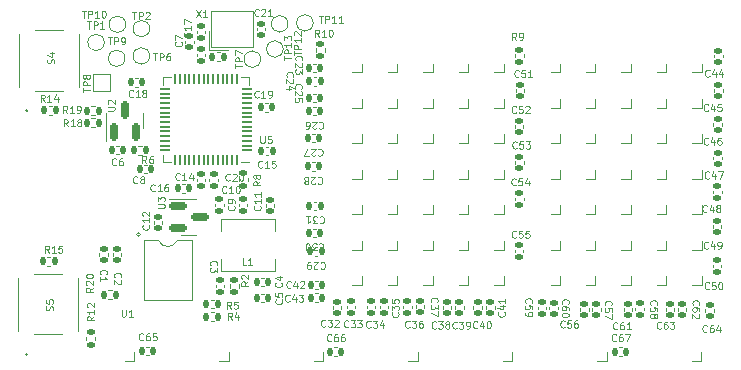
<source format=gbr>
%TF.GenerationSoftware,KiCad,Pcbnew,7.0.6*%
%TF.CreationDate,2024-06-03T18:18:50-04:00*%
%TF.ProjectId,V3,56332e6b-6963-4616-945f-706362585858,rev?*%
%TF.SameCoordinates,Original*%
%TF.FileFunction,Legend,Top*%
%TF.FilePolarity,Positive*%
%FSLAX46Y46*%
G04 Gerber Fmt 4.6, Leading zero omitted, Abs format (unit mm)*
G04 Created by KiCad (PCBNEW 7.0.6) date 2024-06-03 18:18:50*
%MOMM*%
%LPD*%
G01*
G04 APERTURE LIST*
G04 Aperture macros list*
%AMRoundRect*
0 Rectangle with rounded corners*
0 $1 Rounding radius*
0 $2 $3 $4 $5 $6 $7 $8 $9 X,Y pos of 4 corners*
0 Add a 4 corners polygon primitive as box body*
4,1,4,$2,$3,$4,$5,$6,$7,$8,$9,$2,$3,0*
0 Add four circle primitives for the rounded corners*
1,1,$1+$1,$2,$3*
1,1,$1+$1,$4,$5*
1,1,$1+$1,$6,$7*
1,1,$1+$1,$8,$9*
0 Add four rect primitives between the rounded corners*
20,1,$1+$1,$2,$3,$4,$5,0*
20,1,$1+$1,$4,$5,$6,$7,0*
20,1,$1+$1,$6,$7,$8,$9,0*
20,1,$1+$1,$8,$9,$2,$3,0*%
G04 Aperture macros list end*
%ADD10C,0.100000*%
%ADD11C,1.000000*%
%ADD12R,0.750000X1.000000*%
%ADD13R,0.800000X0.800000*%
%ADD14RoundRect,0.140000X-0.170000X0.140000X-0.170000X-0.140000X0.170000X-0.140000X0.170000X0.140000X0*%
%ADD15RoundRect,0.140000X0.170000X-0.140000X0.170000X0.140000X-0.170000X0.140000X-0.170000X-0.140000X0*%
%ADD16R,1.400000X2.120000*%
%ADD17RoundRect,0.135000X-0.135000X-0.185000X0.135000X-0.185000X0.135000X0.185000X-0.135000X0.185000X0*%
%ADD18RoundRect,0.140000X0.140000X0.170000X-0.140000X0.170000X-0.140000X-0.170000X0.140000X-0.170000X0*%
%ADD19RoundRect,0.135000X0.185000X-0.135000X0.185000X0.135000X-0.185000X0.135000X-0.185000X-0.135000X0*%
%ADD20RoundRect,0.150000X-0.587500X-0.150000X0.587500X-0.150000X0.587500X0.150000X-0.587500X0.150000X0*%
%ADD21C,0.700000*%
%ADD22O,2.000000X1.100000*%
%ADD23O,1.800000X1.200000*%
%ADD24RoundRect,0.140000X-0.140000X-0.170000X0.140000X-0.170000X0.140000X0.170000X-0.140000X0.170000X0*%
%ADD25RoundRect,0.135000X0.135000X0.185000X-0.135000X0.185000X-0.135000X-0.185000X0.135000X-0.185000X0*%
%ADD26RoundRect,0.050000X0.387500X0.050000X-0.387500X0.050000X-0.387500X-0.050000X0.387500X-0.050000X0*%
%ADD27RoundRect,0.050000X0.050000X0.387500X-0.050000X0.387500X-0.050000X-0.387500X0.050000X-0.387500X0*%
%ADD28R,3.200000X3.200000*%
%ADD29RoundRect,0.150000X0.150000X-0.587500X0.150000X0.587500X-0.150000X0.587500X-0.150000X-0.587500X0*%
%ADD30R,1.200000X0.600000*%
%ADD31R,2.400000X3.300000*%
%ADD32R,1.000000X1.000000*%
%ADD33R,1.200000X1.100000*%
G04 APERTURE END LIST*
D10*
X119103171Y-132868857D02*
X119103171Y-132526000D01*
X119703171Y-132697428D02*
X119103171Y-132697428D01*
X119703171Y-132325999D02*
X119103171Y-132325999D01*
X119103171Y-132325999D02*
X119103171Y-132097428D01*
X119103171Y-132097428D02*
X119131742Y-132040285D01*
X119131742Y-132040285D02*
X119160314Y-132011714D01*
X119160314Y-132011714D02*
X119217457Y-131983142D01*
X119217457Y-131983142D02*
X119303171Y-131983142D01*
X119303171Y-131983142D02*
X119360314Y-132011714D01*
X119360314Y-132011714D02*
X119388885Y-132040285D01*
X119388885Y-132040285D02*
X119417457Y-132097428D01*
X119417457Y-132097428D02*
X119417457Y-132325999D01*
X119703171Y-131411714D02*
X119703171Y-131754571D01*
X119703171Y-131583142D02*
X119103171Y-131583142D01*
X119103171Y-131583142D02*
X119188885Y-131640285D01*
X119188885Y-131640285D02*
X119246028Y-131697428D01*
X119246028Y-131697428D02*
X119274600Y-131754571D01*
X119103171Y-131211713D02*
X119103171Y-130840285D01*
X119103171Y-130840285D02*
X119331742Y-131040285D01*
X119331742Y-131040285D02*
X119331742Y-130954570D01*
X119331742Y-130954570D02*
X119360314Y-130897428D01*
X119360314Y-130897428D02*
X119388885Y-130868856D01*
X119388885Y-130868856D02*
X119446028Y-130840285D01*
X119446028Y-130840285D02*
X119588885Y-130840285D01*
X119588885Y-130840285D02*
X119646028Y-130868856D01*
X119646028Y-130868856D02*
X119674600Y-130897428D01*
X119674600Y-130897428D02*
X119703171Y-130954570D01*
X119703171Y-130954570D02*
X119703171Y-131125999D01*
X119703171Y-131125999D02*
X119674600Y-131183142D01*
X119674600Y-131183142D02*
X119646028Y-131211713D01*
X119915971Y-132487857D02*
X119915971Y-132145000D01*
X120515971Y-132316428D02*
X119915971Y-132316428D01*
X120515971Y-131944999D02*
X119915971Y-131944999D01*
X119915971Y-131944999D02*
X119915971Y-131716428D01*
X119915971Y-131716428D02*
X119944542Y-131659285D01*
X119944542Y-131659285D02*
X119973114Y-131630714D01*
X119973114Y-131630714D02*
X120030257Y-131602142D01*
X120030257Y-131602142D02*
X120115971Y-131602142D01*
X120115971Y-131602142D02*
X120173114Y-131630714D01*
X120173114Y-131630714D02*
X120201685Y-131659285D01*
X120201685Y-131659285D02*
X120230257Y-131716428D01*
X120230257Y-131716428D02*
X120230257Y-131944999D01*
X120515971Y-131030714D02*
X120515971Y-131373571D01*
X120515971Y-131202142D02*
X119915971Y-131202142D01*
X119915971Y-131202142D02*
X120001685Y-131259285D01*
X120001685Y-131259285D02*
X120058828Y-131316428D01*
X120058828Y-131316428D02*
X120087400Y-131373571D01*
X119973114Y-130802142D02*
X119944542Y-130773570D01*
X119944542Y-130773570D02*
X119915971Y-130716428D01*
X119915971Y-130716428D02*
X119915971Y-130573570D01*
X119915971Y-130573570D02*
X119944542Y-130516428D01*
X119944542Y-130516428D02*
X119973114Y-130487856D01*
X119973114Y-130487856D02*
X120030257Y-130459285D01*
X120030257Y-130459285D02*
X120087400Y-130459285D01*
X120087400Y-130459285D02*
X120173114Y-130487856D01*
X120173114Y-130487856D02*
X120515971Y-130830713D01*
X120515971Y-130830713D02*
X120515971Y-130459285D01*
X122020142Y-129136171D02*
X122363000Y-129136171D01*
X122191571Y-129736171D02*
X122191571Y-129136171D01*
X122563000Y-129736171D02*
X122563000Y-129136171D01*
X122563000Y-129136171D02*
X122791571Y-129136171D01*
X122791571Y-129136171D02*
X122848714Y-129164742D01*
X122848714Y-129164742D02*
X122877285Y-129193314D01*
X122877285Y-129193314D02*
X122905857Y-129250457D01*
X122905857Y-129250457D02*
X122905857Y-129336171D01*
X122905857Y-129336171D02*
X122877285Y-129393314D01*
X122877285Y-129393314D02*
X122848714Y-129421885D01*
X122848714Y-129421885D02*
X122791571Y-129450457D01*
X122791571Y-129450457D02*
X122563000Y-129450457D01*
X123477285Y-129736171D02*
X123134428Y-129736171D01*
X123305857Y-129736171D02*
X123305857Y-129136171D01*
X123305857Y-129136171D02*
X123248714Y-129221885D01*
X123248714Y-129221885D02*
X123191571Y-129279028D01*
X123191571Y-129279028D02*
X123134428Y-129307600D01*
X124048714Y-129736171D02*
X123705857Y-129736171D01*
X123877286Y-129736171D02*
X123877286Y-129136171D01*
X123877286Y-129136171D02*
X123820143Y-129221885D01*
X123820143Y-129221885D02*
X123763000Y-129279028D01*
X123763000Y-129279028D02*
X123705857Y-129307600D01*
X101954142Y-128704371D02*
X102297000Y-128704371D01*
X102125571Y-129304371D02*
X102125571Y-128704371D01*
X102497000Y-129304371D02*
X102497000Y-128704371D01*
X102497000Y-128704371D02*
X102725571Y-128704371D01*
X102725571Y-128704371D02*
X102782714Y-128732942D01*
X102782714Y-128732942D02*
X102811285Y-128761514D01*
X102811285Y-128761514D02*
X102839857Y-128818657D01*
X102839857Y-128818657D02*
X102839857Y-128904371D01*
X102839857Y-128904371D02*
X102811285Y-128961514D01*
X102811285Y-128961514D02*
X102782714Y-128990085D01*
X102782714Y-128990085D02*
X102725571Y-129018657D01*
X102725571Y-129018657D02*
X102497000Y-129018657D01*
X103411285Y-129304371D02*
X103068428Y-129304371D01*
X103239857Y-129304371D02*
X103239857Y-128704371D01*
X103239857Y-128704371D02*
X103182714Y-128790085D01*
X103182714Y-128790085D02*
X103125571Y-128847228D01*
X103125571Y-128847228D02*
X103068428Y-128875800D01*
X103782714Y-128704371D02*
X103839857Y-128704371D01*
X103839857Y-128704371D02*
X103897000Y-128732942D01*
X103897000Y-128732942D02*
X103925572Y-128761514D01*
X103925572Y-128761514D02*
X103954143Y-128818657D01*
X103954143Y-128818657D02*
X103982714Y-128932942D01*
X103982714Y-128932942D02*
X103982714Y-129075800D01*
X103982714Y-129075800D02*
X103954143Y-129190085D01*
X103954143Y-129190085D02*
X103925572Y-129247228D01*
X103925572Y-129247228D02*
X103897000Y-129275800D01*
X103897000Y-129275800D02*
X103839857Y-129304371D01*
X103839857Y-129304371D02*
X103782714Y-129304371D01*
X103782714Y-129304371D02*
X103725572Y-129275800D01*
X103725572Y-129275800D02*
X103697000Y-129247228D01*
X103697000Y-129247228D02*
X103668429Y-129190085D01*
X103668429Y-129190085D02*
X103639857Y-129075800D01*
X103639857Y-129075800D02*
X103639857Y-128932942D01*
X103639857Y-128932942D02*
X103668429Y-128818657D01*
X103668429Y-128818657D02*
X103697000Y-128761514D01*
X103697000Y-128761514D02*
X103725572Y-128732942D01*
X103725572Y-128732942D02*
X103782714Y-128704371D01*
X104170256Y-130964771D02*
X104513114Y-130964771D01*
X104341685Y-131564771D02*
X104341685Y-130964771D01*
X104713114Y-131564771D02*
X104713114Y-130964771D01*
X104713114Y-130964771D02*
X104941685Y-130964771D01*
X104941685Y-130964771D02*
X104998828Y-130993342D01*
X104998828Y-130993342D02*
X105027399Y-131021914D01*
X105027399Y-131021914D02*
X105055971Y-131079057D01*
X105055971Y-131079057D02*
X105055971Y-131164771D01*
X105055971Y-131164771D02*
X105027399Y-131221914D01*
X105027399Y-131221914D02*
X104998828Y-131250485D01*
X104998828Y-131250485D02*
X104941685Y-131279057D01*
X104941685Y-131279057D02*
X104713114Y-131279057D01*
X105341685Y-131564771D02*
X105455971Y-131564771D01*
X105455971Y-131564771D02*
X105513114Y-131536200D01*
X105513114Y-131536200D02*
X105541685Y-131507628D01*
X105541685Y-131507628D02*
X105598828Y-131421914D01*
X105598828Y-131421914D02*
X105627399Y-131307628D01*
X105627399Y-131307628D02*
X105627399Y-131079057D01*
X105627399Y-131079057D02*
X105598828Y-131021914D01*
X105598828Y-131021914D02*
X105570257Y-130993342D01*
X105570257Y-130993342D02*
X105513114Y-130964771D01*
X105513114Y-130964771D02*
X105398828Y-130964771D01*
X105398828Y-130964771D02*
X105341685Y-130993342D01*
X105341685Y-130993342D02*
X105313114Y-131021914D01*
X105313114Y-131021914D02*
X105284542Y-131079057D01*
X105284542Y-131079057D02*
X105284542Y-131221914D01*
X105284542Y-131221914D02*
X105313114Y-131279057D01*
X105313114Y-131279057D02*
X105341685Y-131307628D01*
X105341685Y-131307628D02*
X105398828Y-131336200D01*
X105398828Y-131336200D02*
X105513114Y-131336200D01*
X105513114Y-131336200D02*
X105570257Y-131307628D01*
X105570257Y-131307628D02*
X105598828Y-131279057D01*
X105598828Y-131279057D02*
X105627399Y-131221914D01*
X102417656Y-129618571D02*
X102760514Y-129618571D01*
X102589085Y-130218571D02*
X102589085Y-129618571D01*
X102960514Y-130218571D02*
X102960514Y-129618571D01*
X102960514Y-129618571D02*
X103189085Y-129618571D01*
X103189085Y-129618571D02*
X103246228Y-129647142D01*
X103246228Y-129647142D02*
X103274799Y-129675714D01*
X103274799Y-129675714D02*
X103303371Y-129732857D01*
X103303371Y-129732857D02*
X103303371Y-129818571D01*
X103303371Y-129818571D02*
X103274799Y-129875714D01*
X103274799Y-129875714D02*
X103246228Y-129904285D01*
X103246228Y-129904285D02*
X103189085Y-129932857D01*
X103189085Y-129932857D02*
X102960514Y-129932857D01*
X103874799Y-130218571D02*
X103531942Y-130218571D01*
X103703371Y-130218571D02*
X103703371Y-129618571D01*
X103703371Y-129618571D02*
X103646228Y-129704285D01*
X103646228Y-129704285D02*
X103589085Y-129761428D01*
X103589085Y-129761428D02*
X103531942Y-129790000D01*
X99507000Y-154076343D02*
X99535571Y-153990629D01*
X99535571Y-153990629D02*
X99535571Y-153847771D01*
X99535571Y-153847771D02*
X99507000Y-153790629D01*
X99507000Y-153790629D02*
X99478428Y-153762057D01*
X99478428Y-153762057D02*
X99421285Y-153733486D01*
X99421285Y-153733486D02*
X99364142Y-153733486D01*
X99364142Y-153733486D02*
X99307000Y-153762057D01*
X99307000Y-153762057D02*
X99278428Y-153790629D01*
X99278428Y-153790629D02*
X99249857Y-153847771D01*
X99249857Y-153847771D02*
X99221285Y-153962057D01*
X99221285Y-153962057D02*
X99192714Y-154019200D01*
X99192714Y-154019200D02*
X99164142Y-154047771D01*
X99164142Y-154047771D02*
X99107000Y-154076343D01*
X99107000Y-154076343D02*
X99049857Y-154076343D01*
X99049857Y-154076343D02*
X98992714Y-154047771D01*
X98992714Y-154047771D02*
X98964142Y-154019200D01*
X98964142Y-154019200D02*
X98935571Y-153962057D01*
X98935571Y-153962057D02*
X98935571Y-153819200D01*
X98935571Y-153819200D02*
X98964142Y-153733486D01*
X98935571Y-153190628D02*
X98935571Y-153476342D01*
X98935571Y-153476342D02*
X99221285Y-153504914D01*
X99221285Y-153504914D02*
X99192714Y-153476342D01*
X99192714Y-153476342D02*
X99164142Y-153419200D01*
X99164142Y-153419200D02*
X99164142Y-153276342D01*
X99164142Y-153276342D02*
X99192714Y-153219200D01*
X99192714Y-153219200D02*
X99221285Y-153190628D01*
X99221285Y-153190628D02*
X99278428Y-153162057D01*
X99278428Y-153162057D02*
X99421285Y-153162057D01*
X99421285Y-153162057D02*
X99478428Y-153190628D01*
X99478428Y-153190628D02*
X99507000Y-153219200D01*
X99507000Y-153219200D02*
X99535571Y-153276342D01*
X99535571Y-153276342D02*
X99535571Y-153419200D01*
X99535571Y-153419200D02*
X99507000Y-153476342D01*
X99507000Y-153476342D02*
X99478428Y-153504914D01*
X99608600Y-133172143D02*
X99637171Y-133086429D01*
X99637171Y-133086429D02*
X99637171Y-132943571D01*
X99637171Y-132943571D02*
X99608600Y-132886429D01*
X99608600Y-132886429D02*
X99580028Y-132857857D01*
X99580028Y-132857857D02*
X99522885Y-132829286D01*
X99522885Y-132829286D02*
X99465742Y-132829286D01*
X99465742Y-132829286D02*
X99408600Y-132857857D01*
X99408600Y-132857857D02*
X99380028Y-132886429D01*
X99380028Y-132886429D02*
X99351457Y-132943571D01*
X99351457Y-132943571D02*
X99322885Y-133057857D01*
X99322885Y-133057857D02*
X99294314Y-133115000D01*
X99294314Y-133115000D02*
X99265742Y-133143571D01*
X99265742Y-133143571D02*
X99208600Y-133172143D01*
X99208600Y-133172143D02*
X99151457Y-133172143D01*
X99151457Y-133172143D02*
X99094314Y-133143571D01*
X99094314Y-133143571D02*
X99065742Y-133115000D01*
X99065742Y-133115000D02*
X99037171Y-133057857D01*
X99037171Y-133057857D02*
X99037171Y-132915000D01*
X99037171Y-132915000D02*
X99065742Y-132829286D01*
X99237171Y-132315000D02*
X99637171Y-132315000D01*
X99008600Y-132457857D02*
X99437171Y-132600714D01*
X99437171Y-132600714D02*
X99437171Y-132229285D01*
X114962971Y-133548343D02*
X114962971Y-133205486D01*
X115562971Y-133376914D02*
X114962971Y-133376914D01*
X115562971Y-133005485D02*
X114962971Y-133005485D01*
X114962971Y-133005485D02*
X114962971Y-132776914D01*
X114962971Y-132776914D02*
X114991542Y-132719771D01*
X114991542Y-132719771D02*
X115020114Y-132691200D01*
X115020114Y-132691200D02*
X115077257Y-132662628D01*
X115077257Y-132662628D02*
X115162971Y-132662628D01*
X115162971Y-132662628D02*
X115220114Y-132691200D01*
X115220114Y-132691200D02*
X115248685Y-132719771D01*
X115248685Y-132719771D02*
X115277257Y-132776914D01*
X115277257Y-132776914D02*
X115277257Y-133005485D01*
X114962971Y-132462628D02*
X114962971Y-132062628D01*
X114962971Y-132062628D02*
X115562971Y-132319771D01*
X108005656Y-132311171D02*
X108348514Y-132311171D01*
X108177085Y-132911171D02*
X108177085Y-132311171D01*
X108548514Y-132911171D02*
X108548514Y-132311171D01*
X108548514Y-132311171D02*
X108777085Y-132311171D01*
X108777085Y-132311171D02*
X108834228Y-132339742D01*
X108834228Y-132339742D02*
X108862799Y-132368314D01*
X108862799Y-132368314D02*
X108891371Y-132425457D01*
X108891371Y-132425457D02*
X108891371Y-132511171D01*
X108891371Y-132511171D02*
X108862799Y-132568314D01*
X108862799Y-132568314D02*
X108834228Y-132596885D01*
X108834228Y-132596885D02*
X108777085Y-132625457D01*
X108777085Y-132625457D02*
X108548514Y-132625457D01*
X109405657Y-132311171D02*
X109291371Y-132311171D01*
X109291371Y-132311171D02*
X109234228Y-132339742D01*
X109234228Y-132339742D02*
X109205657Y-132368314D01*
X109205657Y-132368314D02*
X109148514Y-132454028D01*
X109148514Y-132454028D02*
X109119942Y-132568314D01*
X109119942Y-132568314D02*
X109119942Y-132796885D01*
X109119942Y-132796885D02*
X109148514Y-132854028D01*
X109148514Y-132854028D02*
X109177085Y-132882600D01*
X109177085Y-132882600D02*
X109234228Y-132911171D01*
X109234228Y-132911171D02*
X109348514Y-132911171D01*
X109348514Y-132911171D02*
X109405657Y-132882600D01*
X109405657Y-132882600D02*
X109434228Y-132854028D01*
X109434228Y-132854028D02*
X109462799Y-132796885D01*
X109462799Y-132796885D02*
X109462799Y-132654028D01*
X109462799Y-132654028D02*
X109434228Y-132596885D01*
X109434228Y-132596885D02*
X109405657Y-132568314D01*
X109405657Y-132568314D02*
X109348514Y-132539742D01*
X109348514Y-132539742D02*
X109234228Y-132539742D01*
X109234228Y-132539742D02*
X109177085Y-132568314D01*
X109177085Y-132568314D02*
X109148514Y-132596885D01*
X109148514Y-132596885D02*
X109119942Y-132654028D01*
X106253056Y-128831371D02*
X106595914Y-128831371D01*
X106424485Y-129431371D02*
X106424485Y-128831371D01*
X106795914Y-129431371D02*
X106795914Y-128831371D01*
X106795914Y-128831371D02*
X107024485Y-128831371D01*
X107024485Y-128831371D02*
X107081628Y-128859942D01*
X107081628Y-128859942D02*
X107110199Y-128888514D01*
X107110199Y-128888514D02*
X107138771Y-128945657D01*
X107138771Y-128945657D02*
X107138771Y-129031371D01*
X107138771Y-129031371D02*
X107110199Y-129088514D01*
X107110199Y-129088514D02*
X107081628Y-129117085D01*
X107081628Y-129117085D02*
X107024485Y-129145657D01*
X107024485Y-129145657D02*
X106795914Y-129145657D01*
X107367342Y-128888514D02*
X107395914Y-128859942D01*
X107395914Y-128859942D02*
X107453057Y-128831371D01*
X107453057Y-128831371D02*
X107595914Y-128831371D01*
X107595914Y-128831371D02*
X107653057Y-128859942D01*
X107653057Y-128859942D02*
X107681628Y-128888514D01*
X107681628Y-128888514D02*
X107710199Y-128945657D01*
X107710199Y-128945657D02*
X107710199Y-129002800D01*
X107710199Y-129002800D02*
X107681628Y-129088514D01*
X107681628Y-129088514D02*
X107338771Y-129431371D01*
X107338771Y-129431371D02*
X107710199Y-129431371D01*
X133700885Y-155587028D02*
X133672313Y-155615600D01*
X133672313Y-155615600D02*
X133586599Y-155644171D01*
X133586599Y-155644171D02*
X133529456Y-155644171D01*
X133529456Y-155644171D02*
X133443742Y-155615600D01*
X133443742Y-155615600D02*
X133386599Y-155558457D01*
X133386599Y-155558457D02*
X133358028Y-155501314D01*
X133358028Y-155501314D02*
X133329456Y-155387028D01*
X133329456Y-155387028D02*
X133329456Y-155301314D01*
X133329456Y-155301314D02*
X133358028Y-155187028D01*
X133358028Y-155187028D02*
X133386599Y-155129885D01*
X133386599Y-155129885D02*
X133443742Y-155072742D01*
X133443742Y-155072742D02*
X133529456Y-155044171D01*
X133529456Y-155044171D02*
X133586599Y-155044171D01*
X133586599Y-155044171D02*
X133672313Y-155072742D01*
X133672313Y-155072742D02*
X133700885Y-155101314D01*
X133900885Y-155044171D02*
X134272313Y-155044171D01*
X134272313Y-155044171D02*
X134072313Y-155272742D01*
X134072313Y-155272742D02*
X134158028Y-155272742D01*
X134158028Y-155272742D02*
X134215171Y-155301314D01*
X134215171Y-155301314D02*
X134243742Y-155329885D01*
X134243742Y-155329885D02*
X134272313Y-155387028D01*
X134272313Y-155387028D02*
X134272313Y-155529885D01*
X134272313Y-155529885D02*
X134243742Y-155587028D01*
X134243742Y-155587028D02*
X134215171Y-155615600D01*
X134215171Y-155615600D02*
X134158028Y-155644171D01*
X134158028Y-155644171D02*
X133986599Y-155644171D01*
X133986599Y-155644171D02*
X133929456Y-155615600D01*
X133929456Y-155615600D02*
X133900885Y-155587028D01*
X134558028Y-155644171D02*
X134672314Y-155644171D01*
X134672314Y-155644171D02*
X134729457Y-155615600D01*
X134729457Y-155615600D02*
X134758028Y-155587028D01*
X134758028Y-155587028D02*
X134815171Y-155501314D01*
X134815171Y-155501314D02*
X134843742Y-155387028D01*
X134843742Y-155387028D02*
X134843742Y-155158457D01*
X134843742Y-155158457D02*
X134815171Y-155101314D01*
X134815171Y-155101314D02*
X134786600Y-155072742D01*
X134786600Y-155072742D02*
X134729457Y-155044171D01*
X134729457Y-155044171D02*
X134615171Y-155044171D01*
X134615171Y-155044171D02*
X134558028Y-155072742D01*
X134558028Y-155072742D02*
X134529457Y-155101314D01*
X134529457Y-155101314D02*
X134500885Y-155158457D01*
X134500885Y-155158457D02*
X134500885Y-155301314D01*
X134500885Y-155301314D02*
X134529457Y-155358457D01*
X134529457Y-155358457D02*
X134558028Y-155387028D01*
X134558028Y-155387028D02*
X134615171Y-155415600D01*
X134615171Y-155415600D02*
X134729457Y-155415600D01*
X134729457Y-155415600D02*
X134786600Y-155387028D01*
X134786600Y-155387028D02*
X134815171Y-155358457D01*
X134815171Y-155358457D02*
X134843742Y-155301314D01*
X110400428Y-131367199D02*
X110429000Y-131395771D01*
X110429000Y-131395771D02*
X110457571Y-131481485D01*
X110457571Y-131481485D02*
X110457571Y-131538628D01*
X110457571Y-131538628D02*
X110429000Y-131624342D01*
X110429000Y-131624342D02*
X110371857Y-131681485D01*
X110371857Y-131681485D02*
X110314714Y-131710056D01*
X110314714Y-131710056D02*
X110200428Y-131738628D01*
X110200428Y-131738628D02*
X110114714Y-131738628D01*
X110114714Y-131738628D02*
X110000428Y-131710056D01*
X110000428Y-131710056D02*
X109943285Y-131681485D01*
X109943285Y-131681485D02*
X109886142Y-131624342D01*
X109886142Y-131624342D02*
X109857571Y-131538628D01*
X109857571Y-131538628D02*
X109857571Y-131481485D01*
X109857571Y-131481485D02*
X109886142Y-131395771D01*
X109886142Y-131395771D02*
X109914714Y-131367199D01*
X109857571Y-131167199D02*
X109857571Y-130767199D01*
X109857571Y-130767199D02*
X110457571Y-131024342D01*
X138730085Y-137324428D02*
X138701513Y-137353000D01*
X138701513Y-137353000D02*
X138615799Y-137381571D01*
X138615799Y-137381571D02*
X138558656Y-137381571D01*
X138558656Y-137381571D02*
X138472942Y-137353000D01*
X138472942Y-137353000D02*
X138415799Y-137295857D01*
X138415799Y-137295857D02*
X138387228Y-137238714D01*
X138387228Y-137238714D02*
X138358656Y-137124428D01*
X138358656Y-137124428D02*
X138358656Y-137038714D01*
X138358656Y-137038714D02*
X138387228Y-136924428D01*
X138387228Y-136924428D02*
X138415799Y-136867285D01*
X138415799Y-136867285D02*
X138472942Y-136810142D01*
X138472942Y-136810142D02*
X138558656Y-136781571D01*
X138558656Y-136781571D02*
X138615799Y-136781571D01*
X138615799Y-136781571D02*
X138701513Y-136810142D01*
X138701513Y-136810142D02*
X138730085Y-136838714D01*
X139272942Y-136781571D02*
X138987228Y-136781571D01*
X138987228Y-136781571D02*
X138958656Y-137067285D01*
X138958656Y-137067285D02*
X138987228Y-137038714D01*
X138987228Y-137038714D02*
X139044371Y-137010142D01*
X139044371Y-137010142D02*
X139187228Y-137010142D01*
X139187228Y-137010142D02*
X139244371Y-137038714D01*
X139244371Y-137038714D02*
X139272942Y-137067285D01*
X139272942Y-137067285D02*
X139301513Y-137124428D01*
X139301513Y-137124428D02*
X139301513Y-137267285D01*
X139301513Y-137267285D02*
X139272942Y-137324428D01*
X139272942Y-137324428D02*
X139244371Y-137353000D01*
X139244371Y-137353000D02*
X139187228Y-137381571D01*
X139187228Y-137381571D02*
X139044371Y-137381571D01*
X139044371Y-137381571D02*
X138987228Y-137353000D01*
X138987228Y-137353000D02*
X138958656Y-137324428D01*
X139530085Y-136838714D02*
X139558657Y-136810142D01*
X139558657Y-136810142D02*
X139615800Y-136781571D01*
X139615800Y-136781571D02*
X139758657Y-136781571D01*
X139758657Y-136781571D02*
X139815800Y-136810142D01*
X139815800Y-136810142D02*
X139844371Y-136838714D01*
X139844371Y-136838714D02*
X139872942Y-136895857D01*
X139872942Y-136895857D02*
X139872942Y-136953000D01*
X139872942Y-136953000D02*
X139844371Y-137038714D01*
X139844371Y-137038714D02*
X139501514Y-137381571D01*
X139501514Y-137381571D02*
X139872942Y-137381571D01*
X115876400Y-150233971D02*
X115590686Y-150233971D01*
X115590686Y-150233971D02*
X115590686Y-149633971D01*
X116390685Y-150233971D02*
X116047828Y-150233971D01*
X116219257Y-150233971D02*
X116219257Y-149633971D01*
X116219257Y-149633971D02*
X116162114Y-149719685D01*
X116162114Y-149719685D02*
X116104971Y-149776828D01*
X116104971Y-149776828D02*
X116047828Y-149805400D01*
X139560971Y-153431485D02*
X139532400Y-153402913D01*
X139532400Y-153402913D02*
X139503828Y-153317199D01*
X139503828Y-153317199D02*
X139503828Y-153260056D01*
X139503828Y-153260056D02*
X139532400Y-153174342D01*
X139532400Y-153174342D02*
X139589542Y-153117199D01*
X139589542Y-153117199D02*
X139646685Y-153088628D01*
X139646685Y-153088628D02*
X139760971Y-153060056D01*
X139760971Y-153060056D02*
X139846685Y-153060056D01*
X139846685Y-153060056D02*
X139960971Y-153088628D01*
X139960971Y-153088628D02*
X140018114Y-153117199D01*
X140018114Y-153117199D02*
X140075257Y-153174342D01*
X140075257Y-153174342D02*
X140103828Y-153260056D01*
X140103828Y-153260056D02*
X140103828Y-153317199D01*
X140103828Y-153317199D02*
X140075257Y-153402913D01*
X140075257Y-153402913D02*
X140046685Y-153431485D01*
X140103828Y-153974342D02*
X140103828Y-153688628D01*
X140103828Y-153688628D02*
X139818114Y-153660056D01*
X139818114Y-153660056D02*
X139846685Y-153688628D01*
X139846685Y-153688628D02*
X139875257Y-153745771D01*
X139875257Y-153745771D02*
X139875257Y-153888628D01*
X139875257Y-153888628D02*
X139846685Y-153945771D01*
X139846685Y-153945771D02*
X139818114Y-153974342D01*
X139818114Y-153974342D02*
X139760971Y-154002913D01*
X139760971Y-154002913D02*
X139618114Y-154002913D01*
X139618114Y-154002913D02*
X139560971Y-153974342D01*
X139560971Y-153974342D02*
X139532400Y-153945771D01*
X139532400Y-153945771D02*
X139503828Y-153888628D01*
X139503828Y-153888628D02*
X139503828Y-153745771D01*
X139503828Y-153745771D02*
X139532400Y-153688628D01*
X139532400Y-153688628D02*
X139560971Y-153660056D01*
X139503828Y-154288628D02*
X139503828Y-154402914D01*
X139503828Y-154402914D02*
X139532400Y-154460057D01*
X139532400Y-154460057D02*
X139560971Y-154488628D01*
X139560971Y-154488628D02*
X139646685Y-154545771D01*
X139646685Y-154545771D02*
X139760971Y-154574342D01*
X139760971Y-154574342D02*
X139989542Y-154574342D01*
X139989542Y-154574342D02*
X140046685Y-154545771D01*
X140046685Y-154545771D02*
X140075257Y-154517200D01*
X140075257Y-154517200D02*
X140103828Y-154460057D01*
X140103828Y-154460057D02*
X140103828Y-154345771D01*
X140103828Y-154345771D02*
X140075257Y-154288628D01*
X140075257Y-154288628D02*
X140046685Y-154260057D01*
X140046685Y-154260057D02*
X139989542Y-154231485D01*
X139989542Y-154231485D02*
X139846685Y-154231485D01*
X139846685Y-154231485D02*
X139789542Y-154260057D01*
X139789542Y-154260057D02*
X139760971Y-154288628D01*
X139760971Y-154288628D02*
X139732400Y-154345771D01*
X139732400Y-154345771D02*
X139732400Y-154460057D01*
X139732400Y-154460057D02*
X139760971Y-154517200D01*
X139760971Y-154517200D02*
X139789542Y-154545771D01*
X139789542Y-154545771D02*
X139846685Y-154574342D01*
X114682600Y-154882171D02*
X114482600Y-154596457D01*
X114339743Y-154882171D02*
X114339743Y-154282171D01*
X114339743Y-154282171D02*
X114568314Y-154282171D01*
X114568314Y-154282171D02*
X114625457Y-154310742D01*
X114625457Y-154310742D02*
X114654028Y-154339314D01*
X114654028Y-154339314D02*
X114682600Y-154396457D01*
X114682600Y-154396457D02*
X114682600Y-154482171D01*
X114682600Y-154482171D02*
X114654028Y-154539314D01*
X114654028Y-154539314D02*
X114625457Y-154567885D01*
X114625457Y-154567885D02*
X114568314Y-154596457D01*
X114568314Y-154596457D02*
X114339743Y-154596457D01*
X115196886Y-154482171D02*
X115196886Y-154882171D01*
X115054028Y-154253600D02*
X114911171Y-154682171D01*
X114911171Y-154682171D02*
X115282600Y-154682171D01*
X112890971Y-150268000D02*
X112862400Y-150239428D01*
X112862400Y-150239428D02*
X112833828Y-150153714D01*
X112833828Y-150153714D02*
X112833828Y-150096571D01*
X112833828Y-150096571D02*
X112862400Y-150010857D01*
X112862400Y-150010857D02*
X112919542Y-149953714D01*
X112919542Y-149953714D02*
X112976685Y-149925143D01*
X112976685Y-149925143D02*
X113090971Y-149896571D01*
X113090971Y-149896571D02*
X113176685Y-149896571D01*
X113176685Y-149896571D02*
X113290971Y-149925143D01*
X113290971Y-149925143D02*
X113348114Y-149953714D01*
X113348114Y-149953714D02*
X113405257Y-150010857D01*
X113405257Y-150010857D02*
X113433828Y-150096571D01*
X113433828Y-150096571D02*
X113433828Y-150153714D01*
X113433828Y-150153714D02*
X113405257Y-150239428D01*
X113405257Y-150239428D02*
X113376685Y-150268000D01*
X113433828Y-150468000D02*
X113433828Y-150839428D01*
X113433828Y-150839428D02*
X113205257Y-150639428D01*
X113205257Y-150639428D02*
X113205257Y-150725143D01*
X113205257Y-150725143D02*
X113176685Y-150782286D01*
X113176685Y-150782286D02*
X113148114Y-150810857D01*
X113148114Y-150810857D02*
X113090971Y-150839428D01*
X113090971Y-150839428D02*
X112948114Y-150839428D01*
X112948114Y-150839428D02*
X112890971Y-150810857D01*
X112890971Y-150810857D02*
X112862400Y-150782286D01*
X112862400Y-150782286D02*
X112833828Y-150725143D01*
X112833828Y-150725143D02*
X112833828Y-150553714D01*
X112833828Y-150553714D02*
X112862400Y-150496571D01*
X112862400Y-150496571D02*
X112890971Y-150468000D01*
X108148485Y-143953828D02*
X108119913Y-143982400D01*
X108119913Y-143982400D02*
X108034199Y-144010971D01*
X108034199Y-144010971D02*
X107977056Y-144010971D01*
X107977056Y-144010971D02*
X107891342Y-143982400D01*
X107891342Y-143982400D02*
X107834199Y-143925257D01*
X107834199Y-143925257D02*
X107805628Y-143868114D01*
X107805628Y-143868114D02*
X107777056Y-143753828D01*
X107777056Y-143753828D02*
X107777056Y-143668114D01*
X107777056Y-143668114D02*
X107805628Y-143553828D01*
X107805628Y-143553828D02*
X107834199Y-143496685D01*
X107834199Y-143496685D02*
X107891342Y-143439542D01*
X107891342Y-143439542D02*
X107977056Y-143410971D01*
X107977056Y-143410971D02*
X108034199Y-143410971D01*
X108034199Y-143410971D02*
X108119913Y-143439542D01*
X108119913Y-143439542D02*
X108148485Y-143468114D01*
X108719913Y-144010971D02*
X108377056Y-144010971D01*
X108548485Y-144010971D02*
X108548485Y-143410971D01*
X108548485Y-143410971D02*
X108491342Y-143496685D01*
X108491342Y-143496685D02*
X108434199Y-143553828D01*
X108434199Y-143553828D02*
X108377056Y-143582400D01*
X109234200Y-143410971D02*
X109119914Y-143410971D01*
X109119914Y-143410971D02*
X109062771Y-143439542D01*
X109062771Y-143439542D02*
X109034200Y-143468114D01*
X109034200Y-143468114D02*
X108977057Y-143553828D01*
X108977057Y-143553828D02*
X108948485Y-143668114D01*
X108948485Y-143668114D02*
X108948485Y-143896685D01*
X108948485Y-143896685D02*
X108977057Y-143953828D01*
X108977057Y-143953828D02*
X109005628Y-143982400D01*
X109005628Y-143982400D02*
X109062771Y-144010971D01*
X109062771Y-144010971D02*
X109177057Y-144010971D01*
X109177057Y-144010971D02*
X109234200Y-143982400D01*
X109234200Y-143982400D02*
X109262771Y-143953828D01*
X109262771Y-143953828D02*
X109291342Y-143896685D01*
X109291342Y-143896685D02*
X109291342Y-143753828D01*
X109291342Y-143753828D02*
X109262771Y-143696685D01*
X109262771Y-143696685D02*
X109234200Y-143668114D01*
X109234200Y-143668114D02*
X109177057Y-143639542D01*
X109177057Y-143639542D02*
X109062771Y-143639542D01*
X109062771Y-143639542D02*
X109005628Y-143668114D01*
X109005628Y-143668114D02*
X108977057Y-143696685D01*
X108977057Y-143696685D02*
X108948485Y-143753828D01*
X155062285Y-142861628D02*
X155033713Y-142890200D01*
X155033713Y-142890200D02*
X154947999Y-142918771D01*
X154947999Y-142918771D02*
X154890856Y-142918771D01*
X154890856Y-142918771D02*
X154805142Y-142890200D01*
X154805142Y-142890200D02*
X154747999Y-142833057D01*
X154747999Y-142833057D02*
X154719428Y-142775914D01*
X154719428Y-142775914D02*
X154690856Y-142661628D01*
X154690856Y-142661628D02*
X154690856Y-142575914D01*
X154690856Y-142575914D02*
X154719428Y-142461628D01*
X154719428Y-142461628D02*
X154747999Y-142404485D01*
X154747999Y-142404485D02*
X154805142Y-142347342D01*
X154805142Y-142347342D02*
X154890856Y-142318771D01*
X154890856Y-142318771D02*
X154947999Y-142318771D01*
X154947999Y-142318771D02*
X155033713Y-142347342D01*
X155033713Y-142347342D02*
X155062285Y-142375914D01*
X155576571Y-142518771D02*
X155576571Y-142918771D01*
X155433713Y-142290200D02*
X155290856Y-142718771D01*
X155290856Y-142718771D02*
X155662285Y-142718771D01*
X155833714Y-142318771D02*
X156233714Y-142318771D01*
X156233714Y-142318771D02*
X155976571Y-142918771D01*
X128739228Y-154258914D02*
X128767800Y-154287486D01*
X128767800Y-154287486D02*
X128796371Y-154373200D01*
X128796371Y-154373200D02*
X128796371Y-154430343D01*
X128796371Y-154430343D02*
X128767800Y-154516057D01*
X128767800Y-154516057D02*
X128710657Y-154573200D01*
X128710657Y-154573200D02*
X128653514Y-154601771D01*
X128653514Y-154601771D02*
X128539228Y-154630343D01*
X128539228Y-154630343D02*
X128453514Y-154630343D01*
X128453514Y-154630343D02*
X128339228Y-154601771D01*
X128339228Y-154601771D02*
X128282085Y-154573200D01*
X128282085Y-154573200D02*
X128224942Y-154516057D01*
X128224942Y-154516057D02*
X128196371Y-154430343D01*
X128196371Y-154430343D02*
X128196371Y-154373200D01*
X128196371Y-154373200D02*
X128224942Y-154287486D01*
X128224942Y-154287486D02*
X128253514Y-154258914D01*
X128196371Y-154058914D02*
X128196371Y-153687486D01*
X128196371Y-153687486D02*
X128424942Y-153887486D01*
X128424942Y-153887486D02*
X128424942Y-153801771D01*
X128424942Y-153801771D02*
X128453514Y-153744629D01*
X128453514Y-153744629D02*
X128482085Y-153716057D01*
X128482085Y-153716057D02*
X128539228Y-153687486D01*
X128539228Y-153687486D02*
X128682085Y-153687486D01*
X128682085Y-153687486D02*
X128739228Y-153716057D01*
X128739228Y-153716057D02*
X128767800Y-153744629D01*
X128767800Y-153744629D02*
X128796371Y-153801771D01*
X128796371Y-153801771D02*
X128796371Y-153973200D01*
X128796371Y-153973200D02*
X128767800Y-154030343D01*
X128767800Y-154030343D02*
X128739228Y-154058914D01*
X128196371Y-153144628D02*
X128196371Y-153430342D01*
X128196371Y-153430342D02*
X128482085Y-153458914D01*
X128482085Y-153458914D02*
X128453514Y-153430342D01*
X128453514Y-153430342D02*
X128424942Y-153373200D01*
X128424942Y-153373200D02*
X128424942Y-153230342D01*
X128424942Y-153230342D02*
X128453514Y-153173200D01*
X128453514Y-153173200D02*
X128482085Y-153144628D01*
X128482085Y-153144628D02*
X128539228Y-153116057D01*
X128539228Y-153116057D02*
X128682085Y-153116057D01*
X128682085Y-153116057D02*
X128739228Y-153144628D01*
X128739228Y-153144628D02*
X128767800Y-153173200D01*
X128767800Y-153173200D02*
X128796371Y-153230342D01*
X128796371Y-153230342D02*
X128796371Y-153373200D01*
X128796371Y-153373200D02*
X128767800Y-153430342D01*
X128767800Y-153430342D02*
X128739228Y-153458914D01*
X104762971Y-151284000D02*
X104734400Y-151255428D01*
X104734400Y-151255428D02*
X104705828Y-151169714D01*
X104705828Y-151169714D02*
X104705828Y-151112571D01*
X104705828Y-151112571D02*
X104734400Y-151026857D01*
X104734400Y-151026857D02*
X104791542Y-150969714D01*
X104791542Y-150969714D02*
X104848685Y-150941143D01*
X104848685Y-150941143D02*
X104962971Y-150912571D01*
X104962971Y-150912571D02*
X105048685Y-150912571D01*
X105048685Y-150912571D02*
X105162971Y-150941143D01*
X105162971Y-150941143D02*
X105220114Y-150969714D01*
X105220114Y-150969714D02*
X105277257Y-151026857D01*
X105277257Y-151026857D02*
X105305828Y-151112571D01*
X105305828Y-151112571D02*
X105305828Y-151169714D01*
X105305828Y-151169714D02*
X105277257Y-151255428D01*
X105277257Y-151255428D02*
X105248685Y-151284000D01*
X105248685Y-151512571D02*
X105277257Y-151541143D01*
X105277257Y-151541143D02*
X105305828Y-151598286D01*
X105305828Y-151598286D02*
X105305828Y-151741143D01*
X105305828Y-151741143D02*
X105277257Y-151798286D01*
X105277257Y-151798286D02*
X105248685Y-151826857D01*
X105248685Y-151826857D02*
X105191542Y-151855428D01*
X105191542Y-151855428D02*
X105134400Y-151855428D01*
X105134400Y-151855428D02*
X105048685Y-151826857D01*
X105048685Y-151826857D02*
X104705828Y-151484000D01*
X104705828Y-151484000D02*
X104705828Y-151855428D01*
X154986085Y-139991428D02*
X154957513Y-140020000D01*
X154957513Y-140020000D02*
X154871799Y-140048571D01*
X154871799Y-140048571D02*
X154814656Y-140048571D01*
X154814656Y-140048571D02*
X154728942Y-140020000D01*
X154728942Y-140020000D02*
X154671799Y-139962857D01*
X154671799Y-139962857D02*
X154643228Y-139905714D01*
X154643228Y-139905714D02*
X154614656Y-139791428D01*
X154614656Y-139791428D02*
X154614656Y-139705714D01*
X154614656Y-139705714D02*
X154643228Y-139591428D01*
X154643228Y-139591428D02*
X154671799Y-139534285D01*
X154671799Y-139534285D02*
X154728942Y-139477142D01*
X154728942Y-139477142D02*
X154814656Y-139448571D01*
X154814656Y-139448571D02*
X154871799Y-139448571D01*
X154871799Y-139448571D02*
X154957513Y-139477142D01*
X154957513Y-139477142D02*
X154986085Y-139505714D01*
X155500371Y-139648571D02*
X155500371Y-140048571D01*
X155357513Y-139420000D02*
X155214656Y-139848571D01*
X155214656Y-139848571D02*
X155586085Y-139848571D01*
X156071800Y-139448571D02*
X155957514Y-139448571D01*
X155957514Y-139448571D02*
X155900371Y-139477142D01*
X155900371Y-139477142D02*
X155871800Y-139505714D01*
X155871800Y-139505714D02*
X155814657Y-139591428D01*
X155814657Y-139591428D02*
X155786085Y-139705714D01*
X155786085Y-139705714D02*
X155786085Y-139934285D01*
X155786085Y-139934285D02*
X155814657Y-139991428D01*
X155814657Y-139991428D02*
X155843228Y-140020000D01*
X155843228Y-140020000D02*
X155900371Y-140048571D01*
X155900371Y-140048571D02*
X156014657Y-140048571D01*
X156014657Y-140048571D02*
X156071800Y-140020000D01*
X156071800Y-140020000D02*
X156100371Y-139991428D01*
X156100371Y-139991428D02*
X156128942Y-139934285D01*
X156128942Y-139934285D02*
X156128942Y-139791428D01*
X156128942Y-139791428D02*
X156100371Y-139734285D01*
X156100371Y-139734285D02*
X156071800Y-139705714D01*
X156071800Y-139705714D02*
X156014657Y-139677142D01*
X156014657Y-139677142D02*
X155900371Y-139677142D01*
X155900371Y-139677142D02*
X155843228Y-139705714D01*
X155843228Y-139705714D02*
X155814657Y-139734285D01*
X155814657Y-139734285D02*
X155786085Y-139791428D01*
X122067685Y-130904571D02*
X121867685Y-130618857D01*
X121724828Y-130904571D02*
X121724828Y-130304571D01*
X121724828Y-130304571D02*
X121953399Y-130304571D01*
X121953399Y-130304571D02*
X122010542Y-130333142D01*
X122010542Y-130333142D02*
X122039113Y-130361714D01*
X122039113Y-130361714D02*
X122067685Y-130418857D01*
X122067685Y-130418857D02*
X122067685Y-130504571D01*
X122067685Y-130504571D02*
X122039113Y-130561714D01*
X122039113Y-130561714D02*
X122010542Y-130590285D01*
X122010542Y-130590285D02*
X121953399Y-130618857D01*
X121953399Y-130618857D02*
X121724828Y-130618857D01*
X122639113Y-130904571D02*
X122296256Y-130904571D01*
X122467685Y-130904571D02*
X122467685Y-130304571D01*
X122467685Y-130304571D02*
X122410542Y-130390285D01*
X122410542Y-130390285D02*
X122353399Y-130447428D01*
X122353399Y-130447428D02*
X122296256Y-130476000D01*
X123010542Y-130304571D02*
X123067685Y-130304571D01*
X123067685Y-130304571D02*
X123124828Y-130333142D01*
X123124828Y-130333142D02*
X123153400Y-130361714D01*
X123153400Y-130361714D02*
X123181971Y-130418857D01*
X123181971Y-130418857D02*
X123210542Y-130533142D01*
X123210542Y-130533142D02*
X123210542Y-130676000D01*
X123210542Y-130676000D02*
X123181971Y-130790285D01*
X123181971Y-130790285D02*
X123153400Y-130847428D01*
X123153400Y-130847428D02*
X123124828Y-130876000D01*
X123124828Y-130876000D02*
X123067685Y-130904571D01*
X123067685Y-130904571D02*
X123010542Y-130904571D01*
X123010542Y-130904571D02*
X122953400Y-130876000D01*
X122953400Y-130876000D02*
X122924828Y-130847428D01*
X122924828Y-130847428D02*
X122896257Y-130790285D01*
X122896257Y-130790285D02*
X122867685Y-130676000D01*
X122867685Y-130676000D02*
X122867685Y-130533142D01*
X122867685Y-130533142D02*
X122896257Y-130418857D01*
X122896257Y-130418857D02*
X122924828Y-130361714D01*
X122924828Y-130361714D02*
X122953400Y-130333142D01*
X122953400Y-130333142D02*
X123010542Y-130304571D01*
X108384371Y-145414942D02*
X108870085Y-145414942D01*
X108870085Y-145414942D02*
X108927228Y-145386371D01*
X108927228Y-145386371D02*
X108955800Y-145357800D01*
X108955800Y-145357800D02*
X108984371Y-145300657D01*
X108984371Y-145300657D02*
X108984371Y-145186371D01*
X108984371Y-145186371D02*
X108955800Y-145129228D01*
X108955800Y-145129228D02*
X108927228Y-145100657D01*
X108927228Y-145100657D02*
X108870085Y-145072085D01*
X108870085Y-145072085D02*
X108384371Y-145072085D01*
X108384371Y-144843514D02*
X108384371Y-144472086D01*
X108384371Y-144472086D02*
X108612942Y-144672086D01*
X108612942Y-144672086D02*
X108612942Y-144586371D01*
X108612942Y-144586371D02*
X108641514Y-144529229D01*
X108641514Y-144529229D02*
X108670085Y-144500657D01*
X108670085Y-144500657D02*
X108727228Y-144472086D01*
X108727228Y-144472086D02*
X108870085Y-144472086D01*
X108870085Y-144472086D02*
X108927228Y-144500657D01*
X108927228Y-144500657D02*
X108955800Y-144529229D01*
X108955800Y-144529229D02*
X108984371Y-144586371D01*
X108984371Y-144586371D02*
X108984371Y-144757800D01*
X108984371Y-144757800D02*
X108955800Y-144814943D01*
X108955800Y-144814943D02*
X108927228Y-144843514D01*
X114498485Y-143039428D02*
X114469913Y-143068000D01*
X114469913Y-143068000D02*
X114384199Y-143096571D01*
X114384199Y-143096571D02*
X114327056Y-143096571D01*
X114327056Y-143096571D02*
X114241342Y-143068000D01*
X114241342Y-143068000D02*
X114184199Y-143010857D01*
X114184199Y-143010857D02*
X114155628Y-142953714D01*
X114155628Y-142953714D02*
X114127056Y-142839428D01*
X114127056Y-142839428D02*
X114127056Y-142753714D01*
X114127056Y-142753714D02*
X114155628Y-142639428D01*
X114155628Y-142639428D02*
X114184199Y-142582285D01*
X114184199Y-142582285D02*
X114241342Y-142525142D01*
X114241342Y-142525142D02*
X114327056Y-142496571D01*
X114327056Y-142496571D02*
X114384199Y-142496571D01*
X114384199Y-142496571D02*
X114469913Y-142525142D01*
X114469913Y-142525142D02*
X114498485Y-142553714D01*
X114727056Y-142553714D02*
X114755628Y-142525142D01*
X114755628Y-142525142D02*
X114812771Y-142496571D01*
X114812771Y-142496571D02*
X114955628Y-142496571D01*
X114955628Y-142496571D02*
X115012771Y-142525142D01*
X115012771Y-142525142D02*
X115041342Y-142553714D01*
X115041342Y-142553714D02*
X115069913Y-142610857D01*
X115069913Y-142610857D02*
X115069913Y-142668000D01*
X115069913Y-142668000D02*
X115041342Y-142753714D01*
X115041342Y-142753714D02*
X114698485Y-143096571D01*
X114698485Y-143096571D02*
X115069913Y-143096571D01*
X115441342Y-142496571D02*
X115498485Y-142496571D01*
X115498485Y-142496571D02*
X115555628Y-142525142D01*
X115555628Y-142525142D02*
X115584200Y-142553714D01*
X115584200Y-142553714D02*
X115612771Y-142610857D01*
X115612771Y-142610857D02*
X115641342Y-142725142D01*
X115641342Y-142725142D02*
X115641342Y-142868000D01*
X115641342Y-142868000D02*
X115612771Y-142982285D01*
X115612771Y-142982285D02*
X115584200Y-143039428D01*
X115584200Y-143039428D02*
X115555628Y-143068000D01*
X115555628Y-143068000D02*
X115498485Y-143096571D01*
X115498485Y-143096571D02*
X115441342Y-143096571D01*
X115441342Y-143096571D02*
X115384200Y-143068000D01*
X115384200Y-143068000D02*
X115355628Y-143039428D01*
X115355628Y-143039428D02*
X115327057Y-142982285D01*
X115327057Y-142982285D02*
X115298485Y-142868000D01*
X115298485Y-142868000D02*
X115298485Y-142725142D01*
X115298485Y-142725142D02*
X115327057Y-142610857D01*
X115327057Y-142610857D02*
X115355628Y-142553714D01*
X115355628Y-142553714D02*
X115384200Y-142525142D01*
X115384200Y-142525142D02*
X115441342Y-142496571D01*
X142844885Y-155480228D02*
X142816313Y-155508800D01*
X142816313Y-155508800D02*
X142730599Y-155537371D01*
X142730599Y-155537371D02*
X142673456Y-155537371D01*
X142673456Y-155537371D02*
X142587742Y-155508800D01*
X142587742Y-155508800D02*
X142530599Y-155451657D01*
X142530599Y-155451657D02*
X142502028Y-155394514D01*
X142502028Y-155394514D02*
X142473456Y-155280228D01*
X142473456Y-155280228D02*
X142473456Y-155194514D01*
X142473456Y-155194514D02*
X142502028Y-155080228D01*
X142502028Y-155080228D02*
X142530599Y-155023085D01*
X142530599Y-155023085D02*
X142587742Y-154965942D01*
X142587742Y-154965942D02*
X142673456Y-154937371D01*
X142673456Y-154937371D02*
X142730599Y-154937371D01*
X142730599Y-154937371D02*
X142816313Y-154965942D01*
X142816313Y-154965942D02*
X142844885Y-154994514D01*
X143387742Y-154937371D02*
X143102028Y-154937371D01*
X143102028Y-154937371D02*
X143073456Y-155223085D01*
X143073456Y-155223085D02*
X143102028Y-155194514D01*
X143102028Y-155194514D02*
X143159171Y-155165942D01*
X143159171Y-155165942D02*
X143302028Y-155165942D01*
X143302028Y-155165942D02*
X143359171Y-155194514D01*
X143359171Y-155194514D02*
X143387742Y-155223085D01*
X143387742Y-155223085D02*
X143416313Y-155280228D01*
X143416313Y-155280228D02*
X143416313Y-155423085D01*
X143416313Y-155423085D02*
X143387742Y-155480228D01*
X143387742Y-155480228D02*
X143359171Y-155508800D01*
X143359171Y-155508800D02*
X143302028Y-155537371D01*
X143302028Y-155537371D02*
X143159171Y-155537371D01*
X143159171Y-155537371D02*
X143102028Y-155508800D01*
X143102028Y-155508800D02*
X143073456Y-155480228D01*
X143930600Y-154937371D02*
X143816314Y-154937371D01*
X143816314Y-154937371D02*
X143759171Y-154965942D01*
X143759171Y-154965942D02*
X143730600Y-154994514D01*
X143730600Y-154994514D02*
X143673457Y-155080228D01*
X143673457Y-155080228D02*
X143644885Y-155194514D01*
X143644885Y-155194514D02*
X143644885Y-155423085D01*
X143644885Y-155423085D02*
X143673457Y-155480228D01*
X143673457Y-155480228D02*
X143702028Y-155508800D01*
X143702028Y-155508800D02*
X143759171Y-155537371D01*
X143759171Y-155537371D02*
X143873457Y-155537371D01*
X143873457Y-155537371D02*
X143930600Y-155508800D01*
X143930600Y-155508800D02*
X143959171Y-155480228D01*
X143959171Y-155480228D02*
X143987742Y-155423085D01*
X143987742Y-155423085D02*
X143987742Y-155280228D01*
X143987742Y-155280228D02*
X143959171Y-155223085D01*
X143959171Y-155223085D02*
X143930600Y-155194514D01*
X143930600Y-155194514D02*
X143873457Y-155165942D01*
X143873457Y-155165942D02*
X143759171Y-155165942D01*
X143759171Y-155165942D02*
X143702028Y-155194514D01*
X143702028Y-155194514D02*
X143673457Y-155223085D01*
X143673457Y-155223085D02*
X143644885Y-155280228D01*
X119654685Y-152132628D02*
X119626113Y-152161200D01*
X119626113Y-152161200D02*
X119540399Y-152189771D01*
X119540399Y-152189771D02*
X119483256Y-152189771D01*
X119483256Y-152189771D02*
X119397542Y-152161200D01*
X119397542Y-152161200D02*
X119340399Y-152104057D01*
X119340399Y-152104057D02*
X119311828Y-152046914D01*
X119311828Y-152046914D02*
X119283256Y-151932628D01*
X119283256Y-151932628D02*
X119283256Y-151846914D01*
X119283256Y-151846914D02*
X119311828Y-151732628D01*
X119311828Y-151732628D02*
X119340399Y-151675485D01*
X119340399Y-151675485D02*
X119397542Y-151618342D01*
X119397542Y-151618342D02*
X119483256Y-151589771D01*
X119483256Y-151589771D02*
X119540399Y-151589771D01*
X119540399Y-151589771D02*
X119626113Y-151618342D01*
X119626113Y-151618342D02*
X119654685Y-151646914D01*
X120168971Y-151789771D02*
X120168971Y-152189771D01*
X120026113Y-151561200D02*
X119883256Y-151989771D01*
X119883256Y-151989771D02*
X120254685Y-151989771D01*
X120454685Y-151646914D02*
X120483257Y-151618342D01*
X120483257Y-151618342D02*
X120540400Y-151589771D01*
X120540400Y-151589771D02*
X120683257Y-151589771D01*
X120683257Y-151589771D02*
X120740400Y-151618342D01*
X120740400Y-151618342D02*
X120768971Y-151646914D01*
X120768971Y-151646914D02*
X120797542Y-151704057D01*
X120797542Y-151704057D02*
X120797542Y-151761200D01*
X120797542Y-151761200D02*
X120768971Y-151846914D01*
X120768971Y-151846914D02*
X120426114Y-152189771D01*
X120426114Y-152189771D02*
X120797542Y-152189771D01*
X131948285Y-155561628D02*
X131919713Y-155590200D01*
X131919713Y-155590200D02*
X131833999Y-155618771D01*
X131833999Y-155618771D02*
X131776856Y-155618771D01*
X131776856Y-155618771D02*
X131691142Y-155590200D01*
X131691142Y-155590200D02*
X131633999Y-155533057D01*
X131633999Y-155533057D02*
X131605428Y-155475914D01*
X131605428Y-155475914D02*
X131576856Y-155361628D01*
X131576856Y-155361628D02*
X131576856Y-155275914D01*
X131576856Y-155275914D02*
X131605428Y-155161628D01*
X131605428Y-155161628D02*
X131633999Y-155104485D01*
X131633999Y-155104485D02*
X131691142Y-155047342D01*
X131691142Y-155047342D02*
X131776856Y-155018771D01*
X131776856Y-155018771D02*
X131833999Y-155018771D01*
X131833999Y-155018771D02*
X131919713Y-155047342D01*
X131919713Y-155047342D02*
X131948285Y-155075914D01*
X132148285Y-155018771D02*
X132519713Y-155018771D01*
X132519713Y-155018771D02*
X132319713Y-155247342D01*
X132319713Y-155247342D02*
X132405428Y-155247342D01*
X132405428Y-155247342D02*
X132462571Y-155275914D01*
X132462571Y-155275914D02*
X132491142Y-155304485D01*
X132491142Y-155304485D02*
X132519713Y-155361628D01*
X132519713Y-155361628D02*
X132519713Y-155504485D01*
X132519713Y-155504485D02*
X132491142Y-155561628D01*
X132491142Y-155561628D02*
X132462571Y-155590200D01*
X132462571Y-155590200D02*
X132405428Y-155618771D01*
X132405428Y-155618771D02*
X132233999Y-155618771D01*
X132233999Y-155618771D02*
X132176856Y-155590200D01*
X132176856Y-155590200D02*
X132148285Y-155561628D01*
X132862571Y-155275914D02*
X132805428Y-155247342D01*
X132805428Y-155247342D02*
X132776857Y-155218771D01*
X132776857Y-155218771D02*
X132748285Y-155161628D01*
X132748285Y-155161628D02*
X132748285Y-155133057D01*
X132748285Y-155133057D02*
X132776857Y-155075914D01*
X132776857Y-155075914D02*
X132805428Y-155047342D01*
X132805428Y-155047342D02*
X132862571Y-155018771D01*
X132862571Y-155018771D02*
X132976857Y-155018771D01*
X132976857Y-155018771D02*
X133034000Y-155047342D01*
X133034000Y-155047342D02*
X133062571Y-155075914D01*
X133062571Y-155075914D02*
X133091142Y-155133057D01*
X133091142Y-155133057D02*
X133091142Y-155161628D01*
X133091142Y-155161628D02*
X133062571Y-155218771D01*
X133062571Y-155218771D02*
X133034000Y-155247342D01*
X133034000Y-155247342D02*
X132976857Y-155275914D01*
X132976857Y-155275914D02*
X132862571Y-155275914D01*
X132862571Y-155275914D02*
X132805428Y-155304485D01*
X132805428Y-155304485D02*
X132776857Y-155333057D01*
X132776857Y-155333057D02*
X132748285Y-155390200D01*
X132748285Y-155390200D02*
X132748285Y-155504485D01*
X132748285Y-155504485D02*
X132776857Y-155561628D01*
X132776857Y-155561628D02*
X132805428Y-155590200D01*
X132805428Y-155590200D02*
X132862571Y-155618771D01*
X132862571Y-155618771D02*
X132976857Y-155618771D01*
X132976857Y-155618771D02*
X133034000Y-155590200D01*
X133034000Y-155590200D02*
X133062571Y-155561628D01*
X133062571Y-155561628D02*
X133091142Y-155504485D01*
X133091142Y-155504485D02*
X133091142Y-155390200D01*
X133091142Y-155390200D02*
X133062571Y-155333057D01*
X133062571Y-155333057D02*
X133034000Y-155304485D01*
X133034000Y-155304485D02*
X132976857Y-155275914D01*
X120104571Y-132913485D02*
X120076000Y-132884913D01*
X120076000Y-132884913D02*
X120047428Y-132799199D01*
X120047428Y-132799199D02*
X120047428Y-132742056D01*
X120047428Y-132742056D02*
X120076000Y-132656342D01*
X120076000Y-132656342D02*
X120133142Y-132599199D01*
X120133142Y-132599199D02*
X120190285Y-132570628D01*
X120190285Y-132570628D02*
X120304571Y-132542056D01*
X120304571Y-132542056D02*
X120390285Y-132542056D01*
X120390285Y-132542056D02*
X120504571Y-132570628D01*
X120504571Y-132570628D02*
X120561714Y-132599199D01*
X120561714Y-132599199D02*
X120618857Y-132656342D01*
X120618857Y-132656342D02*
X120647428Y-132742056D01*
X120647428Y-132742056D02*
X120647428Y-132799199D01*
X120647428Y-132799199D02*
X120618857Y-132884913D01*
X120618857Y-132884913D02*
X120590285Y-132913485D01*
X120590285Y-133142056D02*
X120618857Y-133170628D01*
X120618857Y-133170628D02*
X120647428Y-133227771D01*
X120647428Y-133227771D02*
X120647428Y-133370628D01*
X120647428Y-133370628D02*
X120618857Y-133427771D01*
X120618857Y-133427771D02*
X120590285Y-133456342D01*
X120590285Y-133456342D02*
X120533142Y-133484913D01*
X120533142Y-133484913D02*
X120476000Y-133484913D01*
X120476000Y-133484913D02*
X120390285Y-133456342D01*
X120390285Y-133456342D02*
X120047428Y-133113485D01*
X120047428Y-133113485D02*
X120047428Y-133484913D01*
X120647428Y-133684914D02*
X120647428Y-134056342D01*
X120647428Y-134056342D02*
X120418857Y-133856342D01*
X120418857Y-133856342D02*
X120418857Y-133942057D01*
X120418857Y-133942057D02*
X120390285Y-133999200D01*
X120390285Y-133999200D02*
X120361714Y-134027771D01*
X120361714Y-134027771D02*
X120304571Y-134056342D01*
X120304571Y-134056342D02*
X120161714Y-134056342D01*
X120161714Y-134056342D02*
X120104571Y-134027771D01*
X120104571Y-134027771D02*
X120076000Y-133999200D01*
X120076000Y-133999200D02*
X120047428Y-133942057D01*
X120047428Y-133942057D02*
X120047428Y-133770628D01*
X120047428Y-133770628D02*
X120076000Y-133713485D01*
X120076000Y-133713485D02*
X120104571Y-133684914D01*
X116936885Y-129094828D02*
X116908313Y-129123400D01*
X116908313Y-129123400D02*
X116822599Y-129151971D01*
X116822599Y-129151971D02*
X116765456Y-129151971D01*
X116765456Y-129151971D02*
X116679742Y-129123400D01*
X116679742Y-129123400D02*
X116622599Y-129066257D01*
X116622599Y-129066257D02*
X116594028Y-129009114D01*
X116594028Y-129009114D02*
X116565456Y-128894828D01*
X116565456Y-128894828D02*
X116565456Y-128809114D01*
X116565456Y-128809114D02*
X116594028Y-128694828D01*
X116594028Y-128694828D02*
X116622599Y-128637685D01*
X116622599Y-128637685D02*
X116679742Y-128580542D01*
X116679742Y-128580542D02*
X116765456Y-128551971D01*
X116765456Y-128551971D02*
X116822599Y-128551971D01*
X116822599Y-128551971D02*
X116908313Y-128580542D01*
X116908313Y-128580542D02*
X116936885Y-128609114D01*
X117165456Y-128609114D02*
X117194028Y-128580542D01*
X117194028Y-128580542D02*
X117251171Y-128551971D01*
X117251171Y-128551971D02*
X117394028Y-128551971D01*
X117394028Y-128551971D02*
X117451171Y-128580542D01*
X117451171Y-128580542D02*
X117479742Y-128609114D01*
X117479742Y-128609114D02*
X117508313Y-128666257D01*
X117508313Y-128666257D02*
X117508313Y-128723400D01*
X117508313Y-128723400D02*
X117479742Y-128809114D01*
X117479742Y-128809114D02*
X117136885Y-129151971D01*
X117136885Y-129151971D02*
X117508313Y-129151971D01*
X118079742Y-129151971D02*
X117736885Y-129151971D01*
X117908314Y-129151971D02*
X117908314Y-128551971D01*
X117908314Y-128551971D02*
X117851171Y-128637685D01*
X117851171Y-128637685D02*
X117794028Y-128694828D01*
X117794028Y-128694828D02*
X117736885Y-128723400D01*
X126411085Y-155485428D02*
X126382513Y-155514000D01*
X126382513Y-155514000D02*
X126296799Y-155542571D01*
X126296799Y-155542571D02*
X126239656Y-155542571D01*
X126239656Y-155542571D02*
X126153942Y-155514000D01*
X126153942Y-155514000D02*
X126096799Y-155456857D01*
X126096799Y-155456857D02*
X126068228Y-155399714D01*
X126068228Y-155399714D02*
X126039656Y-155285428D01*
X126039656Y-155285428D02*
X126039656Y-155199714D01*
X126039656Y-155199714D02*
X126068228Y-155085428D01*
X126068228Y-155085428D02*
X126096799Y-155028285D01*
X126096799Y-155028285D02*
X126153942Y-154971142D01*
X126153942Y-154971142D02*
X126239656Y-154942571D01*
X126239656Y-154942571D02*
X126296799Y-154942571D01*
X126296799Y-154942571D02*
X126382513Y-154971142D01*
X126382513Y-154971142D02*
X126411085Y-154999714D01*
X126611085Y-154942571D02*
X126982513Y-154942571D01*
X126982513Y-154942571D02*
X126782513Y-155171142D01*
X126782513Y-155171142D02*
X126868228Y-155171142D01*
X126868228Y-155171142D02*
X126925371Y-155199714D01*
X126925371Y-155199714D02*
X126953942Y-155228285D01*
X126953942Y-155228285D02*
X126982513Y-155285428D01*
X126982513Y-155285428D02*
X126982513Y-155428285D01*
X126982513Y-155428285D02*
X126953942Y-155485428D01*
X126953942Y-155485428D02*
X126925371Y-155514000D01*
X126925371Y-155514000D02*
X126868228Y-155542571D01*
X126868228Y-155542571D02*
X126696799Y-155542571D01*
X126696799Y-155542571D02*
X126639656Y-155514000D01*
X126639656Y-155514000D02*
X126611085Y-155485428D01*
X127496800Y-155142571D02*
X127496800Y-155542571D01*
X127353942Y-154914000D02*
X127211085Y-155342571D01*
X127211085Y-155342571D02*
X127582514Y-155342571D01*
X118884028Y-153160399D02*
X118912600Y-153188971D01*
X118912600Y-153188971D02*
X118941171Y-153274685D01*
X118941171Y-153274685D02*
X118941171Y-153331828D01*
X118941171Y-153331828D02*
X118912600Y-153417542D01*
X118912600Y-153417542D02*
X118855457Y-153474685D01*
X118855457Y-153474685D02*
X118798314Y-153503256D01*
X118798314Y-153503256D02*
X118684028Y-153531828D01*
X118684028Y-153531828D02*
X118598314Y-153531828D01*
X118598314Y-153531828D02*
X118484028Y-153503256D01*
X118484028Y-153503256D02*
X118426885Y-153474685D01*
X118426885Y-153474685D02*
X118369742Y-153417542D01*
X118369742Y-153417542D02*
X118341171Y-153331828D01*
X118341171Y-153331828D02*
X118341171Y-153274685D01*
X118341171Y-153274685D02*
X118369742Y-153188971D01*
X118369742Y-153188971D02*
X118398314Y-153160399D01*
X118341171Y-152617542D02*
X118341171Y-152903256D01*
X118341171Y-152903256D02*
X118626885Y-152931828D01*
X118626885Y-152931828D02*
X118598314Y-152903256D01*
X118598314Y-152903256D02*
X118569742Y-152846114D01*
X118569742Y-152846114D02*
X118569742Y-152703256D01*
X118569742Y-152703256D02*
X118598314Y-152646114D01*
X118598314Y-152646114D02*
X118626885Y-152617542D01*
X118626885Y-152617542D02*
X118684028Y-152588971D01*
X118684028Y-152588971D02*
X118826885Y-152588971D01*
X118826885Y-152588971D02*
X118884028Y-152617542D01*
X118884028Y-152617542D02*
X118912600Y-152646114D01*
X118912600Y-152646114D02*
X118941171Y-152703256D01*
X118941171Y-152703256D02*
X118941171Y-152846114D01*
X118941171Y-152846114D02*
X118912600Y-152903256D01*
X118912600Y-152903256D02*
X118884028Y-152931828D01*
X155062285Y-152234228D02*
X155033713Y-152262800D01*
X155033713Y-152262800D02*
X154947999Y-152291371D01*
X154947999Y-152291371D02*
X154890856Y-152291371D01*
X154890856Y-152291371D02*
X154805142Y-152262800D01*
X154805142Y-152262800D02*
X154747999Y-152205657D01*
X154747999Y-152205657D02*
X154719428Y-152148514D01*
X154719428Y-152148514D02*
X154690856Y-152034228D01*
X154690856Y-152034228D02*
X154690856Y-151948514D01*
X154690856Y-151948514D02*
X154719428Y-151834228D01*
X154719428Y-151834228D02*
X154747999Y-151777085D01*
X154747999Y-151777085D02*
X154805142Y-151719942D01*
X154805142Y-151719942D02*
X154890856Y-151691371D01*
X154890856Y-151691371D02*
X154947999Y-151691371D01*
X154947999Y-151691371D02*
X155033713Y-151719942D01*
X155033713Y-151719942D02*
X155062285Y-151748514D01*
X155605142Y-151691371D02*
X155319428Y-151691371D01*
X155319428Y-151691371D02*
X155290856Y-151977085D01*
X155290856Y-151977085D02*
X155319428Y-151948514D01*
X155319428Y-151948514D02*
X155376571Y-151919942D01*
X155376571Y-151919942D02*
X155519428Y-151919942D01*
X155519428Y-151919942D02*
X155576571Y-151948514D01*
X155576571Y-151948514D02*
X155605142Y-151977085D01*
X155605142Y-151977085D02*
X155633713Y-152034228D01*
X155633713Y-152034228D02*
X155633713Y-152177085D01*
X155633713Y-152177085D02*
X155605142Y-152234228D01*
X155605142Y-152234228D02*
X155576571Y-152262800D01*
X155576571Y-152262800D02*
X155519428Y-152291371D01*
X155519428Y-152291371D02*
X155376571Y-152291371D01*
X155376571Y-152291371D02*
X155319428Y-152262800D01*
X155319428Y-152262800D02*
X155290856Y-152234228D01*
X156005142Y-151691371D02*
X156062285Y-151691371D01*
X156062285Y-151691371D02*
X156119428Y-151719942D01*
X156119428Y-151719942D02*
X156148000Y-151748514D01*
X156148000Y-151748514D02*
X156176571Y-151805657D01*
X156176571Y-151805657D02*
X156205142Y-151919942D01*
X156205142Y-151919942D02*
X156205142Y-152062800D01*
X156205142Y-152062800D02*
X156176571Y-152177085D01*
X156176571Y-152177085D02*
X156148000Y-152234228D01*
X156148000Y-152234228D02*
X156119428Y-152262800D01*
X156119428Y-152262800D02*
X156062285Y-152291371D01*
X156062285Y-152291371D02*
X156005142Y-152291371D01*
X156005142Y-152291371D02*
X155948000Y-152262800D01*
X155948000Y-152262800D02*
X155919428Y-152234228D01*
X155919428Y-152234228D02*
X155890857Y-152177085D01*
X155890857Y-152177085D02*
X155862285Y-152062800D01*
X155862285Y-152062800D02*
X155862285Y-151919942D01*
X155862285Y-151919942D02*
X155890857Y-151805657D01*
X155890857Y-151805657D02*
X155919428Y-151748514D01*
X155919428Y-151748514D02*
X155948000Y-151719942D01*
X155948000Y-151719942D02*
X156005142Y-151691371D01*
X138730085Y-147865428D02*
X138701513Y-147894000D01*
X138701513Y-147894000D02*
X138615799Y-147922571D01*
X138615799Y-147922571D02*
X138558656Y-147922571D01*
X138558656Y-147922571D02*
X138472942Y-147894000D01*
X138472942Y-147894000D02*
X138415799Y-147836857D01*
X138415799Y-147836857D02*
X138387228Y-147779714D01*
X138387228Y-147779714D02*
X138358656Y-147665428D01*
X138358656Y-147665428D02*
X138358656Y-147579714D01*
X138358656Y-147579714D02*
X138387228Y-147465428D01*
X138387228Y-147465428D02*
X138415799Y-147408285D01*
X138415799Y-147408285D02*
X138472942Y-147351142D01*
X138472942Y-147351142D02*
X138558656Y-147322571D01*
X138558656Y-147322571D02*
X138615799Y-147322571D01*
X138615799Y-147322571D02*
X138701513Y-147351142D01*
X138701513Y-147351142D02*
X138730085Y-147379714D01*
X139272942Y-147322571D02*
X138987228Y-147322571D01*
X138987228Y-147322571D02*
X138958656Y-147608285D01*
X138958656Y-147608285D02*
X138987228Y-147579714D01*
X138987228Y-147579714D02*
X139044371Y-147551142D01*
X139044371Y-147551142D02*
X139187228Y-147551142D01*
X139187228Y-147551142D02*
X139244371Y-147579714D01*
X139244371Y-147579714D02*
X139272942Y-147608285D01*
X139272942Y-147608285D02*
X139301513Y-147665428D01*
X139301513Y-147665428D02*
X139301513Y-147808285D01*
X139301513Y-147808285D02*
X139272942Y-147865428D01*
X139272942Y-147865428D02*
X139244371Y-147894000D01*
X139244371Y-147894000D02*
X139187228Y-147922571D01*
X139187228Y-147922571D02*
X139044371Y-147922571D01*
X139044371Y-147922571D02*
X138987228Y-147894000D01*
X138987228Y-147894000D02*
X138958656Y-147865428D01*
X139844371Y-147322571D02*
X139558657Y-147322571D01*
X139558657Y-147322571D02*
X139530085Y-147608285D01*
X139530085Y-147608285D02*
X139558657Y-147579714D01*
X139558657Y-147579714D02*
X139615800Y-147551142D01*
X139615800Y-147551142D02*
X139758657Y-147551142D01*
X139758657Y-147551142D02*
X139815800Y-147579714D01*
X139815800Y-147579714D02*
X139844371Y-147608285D01*
X139844371Y-147608285D02*
X139872942Y-147665428D01*
X139872942Y-147665428D02*
X139872942Y-147808285D01*
X139872942Y-147808285D02*
X139844371Y-147865428D01*
X139844371Y-147865428D02*
X139815800Y-147894000D01*
X139815800Y-147894000D02*
X139758657Y-147922571D01*
X139758657Y-147922571D02*
X139615800Y-147922571D01*
X139615800Y-147922571D02*
X139558657Y-147894000D01*
X139558657Y-147894000D02*
X139530085Y-147865428D01*
X107157885Y-156560628D02*
X107129313Y-156589200D01*
X107129313Y-156589200D02*
X107043599Y-156617771D01*
X107043599Y-156617771D02*
X106986456Y-156617771D01*
X106986456Y-156617771D02*
X106900742Y-156589200D01*
X106900742Y-156589200D02*
X106843599Y-156532057D01*
X106843599Y-156532057D02*
X106815028Y-156474914D01*
X106815028Y-156474914D02*
X106786456Y-156360628D01*
X106786456Y-156360628D02*
X106786456Y-156274914D01*
X106786456Y-156274914D02*
X106815028Y-156160628D01*
X106815028Y-156160628D02*
X106843599Y-156103485D01*
X106843599Y-156103485D02*
X106900742Y-156046342D01*
X106900742Y-156046342D02*
X106986456Y-156017771D01*
X106986456Y-156017771D02*
X107043599Y-156017771D01*
X107043599Y-156017771D02*
X107129313Y-156046342D01*
X107129313Y-156046342D02*
X107157885Y-156074914D01*
X107672171Y-156017771D02*
X107557885Y-156017771D01*
X107557885Y-156017771D02*
X107500742Y-156046342D01*
X107500742Y-156046342D02*
X107472171Y-156074914D01*
X107472171Y-156074914D02*
X107415028Y-156160628D01*
X107415028Y-156160628D02*
X107386456Y-156274914D01*
X107386456Y-156274914D02*
X107386456Y-156503485D01*
X107386456Y-156503485D02*
X107415028Y-156560628D01*
X107415028Y-156560628D02*
X107443599Y-156589200D01*
X107443599Y-156589200D02*
X107500742Y-156617771D01*
X107500742Y-156617771D02*
X107615028Y-156617771D01*
X107615028Y-156617771D02*
X107672171Y-156589200D01*
X107672171Y-156589200D02*
X107700742Y-156560628D01*
X107700742Y-156560628D02*
X107729313Y-156503485D01*
X107729313Y-156503485D02*
X107729313Y-156360628D01*
X107729313Y-156360628D02*
X107700742Y-156303485D01*
X107700742Y-156303485D02*
X107672171Y-156274914D01*
X107672171Y-156274914D02*
X107615028Y-156246342D01*
X107615028Y-156246342D02*
X107500742Y-156246342D01*
X107500742Y-156246342D02*
X107443599Y-156274914D01*
X107443599Y-156274914D02*
X107415028Y-156303485D01*
X107415028Y-156303485D02*
X107386456Y-156360628D01*
X108272171Y-156017771D02*
X107986457Y-156017771D01*
X107986457Y-156017771D02*
X107957885Y-156303485D01*
X107957885Y-156303485D02*
X107986457Y-156274914D01*
X107986457Y-156274914D02*
X108043600Y-156246342D01*
X108043600Y-156246342D02*
X108186457Y-156246342D01*
X108186457Y-156246342D02*
X108243600Y-156274914D01*
X108243600Y-156274914D02*
X108272171Y-156303485D01*
X108272171Y-156303485D02*
X108300742Y-156360628D01*
X108300742Y-156360628D02*
X108300742Y-156503485D01*
X108300742Y-156503485D02*
X108272171Y-156560628D01*
X108272171Y-156560628D02*
X108243600Y-156589200D01*
X108243600Y-156589200D02*
X108186457Y-156617771D01*
X108186457Y-156617771D02*
X108043600Y-156617771D01*
X108043600Y-156617771D02*
X107986457Y-156589200D01*
X107986457Y-156589200D02*
X107957885Y-156560628D01*
X104878200Y-141744028D02*
X104849628Y-141772600D01*
X104849628Y-141772600D02*
X104763914Y-141801171D01*
X104763914Y-141801171D02*
X104706771Y-141801171D01*
X104706771Y-141801171D02*
X104621057Y-141772600D01*
X104621057Y-141772600D02*
X104563914Y-141715457D01*
X104563914Y-141715457D02*
X104535343Y-141658314D01*
X104535343Y-141658314D02*
X104506771Y-141544028D01*
X104506771Y-141544028D02*
X104506771Y-141458314D01*
X104506771Y-141458314D02*
X104535343Y-141344028D01*
X104535343Y-141344028D02*
X104563914Y-141286885D01*
X104563914Y-141286885D02*
X104621057Y-141229742D01*
X104621057Y-141229742D02*
X104706771Y-141201171D01*
X104706771Y-141201171D02*
X104763914Y-141201171D01*
X104763914Y-141201171D02*
X104849628Y-141229742D01*
X104849628Y-141229742D02*
X104878200Y-141258314D01*
X105392486Y-141201171D02*
X105278200Y-141201171D01*
X105278200Y-141201171D02*
X105221057Y-141229742D01*
X105221057Y-141229742D02*
X105192486Y-141258314D01*
X105192486Y-141258314D02*
X105135343Y-141344028D01*
X105135343Y-141344028D02*
X105106771Y-141458314D01*
X105106771Y-141458314D02*
X105106771Y-141686885D01*
X105106771Y-141686885D02*
X105135343Y-141744028D01*
X105135343Y-141744028D02*
X105163914Y-141772600D01*
X105163914Y-141772600D02*
X105221057Y-141801171D01*
X105221057Y-141801171D02*
X105335343Y-141801171D01*
X105335343Y-141801171D02*
X105392486Y-141772600D01*
X105392486Y-141772600D02*
X105421057Y-141744028D01*
X105421057Y-141744028D02*
X105449628Y-141686885D01*
X105449628Y-141686885D02*
X105449628Y-141544028D01*
X105449628Y-141544028D02*
X105421057Y-141486885D01*
X105421057Y-141486885D02*
X105392486Y-141458314D01*
X105392486Y-141458314D02*
X105335343Y-141429742D01*
X105335343Y-141429742D02*
X105221057Y-141429742D01*
X105221057Y-141429742D02*
X105163914Y-141458314D01*
X105163914Y-141458314D02*
X105135343Y-141486885D01*
X105135343Y-141486885D02*
X105106771Y-141544028D01*
X106681600Y-143268028D02*
X106653028Y-143296600D01*
X106653028Y-143296600D02*
X106567314Y-143325171D01*
X106567314Y-143325171D02*
X106510171Y-143325171D01*
X106510171Y-143325171D02*
X106424457Y-143296600D01*
X106424457Y-143296600D02*
X106367314Y-143239457D01*
X106367314Y-143239457D02*
X106338743Y-143182314D01*
X106338743Y-143182314D02*
X106310171Y-143068028D01*
X106310171Y-143068028D02*
X106310171Y-142982314D01*
X106310171Y-142982314D02*
X106338743Y-142868028D01*
X106338743Y-142868028D02*
X106367314Y-142810885D01*
X106367314Y-142810885D02*
X106424457Y-142753742D01*
X106424457Y-142753742D02*
X106510171Y-142725171D01*
X106510171Y-142725171D02*
X106567314Y-142725171D01*
X106567314Y-142725171D02*
X106653028Y-142753742D01*
X106653028Y-142753742D02*
X106681600Y-142782314D01*
X107024457Y-142982314D02*
X106967314Y-142953742D01*
X106967314Y-142953742D02*
X106938743Y-142925171D01*
X106938743Y-142925171D02*
X106910171Y-142868028D01*
X106910171Y-142868028D02*
X106910171Y-142839457D01*
X106910171Y-142839457D02*
X106938743Y-142782314D01*
X106938743Y-142782314D02*
X106967314Y-142753742D01*
X106967314Y-142753742D02*
X107024457Y-142725171D01*
X107024457Y-142725171D02*
X107138743Y-142725171D01*
X107138743Y-142725171D02*
X107195886Y-142753742D01*
X107195886Y-142753742D02*
X107224457Y-142782314D01*
X107224457Y-142782314D02*
X107253028Y-142839457D01*
X107253028Y-142839457D02*
X107253028Y-142868028D01*
X107253028Y-142868028D02*
X107224457Y-142925171D01*
X107224457Y-142925171D02*
X107195886Y-142953742D01*
X107195886Y-142953742D02*
X107138743Y-142982314D01*
X107138743Y-142982314D02*
X107024457Y-142982314D01*
X107024457Y-142982314D02*
X106967314Y-143010885D01*
X106967314Y-143010885D02*
X106938743Y-143039457D01*
X106938743Y-143039457D02*
X106910171Y-143096600D01*
X106910171Y-143096600D02*
X106910171Y-143210885D01*
X106910171Y-143210885D02*
X106938743Y-143268028D01*
X106938743Y-143268028D02*
X106967314Y-143296600D01*
X106967314Y-143296600D02*
X107024457Y-143325171D01*
X107024457Y-143325171D02*
X107138743Y-143325171D01*
X107138743Y-143325171D02*
X107195886Y-143296600D01*
X107195886Y-143296600D02*
X107224457Y-143268028D01*
X107224457Y-143268028D02*
X107253028Y-143210885D01*
X107253028Y-143210885D02*
X107253028Y-143096600D01*
X107253028Y-143096600D02*
X107224457Y-143039457D01*
X107224457Y-143039457D02*
X107195886Y-143010885D01*
X107195886Y-143010885D02*
X107138743Y-142982314D01*
X137730828Y-154233514D02*
X137759400Y-154262086D01*
X137759400Y-154262086D02*
X137787971Y-154347800D01*
X137787971Y-154347800D02*
X137787971Y-154404943D01*
X137787971Y-154404943D02*
X137759400Y-154490657D01*
X137759400Y-154490657D02*
X137702257Y-154547800D01*
X137702257Y-154547800D02*
X137645114Y-154576371D01*
X137645114Y-154576371D02*
X137530828Y-154604943D01*
X137530828Y-154604943D02*
X137445114Y-154604943D01*
X137445114Y-154604943D02*
X137330828Y-154576371D01*
X137330828Y-154576371D02*
X137273685Y-154547800D01*
X137273685Y-154547800D02*
X137216542Y-154490657D01*
X137216542Y-154490657D02*
X137187971Y-154404943D01*
X137187971Y-154404943D02*
X137187971Y-154347800D01*
X137187971Y-154347800D02*
X137216542Y-154262086D01*
X137216542Y-154262086D02*
X137245114Y-154233514D01*
X137387971Y-153719229D02*
X137787971Y-153719229D01*
X137159400Y-153862086D02*
X137587971Y-154004943D01*
X137587971Y-154004943D02*
X137587971Y-153633514D01*
X137787971Y-153090657D02*
X137787971Y-153433514D01*
X137787971Y-153262085D02*
X137187971Y-153262085D01*
X137187971Y-153262085D02*
X137273685Y-153319228D01*
X137273685Y-153319228D02*
X137330828Y-153376371D01*
X137330828Y-153376371D02*
X137359400Y-153433514D01*
X107631828Y-146867514D02*
X107660400Y-146896086D01*
X107660400Y-146896086D02*
X107688971Y-146981800D01*
X107688971Y-146981800D02*
X107688971Y-147038943D01*
X107688971Y-147038943D02*
X107660400Y-147124657D01*
X107660400Y-147124657D02*
X107603257Y-147181800D01*
X107603257Y-147181800D02*
X107546114Y-147210371D01*
X107546114Y-147210371D02*
X107431828Y-147238943D01*
X107431828Y-147238943D02*
X107346114Y-147238943D01*
X107346114Y-147238943D02*
X107231828Y-147210371D01*
X107231828Y-147210371D02*
X107174685Y-147181800D01*
X107174685Y-147181800D02*
X107117542Y-147124657D01*
X107117542Y-147124657D02*
X107088971Y-147038943D01*
X107088971Y-147038943D02*
X107088971Y-146981800D01*
X107088971Y-146981800D02*
X107117542Y-146896086D01*
X107117542Y-146896086D02*
X107146114Y-146867514D01*
X107688971Y-146296086D02*
X107688971Y-146638943D01*
X107688971Y-146467514D02*
X107088971Y-146467514D01*
X107088971Y-146467514D02*
X107174685Y-146524657D01*
X107174685Y-146524657D02*
X107231828Y-146581800D01*
X107231828Y-146581800D02*
X107260400Y-146638943D01*
X107146114Y-146067514D02*
X107117542Y-146038942D01*
X107117542Y-146038942D02*
X107088971Y-145981800D01*
X107088971Y-145981800D02*
X107088971Y-145838942D01*
X107088971Y-145838942D02*
X107117542Y-145781800D01*
X107117542Y-145781800D02*
X107146114Y-145753228D01*
X107146114Y-145753228D02*
X107203257Y-145724657D01*
X107203257Y-145724657D02*
X107260400Y-145724657D01*
X107260400Y-145724657D02*
X107346114Y-145753228D01*
X107346114Y-145753228D02*
X107688971Y-146096085D01*
X107688971Y-146096085D02*
X107688971Y-145724657D01*
X114193685Y-144080828D02*
X114165113Y-144109400D01*
X114165113Y-144109400D02*
X114079399Y-144137971D01*
X114079399Y-144137971D02*
X114022256Y-144137971D01*
X114022256Y-144137971D02*
X113936542Y-144109400D01*
X113936542Y-144109400D02*
X113879399Y-144052257D01*
X113879399Y-144052257D02*
X113850828Y-143995114D01*
X113850828Y-143995114D02*
X113822256Y-143880828D01*
X113822256Y-143880828D02*
X113822256Y-143795114D01*
X113822256Y-143795114D02*
X113850828Y-143680828D01*
X113850828Y-143680828D02*
X113879399Y-143623685D01*
X113879399Y-143623685D02*
X113936542Y-143566542D01*
X113936542Y-143566542D02*
X114022256Y-143537971D01*
X114022256Y-143537971D02*
X114079399Y-143537971D01*
X114079399Y-143537971D02*
X114165113Y-143566542D01*
X114165113Y-143566542D02*
X114193685Y-143595114D01*
X114765113Y-144137971D02*
X114422256Y-144137971D01*
X114593685Y-144137971D02*
X114593685Y-143537971D01*
X114593685Y-143537971D02*
X114536542Y-143623685D01*
X114536542Y-143623685D02*
X114479399Y-143680828D01*
X114479399Y-143680828D02*
X114422256Y-143709400D01*
X115136542Y-143537971D02*
X115193685Y-143537971D01*
X115193685Y-143537971D02*
X115250828Y-143566542D01*
X115250828Y-143566542D02*
X115279400Y-143595114D01*
X115279400Y-143595114D02*
X115307971Y-143652257D01*
X115307971Y-143652257D02*
X115336542Y-143766542D01*
X115336542Y-143766542D02*
X115336542Y-143909400D01*
X115336542Y-143909400D02*
X115307971Y-144023685D01*
X115307971Y-144023685D02*
X115279400Y-144080828D01*
X115279400Y-144080828D02*
X115250828Y-144109400D01*
X115250828Y-144109400D02*
X115193685Y-144137971D01*
X115193685Y-144137971D02*
X115136542Y-144137971D01*
X115136542Y-144137971D02*
X115079400Y-144109400D01*
X115079400Y-144109400D02*
X115050828Y-144080828D01*
X115050828Y-144080828D02*
X115022257Y-144023685D01*
X115022257Y-144023685D02*
X114993685Y-143909400D01*
X114993685Y-143909400D02*
X114993685Y-143766542D01*
X114993685Y-143766542D02*
X115022257Y-143652257D01*
X115022257Y-143652257D02*
X115050828Y-143595114D01*
X115050828Y-143595114D02*
X115079400Y-143566542D01*
X115079400Y-143566542D02*
X115136542Y-143537971D01*
X135453485Y-155536228D02*
X135424913Y-155564800D01*
X135424913Y-155564800D02*
X135339199Y-155593371D01*
X135339199Y-155593371D02*
X135282056Y-155593371D01*
X135282056Y-155593371D02*
X135196342Y-155564800D01*
X135196342Y-155564800D02*
X135139199Y-155507657D01*
X135139199Y-155507657D02*
X135110628Y-155450514D01*
X135110628Y-155450514D02*
X135082056Y-155336228D01*
X135082056Y-155336228D02*
X135082056Y-155250514D01*
X135082056Y-155250514D02*
X135110628Y-155136228D01*
X135110628Y-155136228D02*
X135139199Y-155079085D01*
X135139199Y-155079085D02*
X135196342Y-155021942D01*
X135196342Y-155021942D02*
X135282056Y-154993371D01*
X135282056Y-154993371D02*
X135339199Y-154993371D01*
X135339199Y-154993371D02*
X135424913Y-155021942D01*
X135424913Y-155021942D02*
X135453485Y-155050514D01*
X135967771Y-155193371D02*
X135967771Y-155593371D01*
X135824913Y-154964800D02*
X135682056Y-155393371D01*
X135682056Y-155393371D02*
X136053485Y-155393371D01*
X136396342Y-154993371D02*
X136453485Y-154993371D01*
X136453485Y-154993371D02*
X136510628Y-155021942D01*
X136510628Y-155021942D02*
X136539200Y-155050514D01*
X136539200Y-155050514D02*
X136567771Y-155107657D01*
X136567771Y-155107657D02*
X136596342Y-155221942D01*
X136596342Y-155221942D02*
X136596342Y-155364800D01*
X136596342Y-155364800D02*
X136567771Y-155479085D01*
X136567771Y-155479085D02*
X136539200Y-155536228D01*
X136539200Y-155536228D02*
X136510628Y-155564800D01*
X136510628Y-155564800D02*
X136453485Y-155593371D01*
X136453485Y-155593371D02*
X136396342Y-155593371D01*
X136396342Y-155593371D02*
X136339200Y-155564800D01*
X136339200Y-155564800D02*
X136310628Y-155536228D01*
X136310628Y-155536228D02*
X136282057Y-155479085D01*
X136282057Y-155479085D02*
X136253485Y-155364800D01*
X136253485Y-155364800D02*
X136253485Y-155221942D01*
X136253485Y-155221942D02*
X136282057Y-155107657D01*
X136282057Y-155107657D02*
X136310628Y-155050514D01*
X136310628Y-155050514D02*
X136339200Y-155021942D01*
X136339200Y-155021942D02*
X136396342Y-154993371D01*
X120053771Y-135301085D02*
X120025200Y-135272513D01*
X120025200Y-135272513D02*
X119996628Y-135186799D01*
X119996628Y-135186799D02*
X119996628Y-135129656D01*
X119996628Y-135129656D02*
X120025200Y-135043942D01*
X120025200Y-135043942D02*
X120082342Y-134986799D01*
X120082342Y-134986799D02*
X120139485Y-134958228D01*
X120139485Y-134958228D02*
X120253771Y-134929656D01*
X120253771Y-134929656D02*
X120339485Y-134929656D01*
X120339485Y-134929656D02*
X120453771Y-134958228D01*
X120453771Y-134958228D02*
X120510914Y-134986799D01*
X120510914Y-134986799D02*
X120568057Y-135043942D01*
X120568057Y-135043942D02*
X120596628Y-135129656D01*
X120596628Y-135129656D02*
X120596628Y-135186799D01*
X120596628Y-135186799D02*
X120568057Y-135272513D01*
X120568057Y-135272513D02*
X120539485Y-135301085D01*
X120539485Y-135529656D02*
X120568057Y-135558228D01*
X120568057Y-135558228D02*
X120596628Y-135615371D01*
X120596628Y-135615371D02*
X120596628Y-135758228D01*
X120596628Y-135758228D02*
X120568057Y-135815371D01*
X120568057Y-135815371D02*
X120539485Y-135843942D01*
X120539485Y-135843942D02*
X120482342Y-135872513D01*
X120482342Y-135872513D02*
X120425200Y-135872513D01*
X120425200Y-135872513D02*
X120339485Y-135843942D01*
X120339485Y-135843942D02*
X119996628Y-135501085D01*
X119996628Y-135501085D02*
X119996628Y-135872513D01*
X120596628Y-136415371D02*
X120596628Y-136129657D01*
X120596628Y-136129657D02*
X120310914Y-136101085D01*
X120310914Y-136101085D02*
X120339485Y-136129657D01*
X120339485Y-136129657D02*
X120368057Y-136186800D01*
X120368057Y-136186800D02*
X120368057Y-136329657D01*
X120368057Y-136329657D02*
X120339485Y-136386800D01*
X120339485Y-136386800D02*
X120310914Y-136415371D01*
X120310914Y-136415371D02*
X120253771Y-136443942D01*
X120253771Y-136443942D02*
X120110914Y-136443942D01*
X120110914Y-136443942D02*
X120053771Y-136415371D01*
X120053771Y-136415371D02*
X120025200Y-136386800D01*
X120025200Y-136386800D02*
X119996628Y-136329657D01*
X119996628Y-136329657D02*
X119996628Y-136186800D01*
X119996628Y-136186800D02*
X120025200Y-136129657D01*
X120025200Y-136129657D02*
X120053771Y-136101085D01*
X154986085Y-137146628D02*
X154957513Y-137175200D01*
X154957513Y-137175200D02*
X154871799Y-137203771D01*
X154871799Y-137203771D02*
X154814656Y-137203771D01*
X154814656Y-137203771D02*
X154728942Y-137175200D01*
X154728942Y-137175200D02*
X154671799Y-137118057D01*
X154671799Y-137118057D02*
X154643228Y-137060914D01*
X154643228Y-137060914D02*
X154614656Y-136946628D01*
X154614656Y-136946628D02*
X154614656Y-136860914D01*
X154614656Y-136860914D02*
X154643228Y-136746628D01*
X154643228Y-136746628D02*
X154671799Y-136689485D01*
X154671799Y-136689485D02*
X154728942Y-136632342D01*
X154728942Y-136632342D02*
X154814656Y-136603771D01*
X154814656Y-136603771D02*
X154871799Y-136603771D01*
X154871799Y-136603771D02*
X154957513Y-136632342D01*
X154957513Y-136632342D02*
X154986085Y-136660914D01*
X155500371Y-136803771D02*
X155500371Y-137203771D01*
X155357513Y-136575200D02*
X155214656Y-137003771D01*
X155214656Y-137003771D02*
X155586085Y-137003771D01*
X156100371Y-136603771D02*
X155814657Y-136603771D01*
X155814657Y-136603771D02*
X155786085Y-136889485D01*
X155786085Y-136889485D02*
X155814657Y-136860914D01*
X155814657Y-136860914D02*
X155871800Y-136832342D01*
X155871800Y-136832342D02*
X156014657Y-136832342D01*
X156014657Y-136832342D02*
X156071800Y-136860914D01*
X156071800Y-136860914D02*
X156100371Y-136889485D01*
X156100371Y-136889485D02*
X156128942Y-136946628D01*
X156128942Y-136946628D02*
X156128942Y-137089485D01*
X156128942Y-137089485D02*
X156100371Y-137146628D01*
X156100371Y-137146628D02*
X156071800Y-137175200D01*
X156071800Y-137175200D02*
X156014657Y-137203771D01*
X156014657Y-137203771D02*
X155871800Y-137203771D01*
X155871800Y-137203771D02*
X155814657Y-137175200D01*
X155814657Y-137175200D02*
X155786085Y-137146628D01*
X147188285Y-156636828D02*
X147159713Y-156665400D01*
X147159713Y-156665400D02*
X147073999Y-156693971D01*
X147073999Y-156693971D02*
X147016856Y-156693971D01*
X147016856Y-156693971D02*
X146931142Y-156665400D01*
X146931142Y-156665400D02*
X146873999Y-156608257D01*
X146873999Y-156608257D02*
X146845428Y-156551114D01*
X146845428Y-156551114D02*
X146816856Y-156436828D01*
X146816856Y-156436828D02*
X146816856Y-156351114D01*
X146816856Y-156351114D02*
X146845428Y-156236828D01*
X146845428Y-156236828D02*
X146873999Y-156179685D01*
X146873999Y-156179685D02*
X146931142Y-156122542D01*
X146931142Y-156122542D02*
X147016856Y-156093971D01*
X147016856Y-156093971D02*
X147073999Y-156093971D01*
X147073999Y-156093971D02*
X147159713Y-156122542D01*
X147159713Y-156122542D02*
X147188285Y-156151114D01*
X147702571Y-156093971D02*
X147588285Y-156093971D01*
X147588285Y-156093971D02*
X147531142Y-156122542D01*
X147531142Y-156122542D02*
X147502571Y-156151114D01*
X147502571Y-156151114D02*
X147445428Y-156236828D01*
X147445428Y-156236828D02*
X147416856Y-156351114D01*
X147416856Y-156351114D02*
X147416856Y-156579685D01*
X147416856Y-156579685D02*
X147445428Y-156636828D01*
X147445428Y-156636828D02*
X147473999Y-156665400D01*
X147473999Y-156665400D02*
X147531142Y-156693971D01*
X147531142Y-156693971D02*
X147645428Y-156693971D01*
X147645428Y-156693971D02*
X147702571Y-156665400D01*
X147702571Y-156665400D02*
X147731142Y-156636828D01*
X147731142Y-156636828D02*
X147759713Y-156579685D01*
X147759713Y-156579685D02*
X147759713Y-156436828D01*
X147759713Y-156436828D02*
X147731142Y-156379685D01*
X147731142Y-156379685D02*
X147702571Y-156351114D01*
X147702571Y-156351114D02*
X147645428Y-156322542D01*
X147645428Y-156322542D02*
X147531142Y-156322542D01*
X147531142Y-156322542D02*
X147473999Y-156351114D01*
X147473999Y-156351114D02*
X147445428Y-156379685D01*
X147445428Y-156379685D02*
X147416856Y-156436828D01*
X147959714Y-156093971D02*
X148359714Y-156093971D01*
X148359714Y-156093971D02*
X148102571Y-156693971D01*
X153720571Y-153609285D02*
X153692000Y-153580713D01*
X153692000Y-153580713D02*
X153663428Y-153494999D01*
X153663428Y-153494999D02*
X153663428Y-153437856D01*
X153663428Y-153437856D02*
X153692000Y-153352142D01*
X153692000Y-153352142D02*
X153749142Y-153294999D01*
X153749142Y-153294999D02*
X153806285Y-153266428D01*
X153806285Y-153266428D02*
X153920571Y-153237856D01*
X153920571Y-153237856D02*
X154006285Y-153237856D01*
X154006285Y-153237856D02*
X154120571Y-153266428D01*
X154120571Y-153266428D02*
X154177714Y-153294999D01*
X154177714Y-153294999D02*
X154234857Y-153352142D01*
X154234857Y-153352142D02*
X154263428Y-153437856D01*
X154263428Y-153437856D02*
X154263428Y-153494999D01*
X154263428Y-153494999D02*
X154234857Y-153580713D01*
X154234857Y-153580713D02*
X154206285Y-153609285D01*
X154263428Y-154123571D02*
X154263428Y-154009285D01*
X154263428Y-154009285D02*
X154234857Y-153952142D01*
X154234857Y-153952142D02*
X154206285Y-153923571D01*
X154206285Y-153923571D02*
X154120571Y-153866428D01*
X154120571Y-153866428D02*
X154006285Y-153837856D01*
X154006285Y-153837856D02*
X153777714Y-153837856D01*
X153777714Y-153837856D02*
X153720571Y-153866428D01*
X153720571Y-153866428D02*
X153692000Y-153894999D01*
X153692000Y-153894999D02*
X153663428Y-153952142D01*
X153663428Y-153952142D02*
X153663428Y-154066428D01*
X153663428Y-154066428D02*
X153692000Y-154123571D01*
X153692000Y-154123571D02*
X153720571Y-154152142D01*
X153720571Y-154152142D02*
X153777714Y-154180713D01*
X153777714Y-154180713D02*
X153920571Y-154180713D01*
X153920571Y-154180713D02*
X153977714Y-154152142D01*
X153977714Y-154152142D02*
X154006285Y-154123571D01*
X154006285Y-154123571D02*
X154034857Y-154066428D01*
X154034857Y-154066428D02*
X154034857Y-153952142D01*
X154034857Y-153952142D02*
X154006285Y-153894999D01*
X154006285Y-153894999D02*
X153977714Y-153866428D01*
X153977714Y-153866428D02*
X153920571Y-153837856D01*
X154206285Y-154409285D02*
X154234857Y-154437857D01*
X154234857Y-154437857D02*
X154263428Y-154495000D01*
X154263428Y-154495000D02*
X154263428Y-154637857D01*
X154263428Y-154637857D02*
X154234857Y-154695000D01*
X154234857Y-154695000D02*
X154206285Y-154723571D01*
X154206285Y-154723571D02*
X154149142Y-154752142D01*
X154149142Y-154752142D02*
X154092000Y-154752142D01*
X154092000Y-154752142D02*
X154006285Y-154723571D01*
X154006285Y-154723571D02*
X153663428Y-154380714D01*
X153663428Y-154380714D02*
X153663428Y-154752142D01*
X102913771Y-152150714D02*
X102628057Y-152350714D01*
X102913771Y-152493571D02*
X102313771Y-152493571D01*
X102313771Y-152493571D02*
X102313771Y-152265000D01*
X102313771Y-152265000D02*
X102342342Y-152207857D01*
X102342342Y-152207857D02*
X102370914Y-152179286D01*
X102370914Y-152179286D02*
X102428057Y-152150714D01*
X102428057Y-152150714D02*
X102513771Y-152150714D01*
X102513771Y-152150714D02*
X102570914Y-152179286D01*
X102570914Y-152179286D02*
X102599485Y-152207857D01*
X102599485Y-152207857D02*
X102628057Y-152265000D01*
X102628057Y-152265000D02*
X102628057Y-152493571D01*
X102370914Y-151922143D02*
X102342342Y-151893571D01*
X102342342Y-151893571D02*
X102313771Y-151836429D01*
X102313771Y-151836429D02*
X102313771Y-151693571D01*
X102313771Y-151693571D02*
X102342342Y-151636429D01*
X102342342Y-151636429D02*
X102370914Y-151607857D01*
X102370914Y-151607857D02*
X102428057Y-151579286D01*
X102428057Y-151579286D02*
X102485200Y-151579286D01*
X102485200Y-151579286D02*
X102570914Y-151607857D01*
X102570914Y-151607857D02*
X102913771Y-151950714D01*
X102913771Y-151950714D02*
X102913771Y-151579286D01*
X102313771Y-151207857D02*
X102313771Y-151150714D01*
X102313771Y-151150714D02*
X102342342Y-151093571D01*
X102342342Y-151093571D02*
X102370914Y-151065000D01*
X102370914Y-151065000D02*
X102428057Y-151036428D01*
X102428057Y-151036428D02*
X102542342Y-151007857D01*
X102542342Y-151007857D02*
X102685200Y-151007857D01*
X102685200Y-151007857D02*
X102799485Y-151036428D01*
X102799485Y-151036428D02*
X102856628Y-151065000D01*
X102856628Y-151065000D02*
X102885200Y-151093571D01*
X102885200Y-151093571D02*
X102913771Y-151150714D01*
X102913771Y-151150714D02*
X102913771Y-151207857D01*
X102913771Y-151207857D02*
X102885200Y-151265000D01*
X102885200Y-151265000D02*
X102856628Y-151293571D01*
X102856628Y-151293571D02*
X102799485Y-151322142D01*
X102799485Y-151322142D02*
X102685200Y-151350714D01*
X102685200Y-151350714D02*
X102542342Y-151350714D01*
X102542342Y-151350714D02*
X102428057Y-151322142D01*
X102428057Y-151322142D02*
X102370914Y-151293571D01*
X102370914Y-151293571D02*
X102342342Y-151265000D01*
X102342342Y-151265000D02*
X102313771Y-151207857D01*
X99182285Y-149192571D02*
X98982285Y-148906857D01*
X98839428Y-149192571D02*
X98839428Y-148592571D01*
X98839428Y-148592571D02*
X99067999Y-148592571D01*
X99067999Y-148592571D02*
X99125142Y-148621142D01*
X99125142Y-148621142D02*
X99153713Y-148649714D01*
X99153713Y-148649714D02*
X99182285Y-148706857D01*
X99182285Y-148706857D02*
X99182285Y-148792571D01*
X99182285Y-148792571D02*
X99153713Y-148849714D01*
X99153713Y-148849714D02*
X99125142Y-148878285D01*
X99125142Y-148878285D02*
X99067999Y-148906857D01*
X99067999Y-148906857D02*
X98839428Y-148906857D01*
X99753713Y-149192571D02*
X99410856Y-149192571D01*
X99582285Y-149192571D02*
X99582285Y-148592571D01*
X99582285Y-148592571D02*
X99525142Y-148678285D01*
X99525142Y-148678285D02*
X99467999Y-148735428D01*
X99467999Y-148735428D02*
X99410856Y-148764000D01*
X100296571Y-148592571D02*
X100010857Y-148592571D01*
X100010857Y-148592571D02*
X99982285Y-148878285D01*
X99982285Y-148878285D02*
X100010857Y-148849714D01*
X100010857Y-148849714D02*
X100068000Y-148821142D01*
X100068000Y-148821142D02*
X100210857Y-148821142D01*
X100210857Y-148821142D02*
X100268000Y-148849714D01*
X100268000Y-148849714D02*
X100296571Y-148878285D01*
X100296571Y-148878285D02*
X100325142Y-148935428D01*
X100325142Y-148935428D02*
X100325142Y-149078285D01*
X100325142Y-149078285D02*
X100296571Y-149135428D01*
X100296571Y-149135428D02*
X100268000Y-149164000D01*
X100268000Y-149164000D02*
X100210857Y-149192571D01*
X100210857Y-149192571D02*
X100068000Y-149192571D01*
X100068000Y-149192571D02*
X100010857Y-149164000D01*
X100010857Y-149164000D02*
X99982285Y-149135428D01*
X122051714Y-138155571D02*
X122080286Y-138127000D01*
X122080286Y-138127000D02*
X122166000Y-138098428D01*
X122166000Y-138098428D02*
X122223143Y-138098428D01*
X122223143Y-138098428D02*
X122308857Y-138127000D01*
X122308857Y-138127000D02*
X122366000Y-138184142D01*
X122366000Y-138184142D02*
X122394571Y-138241285D01*
X122394571Y-138241285D02*
X122423143Y-138355571D01*
X122423143Y-138355571D02*
X122423143Y-138441285D01*
X122423143Y-138441285D02*
X122394571Y-138555571D01*
X122394571Y-138555571D02*
X122366000Y-138612714D01*
X122366000Y-138612714D02*
X122308857Y-138669857D01*
X122308857Y-138669857D02*
X122223143Y-138698428D01*
X122223143Y-138698428D02*
X122166000Y-138698428D01*
X122166000Y-138698428D02*
X122080286Y-138669857D01*
X122080286Y-138669857D02*
X122051714Y-138641285D01*
X121823143Y-138641285D02*
X121794571Y-138669857D01*
X121794571Y-138669857D02*
X121737429Y-138698428D01*
X121737429Y-138698428D02*
X121594571Y-138698428D01*
X121594571Y-138698428D02*
X121537429Y-138669857D01*
X121537429Y-138669857D02*
X121508857Y-138641285D01*
X121508857Y-138641285D02*
X121480286Y-138584142D01*
X121480286Y-138584142D02*
X121480286Y-138527000D01*
X121480286Y-138527000D02*
X121508857Y-138441285D01*
X121508857Y-138441285D02*
X121851714Y-138098428D01*
X121851714Y-138098428D02*
X121480286Y-138098428D01*
X120966000Y-138698428D02*
X121080285Y-138698428D01*
X121080285Y-138698428D02*
X121137428Y-138669857D01*
X121137428Y-138669857D02*
X121166000Y-138641285D01*
X121166000Y-138641285D02*
X121223142Y-138555571D01*
X121223142Y-138555571D02*
X121251714Y-138441285D01*
X121251714Y-138441285D02*
X121251714Y-138212714D01*
X121251714Y-138212714D02*
X121223142Y-138155571D01*
X121223142Y-138155571D02*
X121194571Y-138127000D01*
X121194571Y-138127000D02*
X121137428Y-138098428D01*
X121137428Y-138098428D02*
X121023142Y-138098428D01*
X121023142Y-138098428D02*
X120966000Y-138127000D01*
X120966000Y-138127000D02*
X120937428Y-138155571D01*
X120937428Y-138155571D02*
X120908857Y-138212714D01*
X120908857Y-138212714D02*
X120908857Y-138355571D01*
X120908857Y-138355571D02*
X120937428Y-138412714D01*
X120937428Y-138412714D02*
X120966000Y-138441285D01*
X120966000Y-138441285D02*
X121023142Y-138469857D01*
X121023142Y-138469857D02*
X121137428Y-138469857D01*
X121137428Y-138469857D02*
X121194571Y-138441285D01*
X121194571Y-138441285D02*
X121223142Y-138412714D01*
X121223142Y-138412714D02*
X121251714Y-138355571D01*
X146291971Y-153660085D02*
X146263400Y-153631513D01*
X146263400Y-153631513D02*
X146234828Y-153545799D01*
X146234828Y-153545799D02*
X146234828Y-153488656D01*
X146234828Y-153488656D02*
X146263400Y-153402942D01*
X146263400Y-153402942D02*
X146320542Y-153345799D01*
X146320542Y-153345799D02*
X146377685Y-153317228D01*
X146377685Y-153317228D02*
X146491971Y-153288656D01*
X146491971Y-153288656D02*
X146577685Y-153288656D01*
X146577685Y-153288656D02*
X146691971Y-153317228D01*
X146691971Y-153317228D02*
X146749114Y-153345799D01*
X146749114Y-153345799D02*
X146806257Y-153402942D01*
X146806257Y-153402942D02*
X146834828Y-153488656D01*
X146834828Y-153488656D02*
X146834828Y-153545799D01*
X146834828Y-153545799D02*
X146806257Y-153631513D01*
X146806257Y-153631513D02*
X146777685Y-153660085D01*
X146834828Y-154202942D02*
X146834828Y-153917228D01*
X146834828Y-153917228D02*
X146549114Y-153888656D01*
X146549114Y-153888656D02*
X146577685Y-153917228D01*
X146577685Y-153917228D02*
X146606257Y-153974371D01*
X146606257Y-153974371D02*
X146606257Y-154117228D01*
X146606257Y-154117228D02*
X146577685Y-154174371D01*
X146577685Y-154174371D02*
X146549114Y-154202942D01*
X146549114Y-154202942D02*
X146491971Y-154231513D01*
X146491971Y-154231513D02*
X146349114Y-154231513D01*
X146349114Y-154231513D02*
X146291971Y-154202942D01*
X146291971Y-154202942D02*
X146263400Y-154174371D01*
X146263400Y-154174371D02*
X146234828Y-154117228D01*
X146234828Y-154117228D02*
X146234828Y-153974371D01*
X146234828Y-153974371D02*
X146263400Y-153917228D01*
X146263400Y-153917228D02*
X146291971Y-153888656D01*
X146834828Y-154431514D02*
X146834828Y-154831514D01*
X146834828Y-154831514D02*
X146234828Y-154574371D01*
X142659771Y-153512885D02*
X142631200Y-153484313D01*
X142631200Y-153484313D02*
X142602628Y-153398599D01*
X142602628Y-153398599D02*
X142602628Y-153341456D01*
X142602628Y-153341456D02*
X142631200Y-153255742D01*
X142631200Y-153255742D02*
X142688342Y-153198599D01*
X142688342Y-153198599D02*
X142745485Y-153170028D01*
X142745485Y-153170028D02*
X142859771Y-153141456D01*
X142859771Y-153141456D02*
X142945485Y-153141456D01*
X142945485Y-153141456D02*
X143059771Y-153170028D01*
X143059771Y-153170028D02*
X143116914Y-153198599D01*
X143116914Y-153198599D02*
X143174057Y-153255742D01*
X143174057Y-153255742D02*
X143202628Y-153341456D01*
X143202628Y-153341456D02*
X143202628Y-153398599D01*
X143202628Y-153398599D02*
X143174057Y-153484313D01*
X143174057Y-153484313D02*
X143145485Y-153512885D01*
X143202628Y-154027171D02*
X143202628Y-153912885D01*
X143202628Y-153912885D02*
X143174057Y-153855742D01*
X143174057Y-153855742D02*
X143145485Y-153827171D01*
X143145485Y-153827171D02*
X143059771Y-153770028D01*
X143059771Y-153770028D02*
X142945485Y-153741456D01*
X142945485Y-153741456D02*
X142716914Y-153741456D01*
X142716914Y-153741456D02*
X142659771Y-153770028D01*
X142659771Y-153770028D02*
X142631200Y-153798599D01*
X142631200Y-153798599D02*
X142602628Y-153855742D01*
X142602628Y-153855742D02*
X142602628Y-153970028D01*
X142602628Y-153970028D02*
X142631200Y-154027171D01*
X142631200Y-154027171D02*
X142659771Y-154055742D01*
X142659771Y-154055742D02*
X142716914Y-154084313D01*
X142716914Y-154084313D02*
X142859771Y-154084313D01*
X142859771Y-154084313D02*
X142916914Y-154055742D01*
X142916914Y-154055742D02*
X142945485Y-154027171D01*
X142945485Y-154027171D02*
X142974057Y-153970028D01*
X142974057Y-153970028D02*
X142974057Y-153855742D01*
X142974057Y-153855742D02*
X142945485Y-153798599D01*
X142945485Y-153798599D02*
X142916914Y-153770028D01*
X142916914Y-153770028D02*
X142859771Y-153741456D01*
X143202628Y-154455742D02*
X143202628Y-154512885D01*
X143202628Y-154512885D02*
X143174057Y-154570028D01*
X143174057Y-154570028D02*
X143145485Y-154598600D01*
X143145485Y-154598600D02*
X143088342Y-154627171D01*
X143088342Y-154627171D02*
X142974057Y-154655742D01*
X142974057Y-154655742D02*
X142831200Y-154655742D01*
X142831200Y-154655742D02*
X142716914Y-154627171D01*
X142716914Y-154627171D02*
X142659771Y-154598600D01*
X142659771Y-154598600D02*
X142631200Y-154570028D01*
X142631200Y-154570028D02*
X142602628Y-154512885D01*
X142602628Y-154512885D02*
X142602628Y-154455742D01*
X142602628Y-154455742D02*
X142631200Y-154398600D01*
X142631200Y-154398600D02*
X142659771Y-154370028D01*
X142659771Y-154370028D02*
X142716914Y-154341457D01*
X142716914Y-154341457D02*
X142831200Y-154312885D01*
X142831200Y-154312885D02*
X142974057Y-154312885D01*
X142974057Y-154312885D02*
X143088342Y-154341457D01*
X143088342Y-154341457D02*
X143145485Y-154370028D01*
X143145485Y-154370028D02*
X143174057Y-154398600D01*
X143174057Y-154398600D02*
X143202628Y-154455742D01*
X154884485Y-155861228D02*
X154855913Y-155889800D01*
X154855913Y-155889800D02*
X154770199Y-155918371D01*
X154770199Y-155918371D02*
X154713056Y-155918371D01*
X154713056Y-155918371D02*
X154627342Y-155889800D01*
X154627342Y-155889800D02*
X154570199Y-155832657D01*
X154570199Y-155832657D02*
X154541628Y-155775514D01*
X154541628Y-155775514D02*
X154513056Y-155661228D01*
X154513056Y-155661228D02*
X154513056Y-155575514D01*
X154513056Y-155575514D02*
X154541628Y-155461228D01*
X154541628Y-155461228D02*
X154570199Y-155404085D01*
X154570199Y-155404085D02*
X154627342Y-155346942D01*
X154627342Y-155346942D02*
X154713056Y-155318371D01*
X154713056Y-155318371D02*
X154770199Y-155318371D01*
X154770199Y-155318371D02*
X154855913Y-155346942D01*
X154855913Y-155346942D02*
X154884485Y-155375514D01*
X155398771Y-155318371D02*
X155284485Y-155318371D01*
X155284485Y-155318371D02*
X155227342Y-155346942D01*
X155227342Y-155346942D02*
X155198771Y-155375514D01*
X155198771Y-155375514D02*
X155141628Y-155461228D01*
X155141628Y-155461228D02*
X155113056Y-155575514D01*
X155113056Y-155575514D02*
X155113056Y-155804085D01*
X155113056Y-155804085D02*
X155141628Y-155861228D01*
X155141628Y-155861228D02*
X155170199Y-155889800D01*
X155170199Y-155889800D02*
X155227342Y-155918371D01*
X155227342Y-155918371D02*
X155341628Y-155918371D01*
X155341628Y-155918371D02*
X155398771Y-155889800D01*
X155398771Y-155889800D02*
X155427342Y-155861228D01*
X155427342Y-155861228D02*
X155455913Y-155804085D01*
X155455913Y-155804085D02*
X155455913Y-155661228D01*
X155455913Y-155661228D02*
X155427342Y-155604085D01*
X155427342Y-155604085D02*
X155398771Y-155575514D01*
X155398771Y-155575514D02*
X155341628Y-155546942D01*
X155341628Y-155546942D02*
X155227342Y-155546942D01*
X155227342Y-155546942D02*
X155170199Y-155575514D01*
X155170199Y-155575514D02*
X155141628Y-155604085D01*
X155141628Y-155604085D02*
X155113056Y-155661228D01*
X155970200Y-155518371D02*
X155970200Y-155918371D01*
X155827342Y-155289800D02*
X155684485Y-155718371D01*
X155684485Y-155718371D02*
X156055914Y-155718371D01*
X150144371Y-153592885D02*
X150115800Y-153564313D01*
X150115800Y-153564313D02*
X150087228Y-153478599D01*
X150087228Y-153478599D02*
X150087228Y-153421456D01*
X150087228Y-153421456D02*
X150115800Y-153335742D01*
X150115800Y-153335742D02*
X150172942Y-153278599D01*
X150172942Y-153278599D02*
X150230085Y-153250028D01*
X150230085Y-153250028D02*
X150344371Y-153221456D01*
X150344371Y-153221456D02*
X150430085Y-153221456D01*
X150430085Y-153221456D02*
X150544371Y-153250028D01*
X150544371Y-153250028D02*
X150601514Y-153278599D01*
X150601514Y-153278599D02*
X150658657Y-153335742D01*
X150658657Y-153335742D02*
X150687228Y-153421456D01*
X150687228Y-153421456D02*
X150687228Y-153478599D01*
X150687228Y-153478599D02*
X150658657Y-153564313D01*
X150658657Y-153564313D02*
X150630085Y-153592885D01*
X150687228Y-154135742D02*
X150687228Y-153850028D01*
X150687228Y-153850028D02*
X150401514Y-153821456D01*
X150401514Y-153821456D02*
X150430085Y-153850028D01*
X150430085Y-153850028D02*
X150458657Y-153907171D01*
X150458657Y-153907171D02*
X150458657Y-154050028D01*
X150458657Y-154050028D02*
X150430085Y-154107171D01*
X150430085Y-154107171D02*
X150401514Y-154135742D01*
X150401514Y-154135742D02*
X150344371Y-154164313D01*
X150344371Y-154164313D02*
X150201514Y-154164313D01*
X150201514Y-154164313D02*
X150144371Y-154135742D01*
X150144371Y-154135742D02*
X150115800Y-154107171D01*
X150115800Y-154107171D02*
X150087228Y-154050028D01*
X150087228Y-154050028D02*
X150087228Y-153907171D01*
X150087228Y-153907171D02*
X150115800Y-153850028D01*
X150115800Y-153850028D02*
X150144371Y-153821456D01*
X150430085Y-154507171D02*
X150458657Y-154450028D01*
X150458657Y-154450028D02*
X150487228Y-154421457D01*
X150487228Y-154421457D02*
X150544371Y-154392885D01*
X150544371Y-154392885D02*
X150572942Y-154392885D01*
X150572942Y-154392885D02*
X150630085Y-154421457D01*
X150630085Y-154421457D02*
X150658657Y-154450028D01*
X150658657Y-154450028D02*
X150687228Y-154507171D01*
X150687228Y-154507171D02*
X150687228Y-154621457D01*
X150687228Y-154621457D02*
X150658657Y-154678600D01*
X150658657Y-154678600D02*
X150630085Y-154707171D01*
X150630085Y-154707171D02*
X150572942Y-154735742D01*
X150572942Y-154735742D02*
X150544371Y-154735742D01*
X150544371Y-154735742D02*
X150487228Y-154707171D01*
X150487228Y-154707171D02*
X150458657Y-154678600D01*
X150458657Y-154678600D02*
X150430085Y-154621457D01*
X150430085Y-154621457D02*
X150430085Y-154507171D01*
X150430085Y-154507171D02*
X150401514Y-154450028D01*
X150401514Y-154450028D02*
X150372942Y-154421457D01*
X150372942Y-154421457D02*
X150315800Y-154392885D01*
X150315800Y-154392885D02*
X150201514Y-154392885D01*
X150201514Y-154392885D02*
X150144371Y-154421457D01*
X150144371Y-154421457D02*
X150115800Y-154450028D01*
X150115800Y-154450028D02*
X150087228Y-154507171D01*
X150087228Y-154507171D02*
X150087228Y-154621457D01*
X150087228Y-154621457D02*
X150115800Y-154678600D01*
X150115800Y-154678600D02*
X150144371Y-154707171D01*
X150144371Y-154707171D02*
X150201514Y-154735742D01*
X150201514Y-154735742D02*
X150315800Y-154735742D01*
X150315800Y-154735742D02*
X150372942Y-154707171D01*
X150372942Y-154707171D02*
X150401514Y-154678600D01*
X150401514Y-154678600D02*
X150430085Y-154621457D01*
X117094057Y-139321571D02*
X117094057Y-139807285D01*
X117094057Y-139807285D02*
X117122628Y-139864428D01*
X117122628Y-139864428D02*
X117151200Y-139893000D01*
X117151200Y-139893000D02*
X117208342Y-139921571D01*
X117208342Y-139921571D02*
X117322628Y-139921571D01*
X117322628Y-139921571D02*
X117379771Y-139893000D01*
X117379771Y-139893000D02*
X117408342Y-139864428D01*
X117408342Y-139864428D02*
X117436914Y-139807285D01*
X117436914Y-139807285D02*
X117436914Y-139321571D01*
X118008342Y-139321571D02*
X117722628Y-139321571D01*
X117722628Y-139321571D02*
X117694056Y-139607285D01*
X117694056Y-139607285D02*
X117722628Y-139578714D01*
X117722628Y-139578714D02*
X117779771Y-139550142D01*
X117779771Y-139550142D02*
X117922628Y-139550142D01*
X117922628Y-139550142D02*
X117979771Y-139578714D01*
X117979771Y-139578714D02*
X118008342Y-139607285D01*
X118008342Y-139607285D02*
X118036913Y-139664428D01*
X118036913Y-139664428D02*
X118036913Y-139807285D01*
X118036913Y-139807285D02*
X118008342Y-139864428D01*
X118008342Y-139864428D02*
X117979771Y-139893000D01*
X117979771Y-139893000D02*
X117922628Y-139921571D01*
X117922628Y-139921571D02*
X117779771Y-139921571D01*
X117779771Y-139921571D02*
X117722628Y-139893000D01*
X117722628Y-139893000D02*
X117694056Y-139864428D01*
X107443600Y-141597971D02*
X107243600Y-141312257D01*
X107100743Y-141597971D02*
X107100743Y-140997971D01*
X107100743Y-140997971D02*
X107329314Y-140997971D01*
X107329314Y-140997971D02*
X107386457Y-141026542D01*
X107386457Y-141026542D02*
X107415028Y-141055114D01*
X107415028Y-141055114D02*
X107443600Y-141112257D01*
X107443600Y-141112257D02*
X107443600Y-141197971D01*
X107443600Y-141197971D02*
X107415028Y-141255114D01*
X107415028Y-141255114D02*
X107386457Y-141283685D01*
X107386457Y-141283685D02*
X107329314Y-141312257D01*
X107329314Y-141312257D02*
X107100743Y-141312257D01*
X107957886Y-140997971D02*
X107843600Y-140997971D01*
X107843600Y-140997971D02*
X107786457Y-141026542D01*
X107786457Y-141026542D02*
X107757886Y-141055114D01*
X107757886Y-141055114D02*
X107700743Y-141140828D01*
X107700743Y-141140828D02*
X107672171Y-141255114D01*
X107672171Y-141255114D02*
X107672171Y-141483685D01*
X107672171Y-141483685D02*
X107700743Y-141540828D01*
X107700743Y-141540828D02*
X107729314Y-141569400D01*
X107729314Y-141569400D02*
X107786457Y-141597971D01*
X107786457Y-141597971D02*
X107900743Y-141597971D01*
X107900743Y-141597971D02*
X107957886Y-141569400D01*
X107957886Y-141569400D02*
X107986457Y-141540828D01*
X107986457Y-141540828D02*
X108015028Y-141483685D01*
X108015028Y-141483685D02*
X108015028Y-141340828D01*
X108015028Y-141340828D02*
X107986457Y-141283685D01*
X107986457Y-141283685D02*
X107957886Y-141255114D01*
X107957886Y-141255114D02*
X107900743Y-141226542D01*
X107900743Y-141226542D02*
X107786457Y-141226542D01*
X107786457Y-141226542D02*
X107729314Y-141255114D01*
X107729314Y-141255114D02*
X107700743Y-141283685D01*
X107700743Y-141283685D02*
X107672171Y-141340828D01*
X138958685Y-134279028D02*
X138930113Y-134307600D01*
X138930113Y-134307600D02*
X138844399Y-134336171D01*
X138844399Y-134336171D02*
X138787256Y-134336171D01*
X138787256Y-134336171D02*
X138701542Y-134307600D01*
X138701542Y-134307600D02*
X138644399Y-134250457D01*
X138644399Y-134250457D02*
X138615828Y-134193314D01*
X138615828Y-134193314D02*
X138587256Y-134079028D01*
X138587256Y-134079028D02*
X138587256Y-133993314D01*
X138587256Y-133993314D02*
X138615828Y-133879028D01*
X138615828Y-133879028D02*
X138644399Y-133821885D01*
X138644399Y-133821885D02*
X138701542Y-133764742D01*
X138701542Y-133764742D02*
X138787256Y-133736171D01*
X138787256Y-133736171D02*
X138844399Y-133736171D01*
X138844399Y-133736171D02*
X138930113Y-133764742D01*
X138930113Y-133764742D02*
X138958685Y-133793314D01*
X139501542Y-133736171D02*
X139215828Y-133736171D01*
X139215828Y-133736171D02*
X139187256Y-134021885D01*
X139187256Y-134021885D02*
X139215828Y-133993314D01*
X139215828Y-133993314D02*
X139272971Y-133964742D01*
X139272971Y-133964742D02*
X139415828Y-133964742D01*
X139415828Y-133964742D02*
X139472971Y-133993314D01*
X139472971Y-133993314D02*
X139501542Y-134021885D01*
X139501542Y-134021885D02*
X139530113Y-134079028D01*
X139530113Y-134079028D02*
X139530113Y-134221885D01*
X139530113Y-134221885D02*
X139501542Y-134279028D01*
X139501542Y-134279028D02*
X139472971Y-134307600D01*
X139472971Y-134307600D02*
X139415828Y-134336171D01*
X139415828Y-134336171D02*
X139272971Y-134336171D01*
X139272971Y-134336171D02*
X139215828Y-134307600D01*
X139215828Y-134307600D02*
X139187256Y-134279028D01*
X140101542Y-134336171D02*
X139758685Y-134336171D01*
X139930114Y-134336171D02*
X139930114Y-133736171D01*
X139930114Y-133736171D02*
X139872971Y-133821885D01*
X139872971Y-133821885D02*
X139815828Y-133879028D01*
X139815828Y-133879028D02*
X139758685Y-133907600D01*
X114606400Y-153942371D02*
X114406400Y-153656657D01*
X114263543Y-153942371D02*
X114263543Y-153342371D01*
X114263543Y-153342371D02*
X114492114Y-153342371D01*
X114492114Y-153342371D02*
X114549257Y-153370942D01*
X114549257Y-153370942D02*
X114577828Y-153399514D01*
X114577828Y-153399514D02*
X114606400Y-153456657D01*
X114606400Y-153456657D02*
X114606400Y-153542371D01*
X114606400Y-153542371D02*
X114577828Y-153599514D01*
X114577828Y-153599514D02*
X114549257Y-153628085D01*
X114549257Y-153628085D02*
X114492114Y-153656657D01*
X114492114Y-153656657D02*
X114263543Y-153656657D01*
X115149257Y-153342371D02*
X114863543Y-153342371D01*
X114863543Y-153342371D02*
X114834971Y-153628085D01*
X114834971Y-153628085D02*
X114863543Y-153599514D01*
X114863543Y-153599514D02*
X114920686Y-153570942D01*
X114920686Y-153570942D02*
X115063543Y-153570942D01*
X115063543Y-153570942D02*
X115120686Y-153599514D01*
X115120686Y-153599514D02*
X115149257Y-153628085D01*
X115149257Y-153628085D02*
X115177828Y-153685228D01*
X115177828Y-153685228D02*
X115177828Y-153828085D01*
X115177828Y-153828085D02*
X115149257Y-153885228D01*
X115149257Y-153885228D02*
X115120686Y-153913800D01*
X115120686Y-153913800D02*
X115063543Y-153942371D01*
X115063543Y-153942371D02*
X114920686Y-153942371D01*
X114920686Y-153942371D02*
X114863543Y-153913800D01*
X114863543Y-153913800D02*
X114834971Y-153885228D01*
X118858628Y-151737999D02*
X118887200Y-151766571D01*
X118887200Y-151766571D02*
X118915771Y-151852285D01*
X118915771Y-151852285D02*
X118915771Y-151909428D01*
X118915771Y-151909428D02*
X118887200Y-151995142D01*
X118887200Y-151995142D02*
X118830057Y-152052285D01*
X118830057Y-152052285D02*
X118772914Y-152080856D01*
X118772914Y-152080856D02*
X118658628Y-152109428D01*
X118658628Y-152109428D02*
X118572914Y-152109428D01*
X118572914Y-152109428D02*
X118458628Y-152080856D01*
X118458628Y-152080856D02*
X118401485Y-152052285D01*
X118401485Y-152052285D02*
X118344342Y-151995142D01*
X118344342Y-151995142D02*
X118315771Y-151909428D01*
X118315771Y-151909428D02*
X118315771Y-151852285D01*
X118315771Y-151852285D02*
X118344342Y-151766571D01*
X118344342Y-151766571D02*
X118372914Y-151737999D01*
X118515771Y-151223714D02*
X118915771Y-151223714D01*
X118287200Y-151366571D02*
X118715771Y-151509428D01*
X118715771Y-151509428D02*
X118715771Y-151137999D01*
X104142571Y-137185342D02*
X104628285Y-137185342D01*
X104628285Y-137185342D02*
X104685428Y-137156771D01*
X104685428Y-137156771D02*
X104714000Y-137128200D01*
X104714000Y-137128200D02*
X104742571Y-137071057D01*
X104742571Y-137071057D02*
X104742571Y-136956771D01*
X104742571Y-136956771D02*
X104714000Y-136899628D01*
X104714000Y-136899628D02*
X104685428Y-136871057D01*
X104685428Y-136871057D02*
X104628285Y-136842485D01*
X104628285Y-136842485D02*
X104142571Y-136842485D01*
X104199714Y-136585343D02*
X104171142Y-136556771D01*
X104171142Y-136556771D02*
X104142571Y-136499629D01*
X104142571Y-136499629D02*
X104142571Y-136356771D01*
X104142571Y-136356771D02*
X104171142Y-136299629D01*
X104171142Y-136299629D02*
X104199714Y-136271057D01*
X104199714Y-136271057D02*
X104256857Y-136242486D01*
X104256857Y-136242486D02*
X104314000Y-136242486D01*
X104314000Y-136242486D02*
X104399714Y-136271057D01*
X104399714Y-136271057D02*
X104742571Y-136613914D01*
X104742571Y-136613914D02*
X104742571Y-136242486D01*
X103569171Y-151030000D02*
X103540600Y-151001428D01*
X103540600Y-151001428D02*
X103512028Y-150915714D01*
X103512028Y-150915714D02*
X103512028Y-150858571D01*
X103512028Y-150858571D02*
X103540600Y-150772857D01*
X103540600Y-150772857D02*
X103597742Y-150715714D01*
X103597742Y-150715714D02*
X103654885Y-150687143D01*
X103654885Y-150687143D02*
X103769171Y-150658571D01*
X103769171Y-150658571D02*
X103854885Y-150658571D01*
X103854885Y-150658571D02*
X103969171Y-150687143D01*
X103969171Y-150687143D02*
X104026314Y-150715714D01*
X104026314Y-150715714D02*
X104083457Y-150772857D01*
X104083457Y-150772857D02*
X104112028Y-150858571D01*
X104112028Y-150858571D02*
X104112028Y-150915714D01*
X104112028Y-150915714D02*
X104083457Y-151001428D01*
X104083457Y-151001428D02*
X104054885Y-151030000D01*
X103512028Y-151601428D02*
X103512028Y-151258571D01*
X103512028Y-151430000D02*
X104112028Y-151430000D01*
X104112028Y-151430000D02*
X104026314Y-151372857D01*
X104026314Y-151372857D02*
X103969171Y-151315714D01*
X103969171Y-151315714D02*
X103940600Y-151258571D01*
X105344857Y-154023171D02*
X105344857Y-154508885D01*
X105344857Y-154508885D02*
X105373428Y-154566028D01*
X105373428Y-154566028D02*
X105402000Y-154594600D01*
X105402000Y-154594600D02*
X105459142Y-154623171D01*
X105459142Y-154623171D02*
X105573428Y-154623171D01*
X105573428Y-154623171D02*
X105630571Y-154594600D01*
X105630571Y-154594600D02*
X105659142Y-154566028D01*
X105659142Y-154566028D02*
X105687714Y-154508885D01*
X105687714Y-154508885D02*
X105687714Y-154023171D01*
X106287713Y-154623171D02*
X105944856Y-154623171D01*
X106116285Y-154623171D02*
X106116285Y-154023171D01*
X106116285Y-154023171D02*
X106059142Y-154108885D01*
X106059142Y-154108885D02*
X106001999Y-154166028D01*
X106001999Y-154166028D02*
X105944856Y-154194600D01*
X116070971Y-151636399D02*
X115785257Y-151836399D01*
X116070971Y-151979256D02*
X115470971Y-151979256D01*
X115470971Y-151979256D02*
X115470971Y-151750685D01*
X115470971Y-151750685D02*
X115499542Y-151693542D01*
X115499542Y-151693542D02*
X115528114Y-151664971D01*
X115528114Y-151664971D02*
X115585257Y-151636399D01*
X115585257Y-151636399D02*
X115670971Y-151636399D01*
X115670971Y-151636399D02*
X115728114Y-151664971D01*
X115728114Y-151664971D02*
X115756685Y-151693542D01*
X115756685Y-151693542D02*
X115785257Y-151750685D01*
X115785257Y-151750685D02*
X115785257Y-151979256D01*
X115528114Y-151407828D02*
X115499542Y-151379256D01*
X115499542Y-151379256D02*
X115470971Y-151322114D01*
X115470971Y-151322114D02*
X115470971Y-151179256D01*
X115470971Y-151179256D02*
X115499542Y-151122114D01*
X115499542Y-151122114D02*
X115528114Y-151093542D01*
X115528114Y-151093542D02*
X115585257Y-151064971D01*
X115585257Y-151064971D02*
X115642400Y-151064971D01*
X115642400Y-151064971D02*
X115728114Y-151093542D01*
X115728114Y-151093542D02*
X116070971Y-151436399D01*
X116070971Y-151436399D02*
X116070971Y-151064971D01*
X154884485Y-145706428D02*
X154855913Y-145735000D01*
X154855913Y-145735000D02*
X154770199Y-145763571D01*
X154770199Y-145763571D02*
X154713056Y-145763571D01*
X154713056Y-145763571D02*
X154627342Y-145735000D01*
X154627342Y-145735000D02*
X154570199Y-145677857D01*
X154570199Y-145677857D02*
X154541628Y-145620714D01*
X154541628Y-145620714D02*
X154513056Y-145506428D01*
X154513056Y-145506428D02*
X154513056Y-145420714D01*
X154513056Y-145420714D02*
X154541628Y-145306428D01*
X154541628Y-145306428D02*
X154570199Y-145249285D01*
X154570199Y-145249285D02*
X154627342Y-145192142D01*
X154627342Y-145192142D02*
X154713056Y-145163571D01*
X154713056Y-145163571D02*
X154770199Y-145163571D01*
X154770199Y-145163571D02*
X154855913Y-145192142D01*
X154855913Y-145192142D02*
X154884485Y-145220714D01*
X155398771Y-145363571D02*
X155398771Y-145763571D01*
X155255913Y-145135000D02*
X155113056Y-145563571D01*
X155113056Y-145563571D02*
X155484485Y-145563571D01*
X155798771Y-145420714D02*
X155741628Y-145392142D01*
X155741628Y-145392142D02*
X155713057Y-145363571D01*
X155713057Y-145363571D02*
X155684485Y-145306428D01*
X155684485Y-145306428D02*
X155684485Y-145277857D01*
X155684485Y-145277857D02*
X155713057Y-145220714D01*
X155713057Y-145220714D02*
X155741628Y-145192142D01*
X155741628Y-145192142D02*
X155798771Y-145163571D01*
X155798771Y-145163571D02*
X155913057Y-145163571D01*
X155913057Y-145163571D02*
X155970200Y-145192142D01*
X155970200Y-145192142D02*
X155998771Y-145220714D01*
X155998771Y-145220714D02*
X156027342Y-145277857D01*
X156027342Y-145277857D02*
X156027342Y-145306428D01*
X156027342Y-145306428D02*
X155998771Y-145363571D01*
X155998771Y-145363571D02*
X155970200Y-145392142D01*
X155970200Y-145392142D02*
X155913057Y-145420714D01*
X155913057Y-145420714D02*
X155798771Y-145420714D01*
X155798771Y-145420714D02*
X155741628Y-145449285D01*
X155741628Y-145449285D02*
X155713057Y-145477857D01*
X155713057Y-145477857D02*
X155684485Y-145535000D01*
X155684485Y-145535000D02*
X155684485Y-145649285D01*
X155684485Y-145649285D02*
X155713057Y-145706428D01*
X155713057Y-145706428D02*
X155741628Y-145735000D01*
X155741628Y-145735000D02*
X155798771Y-145763571D01*
X155798771Y-145763571D02*
X155913057Y-145763571D01*
X155913057Y-145763571D02*
X155970200Y-145735000D01*
X155970200Y-145735000D02*
X155998771Y-145706428D01*
X155998771Y-145706428D02*
X156027342Y-145649285D01*
X156027342Y-145649285D02*
X156027342Y-145535000D01*
X156027342Y-145535000D02*
X155998771Y-145477857D01*
X155998771Y-145477857D02*
X155970200Y-145449285D01*
X155970200Y-145449285D02*
X155913057Y-145420714D01*
X110256685Y-142988628D02*
X110228113Y-143017200D01*
X110228113Y-143017200D02*
X110142399Y-143045771D01*
X110142399Y-143045771D02*
X110085256Y-143045771D01*
X110085256Y-143045771D02*
X109999542Y-143017200D01*
X109999542Y-143017200D02*
X109942399Y-142960057D01*
X109942399Y-142960057D02*
X109913828Y-142902914D01*
X109913828Y-142902914D02*
X109885256Y-142788628D01*
X109885256Y-142788628D02*
X109885256Y-142702914D01*
X109885256Y-142702914D02*
X109913828Y-142588628D01*
X109913828Y-142588628D02*
X109942399Y-142531485D01*
X109942399Y-142531485D02*
X109999542Y-142474342D01*
X109999542Y-142474342D02*
X110085256Y-142445771D01*
X110085256Y-142445771D02*
X110142399Y-142445771D01*
X110142399Y-142445771D02*
X110228113Y-142474342D01*
X110228113Y-142474342D02*
X110256685Y-142502914D01*
X110828113Y-143045771D02*
X110485256Y-143045771D01*
X110656685Y-143045771D02*
X110656685Y-142445771D01*
X110656685Y-142445771D02*
X110599542Y-142531485D01*
X110599542Y-142531485D02*
X110542399Y-142588628D01*
X110542399Y-142588628D02*
X110485256Y-142617200D01*
X111342400Y-142645771D02*
X111342400Y-143045771D01*
X111199542Y-142417200D02*
X111056685Y-142845771D01*
X111056685Y-142845771D02*
X111428114Y-142845771D01*
X123083685Y-156636828D02*
X123055113Y-156665400D01*
X123055113Y-156665400D02*
X122969399Y-156693971D01*
X122969399Y-156693971D02*
X122912256Y-156693971D01*
X122912256Y-156693971D02*
X122826542Y-156665400D01*
X122826542Y-156665400D02*
X122769399Y-156608257D01*
X122769399Y-156608257D02*
X122740828Y-156551114D01*
X122740828Y-156551114D02*
X122712256Y-156436828D01*
X122712256Y-156436828D02*
X122712256Y-156351114D01*
X122712256Y-156351114D02*
X122740828Y-156236828D01*
X122740828Y-156236828D02*
X122769399Y-156179685D01*
X122769399Y-156179685D02*
X122826542Y-156122542D01*
X122826542Y-156122542D02*
X122912256Y-156093971D01*
X122912256Y-156093971D02*
X122969399Y-156093971D01*
X122969399Y-156093971D02*
X123055113Y-156122542D01*
X123055113Y-156122542D02*
X123083685Y-156151114D01*
X123597971Y-156093971D02*
X123483685Y-156093971D01*
X123483685Y-156093971D02*
X123426542Y-156122542D01*
X123426542Y-156122542D02*
X123397971Y-156151114D01*
X123397971Y-156151114D02*
X123340828Y-156236828D01*
X123340828Y-156236828D02*
X123312256Y-156351114D01*
X123312256Y-156351114D02*
X123312256Y-156579685D01*
X123312256Y-156579685D02*
X123340828Y-156636828D01*
X123340828Y-156636828D02*
X123369399Y-156665400D01*
X123369399Y-156665400D02*
X123426542Y-156693971D01*
X123426542Y-156693971D02*
X123540828Y-156693971D01*
X123540828Y-156693971D02*
X123597971Y-156665400D01*
X123597971Y-156665400D02*
X123626542Y-156636828D01*
X123626542Y-156636828D02*
X123655113Y-156579685D01*
X123655113Y-156579685D02*
X123655113Y-156436828D01*
X123655113Y-156436828D02*
X123626542Y-156379685D01*
X123626542Y-156379685D02*
X123597971Y-156351114D01*
X123597971Y-156351114D02*
X123540828Y-156322542D01*
X123540828Y-156322542D02*
X123426542Y-156322542D01*
X123426542Y-156322542D02*
X123369399Y-156351114D01*
X123369399Y-156351114D02*
X123340828Y-156379685D01*
X123340828Y-156379685D02*
X123312256Y-156436828D01*
X124169400Y-156093971D02*
X124055114Y-156093971D01*
X124055114Y-156093971D02*
X123997971Y-156122542D01*
X123997971Y-156122542D02*
X123969400Y-156151114D01*
X123969400Y-156151114D02*
X123912257Y-156236828D01*
X123912257Y-156236828D02*
X123883685Y-156351114D01*
X123883685Y-156351114D02*
X123883685Y-156579685D01*
X123883685Y-156579685D02*
X123912257Y-156636828D01*
X123912257Y-156636828D02*
X123940828Y-156665400D01*
X123940828Y-156665400D02*
X123997971Y-156693971D01*
X123997971Y-156693971D02*
X124112257Y-156693971D01*
X124112257Y-156693971D02*
X124169400Y-156665400D01*
X124169400Y-156665400D02*
X124197971Y-156636828D01*
X124197971Y-156636828D02*
X124226542Y-156579685D01*
X124226542Y-156579685D02*
X124226542Y-156436828D01*
X124226542Y-156436828D02*
X124197971Y-156379685D01*
X124197971Y-156379685D02*
X124169400Y-156351114D01*
X124169400Y-156351114D02*
X124112257Y-156322542D01*
X124112257Y-156322542D02*
X123997971Y-156322542D01*
X123997971Y-156322542D02*
X123940828Y-156351114D01*
X123940828Y-156351114D02*
X123912257Y-156379685D01*
X123912257Y-156379685D02*
X123883685Y-156436828D01*
X100782485Y-138499171D02*
X100582485Y-138213457D01*
X100439628Y-138499171D02*
X100439628Y-137899171D01*
X100439628Y-137899171D02*
X100668199Y-137899171D01*
X100668199Y-137899171D02*
X100725342Y-137927742D01*
X100725342Y-137927742D02*
X100753913Y-137956314D01*
X100753913Y-137956314D02*
X100782485Y-138013457D01*
X100782485Y-138013457D02*
X100782485Y-138099171D01*
X100782485Y-138099171D02*
X100753913Y-138156314D01*
X100753913Y-138156314D02*
X100725342Y-138184885D01*
X100725342Y-138184885D02*
X100668199Y-138213457D01*
X100668199Y-138213457D02*
X100439628Y-138213457D01*
X101353913Y-138499171D02*
X101011056Y-138499171D01*
X101182485Y-138499171D02*
X101182485Y-137899171D01*
X101182485Y-137899171D02*
X101125342Y-137984885D01*
X101125342Y-137984885D02*
X101068199Y-138042028D01*
X101068199Y-138042028D02*
X101011056Y-138070600D01*
X101696771Y-138156314D02*
X101639628Y-138127742D01*
X101639628Y-138127742D02*
X101611057Y-138099171D01*
X101611057Y-138099171D02*
X101582485Y-138042028D01*
X101582485Y-138042028D02*
X101582485Y-138013457D01*
X101582485Y-138013457D02*
X101611057Y-137956314D01*
X101611057Y-137956314D02*
X101639628Y-137927742D01*
X101639628Y-137927742D02*
X101696771Y-137899171D01*
X101696771Y-137899171D02*
X101811057Y-137899171D01*
X101811057Y-137899171D02*
X101868200Y-137927742D01*
X101868200Y-137927742D02*
X101896771Y-137956314D01*
X101896771Y-137956314D02*
X101925342Y-138013457D01*
X101925342Y-138013457D02*
X101925342Y-138042028D01*
X101925342Y-138042028D02*
X101896771Y-138099171D01*
X101896771Y-138099171D02*
X101868200Y-138127742D01*
X101868200Y-138127742D02*
X101811057Y-138156314D01*
X101811057Y-138156314D02*
X101696771Y-138156314D01*
X101696771Y-138156314D02*
X101639628Y-138184885D01*
X101639628Y-138184885D02*
X101611057Y-138213457D01*
X101611057Y-138213457D02*
X101582485Y-138270600D01*
X101582485Y-138270600D02*
X101582485Y-138384885D01*
X101582485Y-138384885D02*
X101611057Y-138442028D01*
X101611057Y-138442028D02*
X101639628Y-138470600D01*
X101639628Y-138470600D02*
X101696771Y-138499171D01*
X101696771Y-138499171D02*
X101811057Y-138499171D01*
X101811057Y-138499171D02*
X101868200Y-138470600D01*
X101868200Y-138470600D02*
X101896771Y-138442028D01*
X101896771Y-138442028D02*
X101925342Y-138384885D01*
X101925342Y-138384885D02*
X101925342Y-138270600D01*
X101925342Y-138270600D02*
X101896771Y-138213457D01*
X101896771Y-138213457D02*
X101868200Y-138184885D01*
X101868200Y-138184885D02*
X101811057Y-138156314D01*
X138780885Y-140321628D02*
X138752313Y-140350200D01*
X138752313Y-140350200D02*
X138666599Y-140378771D01*
X138666599Y-140378771D02*
X138609456Y-140378771D01*
X138609456Y-140378771D02*
X138523742Y-140350200D01*
X138523742Y-140350200D02*
X138466599Y-140293057D01*
X138466599Y-140293057D02*
X138438028Y-140235914D01*
X138438028Y-140235914D02*
X138409456Y-140121628D01*
X138409456Y-140121628D02*
X138409456Y-140035914D01*
X138409456Y-140035914D02*
X138438028Y-139921628D01*
X138438028Y-139921628D02*
X138466599Y-139864485D01*
X138466599Y-139864485D02*
X138523742Y-139807342D01*
X138523742Y-139807342D02*
X138609456Y-139778771D01*
X138609456Y-139778771D02*
X138666599Y-139778771D01*
X138666599Y-139778771D02*
X138752313Y-139807342D01*
X138752313Y-139807342D02*
X138780885Y-139835914D01*
X139323742Y-139778771D02*
X139038028Y-139778771D01*
X139038028Y-139778771D02*
X139009456Y-140064485D01*
X139009456Y-140064485D02*
X139038028Y-140035914D01*
X139038028Y-140035914D02*
X139095171Y-140007342D01*
X139095171Y-140007342D02*
X139238028Y-140007342D01*
X139238028Y-140007342D02*
X139295171Y-140035914D01*
X139295171Y-140035914D02*
X139323742Y-140064485D01*
X139323742Y-140064485D02*
X139352313Y-140121628D01*
X139352313Y-140121628D02*
X139352313Y-140264485D01*
X139352313Y-140264485D02*
X139323742Y-140321628D01*
X139323742Y-140321628D02*
X139295171Y-140350200D01*
X139295171Y-140350200D02*
X139238028Y-140378771D01*
X139238028Y-140378771D02*
X139095171Y-140378771D01*
X139095171Y-140378771D02*
X139038028Y-140350200D01*
X139038028Y-140350200D02*
X139009456Y-140321628D01*
X139552314Y-139778771D02*
X139923742Y-139778771D01*
X139923742Y-139778771D02*
X139723742Y-140007342D01*
X139723742Y-140007342D02*
X139809457Y-140007342D01*
X139809457Y-140007342D02*
X139866600Y-140035914D01*
X139866600Y-140035914D02*
X139895171Y-140064485D01*
X139895171Y-140064485D02*
X139923742Y-140121628D01*
X139923742Y-140121628D02*
X139923742Y-140264485D01*
X139923742Y-140264485D02*
X139895171Y-140321628D01*
X139895171Y-140321628D02*
X139866600Y-140350200D01*
X139866600Y-140350200D02*
X139809457Y-140378771D01*
X139809457Y-140378771D02*
X139638028Y-140378771D01*
X139638028Y-140378771D02*
X139580885Y-140350200D01*
X139580885Y-140350200D02*
X139552314Y-140321628D01*
X100729685Y-137381571D02*
X100529685Y-137095857D01*
X100386828Y-137381571D02*
X100386828Y-136781571D01*
X100386828Y-136781571D02*
X100615399Y-136781571D01*
X100615399Y-136781571D02*
X100672542Y-136810142D01*
X100672542Y-136810142D02*
X100701113Y-136838714D01*
X100701113Y-136838714D02*
X100729685Y-136895857D01*
X100729685Y-136895857D02*
X100729685Y-136981571D01*
X100729685Y-136981571D02*
X100701113Y-137038714D01*
X100701113Y-137038714D02*
X100672542Y-137067285D01*
X100672542Y-137067285D02*
X100615399Y-137095857D01*
X100615399Y-137095857D02*
X100386828Y-137095857D01*
X101301113Y-137381571D02*
X100958256Y-137381571D01*
X101129685Y-137381571D02*
X101129685Y-136781571D01*
X101129685Y-136781571D02*
X101072542Y-136867285D01*
X101072542Y-136867285D02*
X101015399Y-136924428D01*
X101015399Y-136924428D02*
X100958256Y-136953000D01*
X101586828Y-137381571D02*
X101701114Y-137381571D01*
X101701114Y-137381571D02*
X101758257Y-137353000D01*
X101758257Y-137353000D02*
X101786828Y-137324428D01*
X101786828Y-137324428D02*
X101843971Y-137238714D01*
X101843971Y-137238714D02*
X101872542Y-137124428D01*
X101872542Y-137124428D02*
X101872542Y-136895857D01*
X101872542Y-136895857D02*
X101843971Y-136838714D01*
X101843971Y-136838714D02*
X101815400Y-136810142D01*
X101815400Y-136810142D02*
X101758257Y-136781571D01*
X101758257Y-136781571D02*
X101643971Y-136781571D01*
X101643971Y-136781571D02*
X101586828Y-136810142D01*
X101586828Y-136810142D02*
X101558257Y-136838714D01*
X101558257Y-136838714D02*
X101529685Y-136895857D01*
X101529685Y-136895857D02*
X101529685Y-137038714D01*
X101529685Y-137038714D02*
X101558257Y-137095857D01*
X101558257Y-137095857D02*
X101586828Y-137124428D01*
X101586828Y-137124428D02*
X101643971Y-137153000D01*
X101643971Y-137153000D02*
X101758257Y-137153000D01*
X101758257Y-137153000D02*
X101815400Y-137124428D01*
X101815400Y-137124428D02*
X101843971Y-137095857D01*
X101843971Y-137095857D02*
X101872542Y-137038714D01*
X121975514Y-140441571D02*
X122004086Y-140413000D01*
X122004086Y-140413000D02*
X122089800Y-140384428D01*
X122089800Y-140384428D02*
X122146943Y-140384428D01*
X122146943Y-140384428D02*
X122232657Y-140413000D01*
X122232657Y-140413000D02*
X122289800Y-140470142D01*
X122289800Y-140470142D02*
X122318371Y-140527285D01*
X122318371Y-140527285D02*
X122346943Y-140641571D01*
X122346943Y-140641571D02*
X122346943Y-140727285D01*
X122346943Y-140727285D02*
X122318371Y-140841571D01*
X122318371Y-140841571D02*
X122289800Y-140898714D01*
X122289800Y-140898714D02*
X122232657Y-140955857D01*
X122232657Y-140955857D02*
X122146943Y-140984428D01*
X122146943Y-140984428D02*
X122089800Y-140984428D01*
X122089800Y-140984428D02*
X122004086Y-140955857D01*
X122004086Y-140955857D02*
X121975514Y-140927285D01*
X121746943Y-140927285D02*
X121718371Y-140955857D01*
X121718371Y-140955857D02*
X121661229Y-140984428D01*
X121661229Y-140984428D02*
X121518371Y-140984428D01*
X121518371Y-140984428D02*
X121461229Y-140955857D01*
X121461229Y-140955857D02*
X121432657Y-140927285D01*
X121432657Y-140927285D02*
X121404086Y-140870142D01*
X121404086Y-140870142D02*
X121404086Y-140813000D01*
X121404086Y-140813000D02*
X121432657Y-140727285D01*
X121432657Y-140727285D02*
X121775514Y-140384428D01*
X121775514Y-140384428D02*
X121404086Y-140384428D01*
X121204085Y-140984428D02*
X120804085Y-140984428D01*
X120804085Y-140984428D02*
X121061228Y-140384428D01*
X119553085Y-153301028D02*
X119524513Y-153329600D01*
X119524513Y-153329600D02*
X119438799Y-153358171D01*
X119438799Y-153358171D02*
X119381656Y-153358171D01*
X119381656Y-153358171D02*
X119295942Y-153329600D01*
X119295942Y-153329600D02*
X119238799Y-153272457D01*
X119238799Y-153272457D02*
X119210228Y-153215314D01*
X119210228Y-153215314D02*
X119181656Y-153101028D01*
X119181656Y-153101028D02*
X119181656Y-153015314D01*
X119181656Y-153015314D02*
X119210228Y-152901028D01*
X119210228Y-152901028D02*
X119238799Y-152843885D01*
X119238799Y-152843885D02*
X119295942Y-152786742D01*
X119295942Y-152786742D02*
X119381656Y-152758171D01*
X119381656Y-152758171D02*
X119438799Y-152758171D01*
X119438799Y-152758171D02*
X119524513Y-152786742D01*
X119524513Y-152786742D02*
X119553085Y-152815314D01*
X120067371Y-152958171D02*
X120067371Y-153358171D01*
X119924513Y-152729600D02*
X119781656Y-153158171D01*
X119781656Y-153158171D02*
X120153085Y-153158171D01*
X120324514Y-152758171D02*
X120695942Y-152758171D01*
X120695942Y-152758171D02*
X120495942Y-152986742D01*
X120495942Y-152986742D02*
X120581657Y-152986742D01*
X120581657Y-152986742D02*
X120638800Y-153015314D01*
X120638800Y-153015314D02*
X120667371Y-153043885D01*
X120667371Y-153043885D02*
X120695942Y-153101028D01*
X120695942Y-153101028D02*
X120695942Y-153243885D01*
X120695942Y-153243885D02*
X120667371Y-153301028D01*
X120667371Y-153301028D02*
X120638800Y-153329600D01*
X120638800Y-153329600D02*
X120581657Y-153358171D01*
X120581657Y-153358171D02*
X120410228Y-153358171D01*
X120410228Y-153358171D02*
X120353085Y-153329600D01*
X120353085Y-153329600D02*
X120324514Y-153301028D01*
X106294285Y-135978228D02*
X106265713Y-136006800D01*
X106265713Y-136006800D02*
X106179999Y-136035371D01*
X106179999Y-136035371D02*
X106122856Y-136035371D01*
X106122856Y-136035371D02*
X106037142Y-136006800D01*
X106037142Y-136006800D02*
X105979999Y-135949657D01*
X105979999Y-135949657D02*
X105951428Y-135892514D01*
X105951428Y-135892514D02*
X105922856Y-135778228D01*
X105922856Y-135778228D02*
X105922856Y-135692514D01*
X105922856Y-135692514D02*
X105951428Y-135578228D01*
X105951428Y-135578228D02*
X105979999Y-135521085D01*
X105979999Y-135521085D02*
X106037142Y-135463942D01*
X106037142Y-135463942D02*
X106122856Y-135435371D01*
X106122856Y-135435371D02*
X106179999Y-135435371D01*
X106179999Y-135435371D02*
X106265713Y-135463942D01*
X106265713Y-135463942D02*
X106294285Y-135492514D01*
X106865713Y-136035371D02*
X106522856Y-136035371D01*
X106694285Y-136035371D02*
X106694285Y-135435371D01*
X106694285Y-135435371D02*
X106637142Y-135521085D01*
X106637142Y-135521085D02*
X106579999Y-135578228D01*
X106579999Y-135578228D02*
X106522856Y-135606800D01*
X107208571Y-135692514D02*
X107151428Y-135663942D01*
X107151428Y-135663942D02*
X107122857Y-135635371D01*
X107122857Y-135635371D02*
X107094285Y-135578228D01*
X107094285Y-135578228D02*
X107094285Y-135549657D01*
X107094285Y-135549657D02*
X107122857Y-135492514D01*
X107122857Y-135492514D02*
X107151428Y-135463942D01*
X107151428Y-135463942D02*
X107208571Y-135435371D01*
X107208571Y-135435371D02*
X107322857Y-135435371D01*
X107322857Y-135435371D02*
X107380000Y-135463942D01*
X107380000Y-135463942D02*
X107408571Y-135492514D01*
X107408571Y-135492514D02*
X107437142Y-135549657D01*
X107437142Y-135549657D02*
X107437142Y-135578228D01*
X107437142Y-135578228D02*
X107408571Y-135635371D01*
X107408571Y-135635371D02*
X107380000Y-135663942D01*
X107380000Y-135663942D02*
X107322857Y-135692514D01*
X107322857Y-135692514D02*
X107208571Y-135692514D01*
X107208571Y-135692514D02*
X107151428Y-135721085D01*
X107151428Y-135721085D02*
X107122857Y-135749657D01*
X107122857Y-135749657D02*
X107094285Y-135806800D01*
X107094285Y-135806800D02*
X107094285Y-135921085D01*
X107094285Y-135921085D02*
X107122857Y-135978228D01*
X107122857Y-135978228D02*
X107151428Y-136006800D01*
X107151428Y-136006800D02*
X107208571Y-136035371D01*
X107208571Y-136035371D02*
X107322857Y-136035371D01*
X107322857Y-136035371D02*
X107380000Y-136006800D01*
X107380000Y-136006800D02*
X107408571Y-135978228D01*
X107408571Y-135978228D02*
X107437142Y-135921085D01*
X107437142Y-135921085D02*
X107437142Y-135806800D01*
X107437142Y-135806800D02*
X107408571Y-135749657D01*
X107408571Y-135749657D02*
X107380000Y-135721085D01*
X107380000Y-135721085D02*
X107322857Y-135692514D01*
X155113085Y-134251028D02*
X155084513Y-134279600D01*
X155084513Y-134279600D02*
X154998799Y-134308171D01*
X154998799Y-134308171D02*
X154941656Y-134308171D01*
X154941656Y-134308171D02*
X154855942Y-134279600D01*
X154855942Y-134279600D02*
X154798799Y-134222457D01*
X154798799Y-134222457D02*
X154770228Y-134165314D01*
X154770228Y-134165314D02*
X154741656Y-134051028D01*
X154741656Y-134051028D02*
X154741656Y-133965314D01*
X154741656Y-133965314D02*
X154770228Y-133851028D01*
X154770228Y-133851028D02*
X154798799Y-133793885D01*
X154798799Y-133793885D02*
X154855942Y-133736742D01*
X154855942Y-133736742D02*
X154941656Y-133708171D01*
X154941656Y-133708171D02*
X154998799Y-133708171D01*
X154998799Y-133708171D02*
X155084513Y-133736742D01*
X155084513Y-133736742D02*
X155113085Y-133765314D01*
X155627371Y-133908171D02*
X155627371Y-134308171D01*
X155484513Y-133679600D02*
X155341656Y-134108171D01*
X155341656Y-134108171D02*
X155713085Y-134108171D01*
X156198800Y-133908171D02*
X156198800Y-134308171D01*
X156055942Y-133679600D02*
X155913085Y-134108171D01*
X155913085Y-134108171D02*
X156284514Y-134108171D01*
X122178714Y-150042771D02*
X122207286Y-150014200D01*
X122207286Y-150014200D02*
X122293000Y-149985628D01*
X122293000Y-149985628D02*
X122350143Y-149985628D01*
X122350143Y-149985628D02*
X122435857Y-150014200D01*
X122435857Y-150014200D02*
X122493000Y-150071342D01*
X122493000Y-150071342D02*
X122521571Y-150128485D01*
X122521571Y-150128485D02*
X122550143Y-150242771D01*
X122550143Y-150242771D02*
X122550143Y-150328485D01*
X122550143Y-150328485D02*
X122521571Y-150442771D01*
X122521571Y-150442771D02*
X122493000Y-150499914D01*
X122493000Y-150499914D02*
X122435857Y-150557057D01*
X122435857Y-150557057D02*
X122350143Y-150585628D01*
X122350143Y-150585628D02*
X122293000Y-150585628D01*
X122293000Y-150585628D02*
X122207286Y-150557057D01*
X122207286Y-150557057D02*
X122178714Y-150528485D01*
X121950143Y-150528485D02*
X121921571Y-150557057D01*
X121921571Y-150557057D02*
X121864429Y-150585628D01*
X121864429Y-150585628D02*
X121721571Y-150585628D01*
X121721571Y-150585628D02*
X121664429Y-150557057D01*
X121664429Y-150557057D02*
X121635857Y-150528485D01*
X121635857Y-150528485D02*
X121607286Y-150471342D01*
X121607286Y-150471342D02*
X121607286Y-150414200D01*
X121607286Y-150414200D02*
X121635857Y-150328485D01*
X121635857Y-150328485D02*
X121978714Y-149985628D01*
X121978714Y-149985628D02*
X121607286Y-149985628D01*
X121321571Y-149985628D02*
X121207285Y-149985628D01*
X121207285Y-149985628D02*
X121150142Y-150014200D01*
X121150142Y-150014200D02*
X121121571Y-150042771D01*
X121121571Y-150042771D02*
X121064428Y-150128485D01*
X121064428Y-150128485D02*
X121035857Y-150242771D01*
X121035857Y-150242771D02*
X121035857Y-150471342D01*
X121035857Y-150471342D02*
X121064428Y-150528485D01*
X121064428Y-150528485D02*
X121093000Y-150557057D01*
X121093000Y-150557057D02*
X121150142Y-150585628D01*
X121150142Y-150585628D02*
X121264428Y-150585628D01*
X121264428Y-150585628D02*
X121321571Y-150557057D01*
X121321571Y-150557057D02*
X121350142Y-150528485D01*
X121350142Y-150528485D02*
X121378714Y-150471342D01*
X121378714Y-150471342D02*
X121378714Y-150328485D01*
X121378714Y-150328485D02*
X121350142Y-150271342D01*
X121350142Y-150271342D02*
X121321571Y-150242771D01*
X121321571Y-150242771D02*
X121264428Y-150214200D01*
X121264428Y-150214200D02*
X121150142Y-150214200D01*
X121150142Y-150214200D02*
X121093000Y-150242771D01*
X121093000Y-150242771D02*
X121064428Y-150271342D01*
X121064428Y-150271342D02*
X121035857Y-150328485D01*
X131551571Y-153385885D02*
X131523000Y-153357313D01*
X131523000Y-153357313D02*
X131494428Y-153271599D01*
X131494428Y-153271599D02*
X131494428Y-153214456D01*
X131494428Y-153214456D02*
X131523000Y-153128742D01*
X131523000Y-153128742D02*
X131580142Y-153071599D01*
X131580142Y-153071599D02*
X131637285Y-153043028D01*
X131637285Y-153043028D02*
X131751571Y-153014456D01*
X131751571Y-153014456D02*
X131837285Y-153014456D01*
X131837285Y-153014456D02*
X131951571Y-153043028D01*
X131951571Y-153043028D02*
X132008714Y-153071599D01*
X132008714Y-153071599D02*
X132065857Y-153128742D01*
X132065857Y-153128742D02*
X132094428Y-153214456D01*
X132094428Y-153214456D02*
X132094428Y-153271599D01*
X132094428Y-153271599D02*
X132065857Y-153357313D01*
X132065857Y-153357313D02*
X132037285Y-153385885D01*
X132094428Y-153585885D02*
X132094428Y-153957313D01*
X132094428Y-153957313D02*
X131865857Y-153757313D01*
X131865857Y-153757313D02*
X131865857Y-153843028D01*
X131865857Y-153843028D02*
X131837285Y-153900171D01*
X131837285Y-153900171D02*
X131808714Y-153928742D01*
X131808714Y-153928742D02*
X131751571Y-153957313D01*
X131751571Y-153957313D02*
X131608714Y-153957313D01*
X131608714Y-153957313D02*
X131551571Y-153928742D01*
X131551571Y-153928742D02*
X131523000Y-153900171D01*
X131523000Y-153900171D02*
X131494428Y-153843028D01*
X131494428Y-153843028D02*
X131494428Y-153671599D01*
X131494428Y-153671599D02*
X131523000Y-153614456D01*
X131523000Y-153614456D02*
X131551571Y-153585885D01*
X132094428Y-154157314D02*
X132094428Y-154557314D01*
X132094428Y-154557314D02*
X131494428Y-154300171D01*
X116936885Y-136029028D02*
X116908313Y-136057600D01*
X116908313Y-136057600D02*
X116822599Y-136086171D01*
X116822599Y-136086171D02*
X116765456Y-136086171D01*
X116765456Y-136086171D02*
X116679742Y-136057600D01*
X116679742Y-136057600D02*
X116622599Y-136000457D01*
X116622599Y-136000457D02*
X116594028Y-135943314D01*
X116594028Y-135943314D02*
X116565456Y-135829028D01*
X116565456Y-135829028D02*
X116565456Y-135743314D01*
X116565456Y-135743314D02*
X116594028Y-135629028D01*
X116594028Y-135629028D02*
X116622599Y-135571885D01*
X116622599Y-135571885D02*
X116679742Y-135514742D01*
X116679742Y-135514742D02*
X116765456Y-135486171D01*
X116765456Y-135486171D02*
X116822599Y-135486171D01*
X116822599Y-135486171D02*
X116908313Y-135514742D01*
X116908313Y-135514742D02*
X116936885Y-135543314D01*
X117508313Y-136086171D02*
X117165456Y-136086171D01*
X117336885Y-136086171D02*
X117336885Y-135486171D01*
X117336885Y-135486171D02*
X117279742Y-135571885D01*
X117279742Y-135571885D02*
X117222599Y-135629028D01*
X117222599Y-135629028D02*
X117165456Y-135657600D01*
X117794028Y-136086171D02*
X117908314Y-136086171D01*
X117908314Y-136086171D02*
X117965457Y-136057600D01*
X117965457Y-136057600D02*
X117994028Y-136029028D01*
X117994028Y-136029028D02*
X118051171Y-135943314D01*
X118051171Y-135943314D02*
X118079742Y-135829028D01*
X118079742Y-135829028D02*
X118079742Y-135600457D01*
X118079742Y-135600457D02*
X118051171Y-135543314D01*
X118051171Y-135543314D02*
X118022600Y-135514742D01*
X118022600Y-135514742D02*
X117965457Y-135486171D01*
X117965457Y-135486171D02*
X117851171Y-135486171D01*
X117851171Y-135486171D02*
X117794028Y-135514742D01*
X117794028Y-135514742D02*
X117765457Y-135543314D01*
X117765457Y-135543314D02*
X117736885Y-135600457D01*
X117736885Y-135600457D02*
X117736885Y-135743314D01*
X117736885Y-135743314D02*
X117765457Y-135800457D01*
X117765457Y-135800457D02*
X117794028Y-135829028D01*
X117794028Y-135829028D02*
X117851171Y-135857600D01*
X117851171Y-135857600D02*
X117965457Y-135857600D01*
X117965457Y-135857600D02*
X118022600Y-135829028D01*
X118022600Y-135829028D02*
X118051171Y-135800457D01*
X118051171Y-135800457D02*
X118079742Y-135743314D01*
X122051714Y-148467971D02*
X122080286Y-148439400D01*
X122080286Y-148439400D02*
X122166000Y-148410828D01*
X122166000Y-148410828D02*
X122223143Y-148410828D01*
X122223143Y-148410828D02*
X122308857Y-148439400D01*
X122308857Y-148439400D02*
X122366000Y-148496542D01*
X122366000Y-148496542D02*
X122394571Y-148553685D01*
X122394571Y-148553685D02*
X122423143Y-148667971D01*
X122423143Y-148667971D02*
X122423143Y-148753685D01*
X122423143Y-148753685D02*
X122394571Y-148867971D01*
X122394571Y-148867971D02*
X122366000Y-148925114D01*
X122366000Y-148925114D02*
X122308857Y-148982257D01*
X122308857Y-148982257D02*
X122223143Y-149010828D01*
X122223143Y-149010828D02*
X122166000Y-149010828D01*
X122166000Y-149010828D02*
X122080286Y-148982257D01*
X122080286Y-148982257D02*
X122051714Y-148953685D01*
X121851714Y-149010828D02*
X121480286Y-149010828D01*
X121480286Y-149010828D02*
X121680286Y-148782257D01*
X121680286Y-148782257D02*
X121594571Y-148782257D01*
X121594571Y-148782257D02*
X121537429Y-148753685D01*
X121537429Y-148753685D02*
X121508857Y-148725114D01*
X121508857Y-148725114D02*
X121480286Y-148667971D01*
X121480286Y-148667971D02*
X121480286Y-148525114D01*
X121480286Y-148525114D02*
X121508857Y-148467971D01*
X121508857Y-148467971D02*
X121537429Y-148439400D01*
X121537429Y-148439400D02*
X121594571Y-148410828D01*
X121594571Y-148410828D02*
X121766000Y-148410828D01*
X121766000Y-148410828D02*
X121823143Y-148439400D01*
X121823143Y-148439400D02*
X121851714Y-148467971D01*
X121108857Y-149010828D02*
X121051714Y-149010828D01*
X121051714Y-149010828D02*
X120994571Y-148982257D01*
X120994571Y-148982257D02*
X120966000Y-148953685D01*
X120966000Y-148953685D02*
X120937428Y-148896542D01*
X120937428Y-148896542D02*
X120908857Y-148782257D01*
X120908857Y-148782257D02*
X120908857Y-148639400D01*
X120908857Y-148639400D02*
X120937428Y-148525114D01*
X120937428Y-148525114D02*
X120966000Y-148467971D01*
X120966000Y-148467971D02*
X120994571Y-148439400D01*
X120994571Y-148439400D02*
X121051714Y-148410828D01*
X121051714Y-148410828D02*
X121108857Y-148410828D01*
X121108857Y-148410828D02*
X121166000Y-148439400D01*
X121166000Y-148439400D02*
X121194571Y-148467971D01*
X121194571Y-148467971D02*
X121223142Y-148525114D01*
X121223142Y-148525114D02*
X121251714Y-148639400D01*
X121251714Y-148639400D02*
X121251714Y-148782257D01*
X121251714Y-148782257D02*
X121223142Y-148896542D01*
X121223142Y-148896542D02*
X121194571Y-148953685D01*
X121194571Y-148953685D02*
X121166000Y-148982257D01*
X121166000Y-148982257D02*
X121108857Y-149010828D01*
X114845428Y-145235599D02*
X114874000Y-145264171D01*
X114874000Y-145264171D02*
X114902571Y-145349885D01*
X114902571Y-145349885D02*
X114902571Y-145407028D01*
X114902571Y-145407028D02*
X114874000Y-145492742D01*
X114874000Y-145492742D02*
X114816857Y-145549885D01*
X114816857Y-145549885D02*
X114759714Y-145578456D01*
X114759714Y-145578456D02*
X114645428Y-145607028D01*
X114645428Y-145607028D02*
X114559714Y-145607028D01*
X114559714Y-145607028D02*
X114445428Y-145578456D01*
X114445428Y-145578456D02*
X114388285Y-145549885D01*
X114388285Y-145549885D02*
X114331142Y-145492742D01*
X114331142Y-145492742D02*
X114302571Y-145407028D01*
X114302571Y-145407028D02*
X114302571Y-145349885D01*
X114302571Y-145349885D02*
X114331142Y-145264171D01*
X114331142Y-145264171D02*
X114359714Y-145235599D01*
X114902571Y-144949885D02*
X114902571Y-144835599D01*
X114902571Y-144835599D02*
X114874000Y-144778456D01*
X114874000Y-144778456D02*
X114845428Y-144749885D01*
X114845428Y-144749885D02*
X114759714Y-144692742D01*
X114759714Y-144692742D02*
X114645428Y-144664171D01*
X114645428Y-144664171D02*
X114416857Y-144664171D01*
X114416857Y-144664171D02*
X114359714Y-144692742D01*
X114359714Y-144692742D02*
X114331142Y-144721314D01*
X114331142Y-144721314D02*
X114302571Y-144778456D01*
X114302571Y-144778456D02*
X114302571Y-144892742D01*
X114302571Y-144892742D02*
X114331142Y-144949885D01*
X114331142Y-144949885D02*
X114359714Y-144978456D01*
X114359714Y-144978456D02*
X114416857Y-145007028D01*
X114416857Y-145007028D02*
X114559714Y-145007028D01*
X114559714Y-145007028D02*
X114616857Y-144978456D01*
X114616857Y-144978456D02*
X114645428Y-144949885D01*
X114645428Y-144949885D02*
X114674000Y-144892742D01*
X114674000Y-144892742D02*
X114674000Y-144778456D01*
X114674000Y-144778456D02*
X114645428Y-144721314D01*
X114645428Y-144721314D02*
X114616857Y-144692742D01*
X114616857Y-144692742D02*
X114559714Y-144664171D01*
X119342571Y-134285085D02*
X119314000Y-134256513D01*
X119314000Y-134256513D02*
X119285428Y-134170799D01*
X119285428Y-134170799D02*
X119285428Y-134113656D01*
X119285428Y-134113656D02*
X119314000Y-134027942D01*
X119314000Y-134027942D02*
X119371142Y-133970799D01*
X119371142Y-133970799D02*
X119428285Y-133942228D01*
X119428285Y-133942228D02*
X119542571Y-133913656D01*
X119542571Y-133913656D02*
X119628285Y-133913656D01*
X119628285Y-133913656D02*
X119742571Y-133942228D01*
X119742571Y-133942228D02*
X119799714Y-133970799D01*
X119799714Y-133970799D02*
X119856857Y-134027942D01*
X119856857Y-134027942D02*
X119885428Y-134113656D01*
X119885428Y-134113656D02*
X119885428Y-134170799D01*
X119885428Y-134170799D02*
X119856857Y-134256513D01*
X119856857Y-134256513D02*
X119828285Y-134285085D01*
X119828285Y-134513656D02*
X119856857Y-134542228D01*
X119856857Y-134542228D02*
X119885428Y-134599371D01*
X119885428Y-134599371D02*
X119885428Y-134742228D01*
X119885428Y-134742228D02*
X119856857Y-134799371D01*
X119856857Y-134799371D02*
X119828285Y-134827942D01*
X119828285Y-134827942D02*
X119771142Y-134856513D01*
X119771142Y-134856513D02*
X119714000Y-134856513D01*
X119714000Y-134856513D02*
X119628285Y-134827942D01*
X119628285Y-134827942D02*
X119285428Y-134485085D01*
X119285428Y-134485085D02*
X119285428Y-134856513D01*
X119685428Y-135370800D02*
X119285428Y-135370800D01*
X119914000Y-135227942D02*
X119485428Y-135085085D01*
X119485428Y-135085085D02*
X119485428Y-135456514D01*
X122575685Y-155409228D02*
X122547113Y-155437800D01*
X122547113Y-155437800D02*
X122461399Y-155466371D01*
X122461399Y-155466371D02*
X122404256Y-155466371D01*
X122404256Y-155466371D02*
X122318542Y-155437800D01*
X122318542Y-155437800D02*
X122261399Y-155380657D01*
X122261399Y-155380657D02*
X122232828Y-155323514D01*
X122232828Y-155323514D02*
X122204256Y-155209228D01*
X122204256Y-155209228D02*
X122204256Y-155123514D01*
X122204256Y-155123514D02*
X122232828Y-155009228D01*
X122232828Y-155009228D02*
X122261399Y-154952085D01*
X122261399Y-154952085D02*
X122318542Y-154894942D01*
X122318542Y-154894942D02*
X122404256Y-154866371D01*
X122404256Y-154866371D02*
X122461399Y-154866371D01*
X122461399Y-154866371D02*
X122547113Y-154894942D01*
X122547113Y-154894942D02*
X122575685Y-154923514D01*
X122775685Y-154866371D02*
X123147113Y-154866371D01*
X123147113Y-154866371D02*
X122947113Y-155094942D01*
X122947113Y-155094942D02*
X123032828Y-155094942D01*
X123032828Y-155094942D02*
X123089971Y-155123514D01*
X123089971Y-155123514D02*
X123118542Y-155152085D01*
X123118542Y-155152085D02*
X123147113Y-155209228D01*
X123147113Y-155209228D02*
X123147113Y-155352085D01*
X123147113Y-155352085D02*
X123118542Y-155409228D01*
X123118542Y-155409228D02*
X123089971Y-155437800D01*
X123089971Y-155437800D02*
X123032828Y-155466371D01*
X123032828Y-155466371D02*
X122861399Y-155466371D01*
X122861399Y-155466371D02*
X122804256Y-155437800D01*
X122804256Y-155437800D02*
X122775685Y-155409228D01*
X123375685Y-154923514D02*
X123404257Y-154894942D01*
X123404257Y-154894942D02*
X123461400Y-154866371D01*
X123461400Y-154866371D02*
X123604257Y-154866371D01*
X123604257Y-154866371D02*
X123661400Y-154894942D01*
X123661400Y-154894942D02*
X123689971Y-154923514D01*
X123689971Y-154923514D02*
X123718542Y-154980657D01*
X123718542Y-154980657D02*
X123718542Y-155037800D01*
X123718542Y-155037800D02*
X123689971Y-155123514D01*
X123689971Y-155123514D02*
X123347114Y-155466371D01*
X123347114Y-155466371D02*
X123718542Y-155466371D01*
X138704685Y-143451028D02*
X138676113Y-143479600D01*
X138676113Y-143479600D02*
X138590399Y-143508171D01*
X138590399Y-143508171D02*
X138533256Y-143508171D01*
X138533256Y-143508171D02*
X138447542Y-143479600D01*
X138447542Y-143479600D02*
X138390399Y-143422457D01*
X138390399Y-143422457D02*
X138361828Y-143365314D01*
X138361828Y-143365314D02*
X138333256Y-143251028D01*
X138333256Y-143251028D02*
X138333256Y-143165314D01*
X138333256Y-143165314D02*
X138361828Y-143051028D01*
X138361828Y-143051028D02*
X138390399Y-142993885D01*
X138390399Y-142993885D02*
X138447542Y-142936742D01*
X138447542Y-142936742D02*
X138533256Y-142908171D01*
X138533256Y-142908171D02*
X138590399Y-142908171D01*
X138590399Y-142908171D02*
X138676113Y-142936742D01*
X138676113Y-142936742D02*
X138704685Y-142965314D01*
X139247542Y-142908171D02*
X138961828Y-142908171D01*
X138961828Y-142908171D02*
X138933256Y-143193885D01*
X138933256Y-143193885D02*
X138961828Y-143165314D01*
X138961828Y-143165314D02*
X139018971Y-143136742D01*
X139018971Y-143136742D02*
X139161828Y-143136742D01*
X139161828Y-143136742D02*
X139218971Y-143165314D01*
X139218971Y-143165314D02*
X139247542Y-143193885D01*
X139247542Y-143193885D02*
X139276113Y-143251028D01*
X139276113Y-143251028D02*
X139276113Y-143393885D01*
X139276113Y-143393885D02*
X139247542Y-143451028D01*
X139247542Y-143451028D02*
X139218971Y-143479600D01*
X139218971Y-143479600D02*
X139161828Y-143508171D01*
X139161828Y-143508171D02*
X139018971Y-143508171D01*
X139018971Y-143508171D02*
X138961828Y-143479600D01*
X138961828Y-143479600D02*
X138933256Y-143451028D01*
X139790400Y-143108171D02*
X139790400Y-143508171D01*
X139647542Y-142879600D02*
X139504685Y-143308171D01*
X139504685Y-143308171D02*
X139876114Y-143308171D01*
X150998285Y-155581828D02*
X150969713Y-155610400D01*
X150969713Y-155610400D02*
X150883999Y-155638971D01*
X150883999Y-155638971D02*
X150826856Y-155638971D01*
X150826856Y-155638971D02*
X150741142Y-155610400D01*
X150741142Y-155610400D02*
X150683999Y-155553257D01*
X150683999Y-155553257D02*
X150655428Y-155496114D01*
X150655428Y-155496114D02*
X150626856Y-155381828D01*
X150626856Y-155381828D02*
X150626856Y-155296114D01*
X150626856Y-155296114D02*
X150655428Y-155181828D01*
X150655428Y-155181828D02*
X150683999Y-155124685D01*
X150683999Y-155124685D02*
X150741142Y-155067542D01*
X150741142Y-155067542D02*
X150826856Y-155038971D01*
X150826856Y-155038971D02*
X150883999Y-155038971D01*
X150883999Y-155038971D02*
X150969713Y-155067542D01*
X150969713Y-155067542D02*
X150998285Y-155096114D01*
X151512571Y-155038971D02*
X151398285Y-155038971D01*
X151398285Y-155038971D02*
X151341142Y-155067542D01*
X151341142Y-155067542D02*
X151312571Y-155096114D01*
X151312571Y-155096114D02*
X151255428Y-155181828D01*
X151255428Y-155181828D02*
X151226856Y-155296114D01*
X151226856Y-155296114D02*
X151226856Y-155524685D01*
X151226856Y-155524685D02*
X151255428Y-155581828D01*
X151255428Y-155581828D02*
X151283999Y-155610400D01*
X151283999Y-155610400D02*
X151341142Y-155638971D01*
X151341142Y-155638971D02*
X151455428Y-155638971D01*
X151455428Y-155638971D02*
X151512571Y-155610400D01*
X151512571Y-155610400D02*
X151541142Y-155581828D01*
X151541142Y-155581828D02*
X151569713Y-155524685D01*
X151569713Y-155524685D02*
X151569713Y-155381828D01*
X151569713Y-155381828D02*
X151541142Y-155324685D01*
X151541142Y-155324685D02*
X151512571Y-155296114D01*
X151512571Y-155296114D02*
X151455428Y-155267542D01*
X151455428Y-155267542D02*
X151341142Y-155267542D01*
X151341142Y-155267542D02*
X151283999Y-155296114D01*
X151283999Y-155296114D02*
X151255428Y-155324685D01*
X151255428Y-155324685D02*
X151226856Y-155381828D01*
X151769714Y-155038971D02*
X152141142Y-155038971D01*
X152141142Y-155038971D02*
X151941142Y-155267542D01*
X151941142Y-155267542D02*
X152026857Y-155267542D01*
X152026857Y-155267542D02*
X152084000Y-155296114D01*
X152084000Y-155296114D02*
X152112571Y-155324685D01*
X152112571Y-155324685D02*
X152141142Y-155381828D01*
X152141142Y-155381828D02*
X152141142Y-155524685D01*
X152141142Y-155524685D02*
X152112571Y-155581828D01*
X152112571Y-155581828D02*
X152084000Y-155610400D01*
X152084000Y-155610400D02*
X152026857Y-155638971D01*
X152026857Y-155638971D02*
X151855428Y-155638971D01*
X151855428Y-155638971D02*
X151798285Y-155610400D01*
X151798285Y-155610400D02*
X151769714Y-155581828D01*
X103015371Y-154589114D02*
X102729657Y-154789114D01*
X103015371Y-154931971D02*
X102415371Y-154931971D01*
X102415371Y-154931971D02*
X102415371Y-154703400D01*
X102415371Y-154703400D02*
X102443942Y-154646257D01*
X102443942Y-154646257D02*
X102472514Y-154617686D01*
X102472514Y-154617686D02*
X102529657Y-154589114D01*
X102529657Y-154589114D02*
X102615371Y-154589114D01*
X102615371Y-154589114D02*
X102672514Y-154617686D01*
X102672514Y-154617686D02*
X102701085Y-154646257D01*
X102701085Y-154646257D02*
X102729657Y-154703400D01*
X102729657Y-154703400D02*
X102729657Y-154931971D01*
X103015371Y-154017686D02*
X103015371Y-154360543D01*
X103015371Y-154189114D02*
X102415371Y-154189114D01*
X102415371Y-154189114D02*
X102501085Y-154246257D01*
X102501085Y-154246257D02*
X102558228Y-154303400D01*
X102558228Y-154303400D02*
X102586800Y-154360543D01*
X102472514Y-153789114D02*
X102443942Y-153760542D01*
X102443942Y-153760542D02*
X102415371Y-153703400D01*
X102415371Y-153703400D02*
X102415371Y-153560542D01*
X102415371Y-153560542D02*
X102443942Y-153503400D01*
X102443942Y-153503400D02*
X102472514Y-153474828D01*
X102472514Y-153474828D02*
X102529657Y-153446257D01*
X102529657Y-153446257D02*
X102586800Y-153446257D01*
X102586800Y-153446257D02*
X102672514Y-153474828D01*
X102672514Y-153474828D02*
X103015371Y-153817685D01*
X103015371Y-153817685D02*
X103015371Y-153446257D01*
X138761800Y-131181971D02*
X138561800Y-130896257D01*
X138418943Y-131181971D02*
X138418943Y-130581971D01*
X138418943Y-130581971D02*
X138647514Y-130581971D01*
X138647514Y-130581971D02*
X138704657Y-130610542D01*
X138704657Y-130610542D02*
X138733228Y-130639114D01*
X138733228Y-130639114D02*
X138761800Y-130696257D01*
X138761800Y-130696257D02*
X138761800Y-130781971D01*
X138761800Y-130781971D02*
X138733228Y-130839114D01*
X138733228Y-130839114D02*
X138704657Y-130867685D01*
X138704657Y-130867685D02*
X138647514Y-130896257D01*
X138647514Y-130896257D02*
X138418943Y-130896257D01*
X139047514Y-131181971D02*
X139161800Y-131181971D01*
X139161800Y-131181971D02*
X139218943Y-131153400D01*
X139218943Y-131153400D02*
X139247514Y-131124828D01*
X139247514Y-131124828D02*
X139304657Y-131039114D01*
X139304657Y-131039114D02*
X139333228Y-130924828D01*
X139333228Y-130924828D02*
X139333228Y-130696257D01*
X139333228Y-130696257D02*
X139304657Y-130639114D01*
X139304657Y-130639114D02*
X139276086Y-130610542D01*
X139276086Y-130610542D02*
X139218943Y-130581971D01*
X139218943Y-130581971D02*
X139104657Y-130581971D01*
X139104657Y-130581971D02*
X139047514Y-130610542D01*
X139047514Y-130610542D02*
X139018943Y-130639114D01*
X139018943Y-130639114D02*
X138990371Y-130696257D01*
X138990371Y-130696257D02*
X138990371Y-130839114D01*
X138990371Y-130839114D02*
X139018943Y-130896257D01*
X139018943Y-130896257D02*
X139047514Y-130924828D01*
X139047514Y-130924828D02*
X139104657Y-130953400D01*
X139104657Y-130953400D02*
X139218943Y-130953400D01*
X139218943Y-130953400D02*
X139276086Y-130924828D01*
X139276086Y-130924828D02*
X139304657Y-130896257D01*
X139304657Y-130896257D02*
X139333228Y-130839114D01*
X124531485Y-155460028D02*
X124502913Y-155488600D01*
X124502913Y-155488600D02*
X124417199Y-155517171D01*
X124417199Y-155517171D02*
X124360056Y-155517171D01*
X124360056Y-155517171D02*
X124274342Y-155488600D01*
X124274342Y-155488600D02*
X124217199Y-155431457D01*
X124217199Y-155431457D02*
X124188628Y-155374314D01*
X124188628Y-155374314D02*
X124160056Y-155260028D01*
X124160056Y-155260028D02*
X124160056Y-155174314D01*
X124160056Y-155174314D02*
X124188628Y-155060028D01*
X124188628Y-155060028D02*
X124217199Y-155002885D01*
X124217199Y-155002885D02*
X124274342Y-154945742D01*
X124274342Y-154945742D02*
X124360056Y-154917171D01*
X124360056Y-154917171D02*
X124417199Y-154917171D01*
X124417199Y-154917171D02*
X124502913Y-154945742D01*
X124502913Y-154945742D02*
X124531485Y-154974314D01*
X124731485Y-154917171D02*
X125102913Y-154917171D01*
X125102913Y-154917171D02*
X124902913Y-155145742D01*
X124902913Y-155145742D02*
X124988628Y-155145742D01*
X124988628Y-155145742D02*
X125045771Y-155174314D01*
X125045771Y-155174314D02*
X125074342Y-155202885D01*
X125074342Y-155202885D02*
X125102913Y-155260028D01*
X125102913Y-155260028D02*
X125102913Y-155402885D01*
X125102913Y-155402885D02*
X125074342Y-155460028D01*
X125074342Y-155460028D02*
X125045771Y-155488600D01*
X125045771Y-155488600D02*
X124988628Y-155517171D01*
X124988628Y-155517171D02*
X124817199Y-155517171D01*
X124817199Y-155517171D02*
X124760056Y-155488600D01*
X124760056Y-155488600D02*
X124731485Y-155460028D01*
X125302914Y-154917171D02*
X125674342Y-154917171D01*
X125674342Y-154917171D02*
X125474342Y-155145742D01*
X125474342Y-155145742D02*
X125560057Y-155145742D01*
X125560057Y-155145742D02*
X125617200Y-155174314D01*
X125617200Y-155174314D02*
X125645771Y-155202885D01*
X125645771Y-155202885D02*
X125674342Y-155260028D01*
X125674342Y-155260028D02*
X125674342Y-155402885D01*
X125674342Y-155402885D02*
X125645771Y-155460028D01*
X125645771Y-155460028D02*
X125617200Y-155488600D01*
X125617200Y-155488600D02*
X125560057Y-155517171D01*
X125560057Y-155517171D02*
X125388628Y-155517171D01*
X125388628Y-155517171D02*
X125331485Y-155488600D01*
X125331485Y-155488600D02*
X125302914Y-155460028D01*
X147315285Y-155632628D02*
X147286713Y-155661200D01*
X147286713Y-155661200D02*
X147200999Y-155689771D01*
X147200999Y-155689771D02*
X147143856Y-155689771D01*
X147143856Y-155689771D02*
X147058142Y-155661200D01*
X147058142Y-155661200D02*
X147000999Y-155604057D01*
X147000999Y-155604057D02*
X146972428Y-155546914D01*
X146972428Y-155546914D02*
X146943856Y-155432628D01*
X146943856Y-155432628D02*
X146943856Y-155346914D01*
X146943856Y-155346914D02*
X146972428Y-155232628D01*
X146972428Y-155232628D02*
X147000999Y-155175485D01*
X147000999Y-155175485D02*
X147058142Y-155118342D01*
X147058142Y-155118342D02*
X147143856Y-155089771D01*
X147143856Y-155089771D02*
X147200999Y-155089771D01*
X147200999Y-155089771D02*
X147286713Y-155118342D01*
X147286713Y-155118342D02*
X147315285Y-155146914D01*
X147829571Y-155089771D02*
X147715285Y-155089771D01*
X147715285Y-155089771D02*
X147658142Y-155118342D01*
X147658142Y-155118342D02*
X147629571Y-155146914D01*
X147629571Y-155146914D02*
X147572428Y-155232628D01*
X147572428Y-155232628D02*
X147543856Y-155346914D01*
X147543856Y-155346914D02*
X147543856Y-155575485D01*
X147543856Y-155575485D02*
X147572428Y-155632628D01*
X147572428Y-155632628D02*
X147600999Y-155661200D01*
X147600999Y-155661200D02*
X147658142Y-155689771D01*
X147658142Y-155689771D02*
X147772428Y-155689771D01*
X147772428Y-155689771D02*
X147829571Y-155661200D01*
X147829571Y-155661200D02*
X147858142Y-155632628D01*
X147858142Y-155632628D02*
X147886713Y-155575485D01*
X147886713Y-155575485D02*
X147886713Y-155432628D01*
X147886713Y-155432628D02*
X147858142Y-155375485D01*
X147858142Y-155375485D02*
X147829571Y-155346914D01*
X147829571Y-155346914D02*
X147772428Y-155318342D01*
X147772428Y-155318342D02*
X147658142Y-155318342D01*
X147658142Y-155318342D02*
X147600999Y-155346914D01*
X147600999Y-155346914D02*
X147572428Y-155375485D01*
X147572428Y-155375485D02*
X147543856Y-155432628D01*
X148458142Y-155689771D02*
X148115285Y-155689771D01*
X148286714Y-155689771D02*
X148286714Y-155089771D01*
X148286714Y-155089771D02*
X148229571Y-155175485D01*
X148229571Y-155175485D02*
X148172428Y-155232628D01*
X148172428Y-155232628D02*
X148115285Y-155261200D01*
X102059771Y-135580343D02*
X102059771Y-135237486D01*
X102659771Y-135408914D02*
X102059771Y-135408914D01*
X102659771Y-135037485D02*
X102059771Y-135037485D01*
X102059771Y-135037485D02*
X102059771Y-134808914D01*
X102059771Y-134808914D02*
X102088342Y-134751771D01*
X102088342Y-134751771D02*
X102116914Y-134723200D01*
X102116914Y-134723200D02*
X102174057Y-134694628D01*
X102174057Y-134694628D02*
X102259771Y-134694628D01*
X102259771Y-134694628D02*
X102316914Y-134723200D01*
X102316914Y-134723200D02*
X102345485Y-134751771D01*
X102345485Y-134751771D02*
X102374057Y-134808914D01*
X102374057Y-134808914D02*
X102374057Y-135037485D01*
X102316914Y-134351771D02*
X102288342Y-134408914D01*
X102288342Y-134408914D02*
X102259771Y-134437485D01*
X102259771Y-134437485D02*
X102202628Y-134466057D01*
X102202628Y-134466057D02*
X102174057Y-134466057D01*
X102174057Y-134466057D02*
X102116914Y-134437485D01*
X102116914Y-134437485D02*
X102088342Y-134408914D01*
X102088342Y-134408914D02*
X102059771Y-134351771D01*
X102059771Y-134351771D02*
X102059771Y-134237485D01*
X102059771Y-134237485D02*
X102088342Y-134180343D01*
X102088342Y-134180343D02*
X102116914Y-134151771D01*
X102116914Y-134151771D02*
X102174057Y-134123200D01*
X102174057Y-134123200D02*
X102202628Y-134123200D01*
X102202628Y-134123200D02*
X102259771Y-134151771D01*
X102259771Y-134151771D02*
X102288342Y-134180343D01*
X102288342Y-134180343D02*
X102316914Y-134237485D01*
X102316914Y-134237485D02*
X102316914Y-134351771D01*
X102316914Y-134351771D02*
X102345485Y-134408914D01*
X102345485Y-134408914D02*
X102374057Y-134437485D01*
X102374057Y-134437485D02*
X102431200Y-134466057D01*
X102431200Y-134466057D02*
X102545485Y-134466057D01*
X102545485Y-134466057D02*
X102602628Y-134437485D01*
X102602628Y-134437485D02*
X102631200Y-134408914D01*
X102631200Y-134408914D02*
X102659771Y-134351771D01*
X102659771Y-134351771D02*
X102659771Y-134237485D01*
X102659771Y-134237485D02*
X102631200Y-134180343D01*
X102631200Y-134180343D02*
X102602628Y-134151771D01*
X102602628Y-134151771D02*
X102545485Y-134123200D01*
X102545485Y-134123200D02*
X102431200Y-134123200D01*
X102431200Y-134123200D02*
X102374057Y-134151771D01*
X102374057Y-134151771D02*
X102345485Y-134180343D01*
X102345485Y-134180343D02*
X102316914Y-134237485D01*
X111655285Y-128653571D02*
X112055285Y-129253571D01*
X112055285Y-128653571D02*
X111655285Y-129253571D01*
X112598142Y-129253571D02*
X112255285Y-129253571D01*
X112426714Y-129253571D02*
X112426714Y-128653571D01*
X112426714Y-128653571D02*
X112369571Y-128739285D01*
X112369571Y-128739285D02*
X112312428Y-128796428D01*
X112312428Y-128796428D02*
X112255285Y-128825000D01*
X117055228Y-145241914D02*
X117083800Y-145270486D01*
X117083800Y-145270486D02*
X117112371Y-145356200D01*
X117112371Y-145356200D02*
X117112371Y-145413343D01*
X117112371Y-145413343D02*
X117083800Y-145499057D01*
X117083800Y-145499057D02*
X117026657Y-145556200D01*
X117026657Y-145556200D02*
X116969514Y-145584771D01*
X116969514Y-145584771D02*
X116855228Y-145613343D01*
X116855228Y-145613343D02*
X116769514Y-145613343D01*
X116769514Y-145613343D02*
X116655228Y-145584771D01*
X116655228Y-145584771D02*
X116598085Y-145556200D01*
X116598085Y-145556200D02*
X116540942Y-145499057D01*
X116540942Y-145499057D02*
X116512371Y-145413343D01*
X116512371Y-145413343D02*
X116512371Y-145356200D01*
X116512371Y-145356200D02*
X116540942Y-145270486D01*
X116540942Y-145270486D02*
X116569514Y-145241914D01*
X117112371Y-144670486D02*
X117112371Y-145013343D01*
X117112371Y-144841914D02*
X116512371Y-144841914D01*
X116512371Y-144841914D02*
X116598085Y-144899057D01*
X116598085Y-144899057D02*
X116655228Y-144956200D01*
X116655228Y-144956200D02*
X116683800Y-145013343D01*
X117112371Y-144099057D02*
X117112371Y-144441914D01*
X117112371Y-144270485D02*
X116512371Y-144270485D01*
X116512371Y-144270485D02*
X116598085Y-144327628D01*
X116598085Y-144327628D02*
X116655228Y-144384771D01*
X116655228Y-144384771D02*
X116683800Y-144441914D01*
X117241685Y-141947228D02*
X117213113Y-141975800D01*
X117213113Y-141975800D02*
X117127399Y-142004371D01*
X117127399Y-142004371D02*
X117070256Y-142004371D01*
X117070256Y-142004371D02*
X116984542Y-141975800D01*
X116984542Y-141975800D02*
X116927399Y-141918657D01*
X116927399Y-141918657D02*
X116898828Y-141861514D01*
X116898828Y-141861514D02*
X116870256Y-141747228D01*
X116870256Y-141747228D02*
X116870256Y-141661514D01*
X116870256Y-141661514D02*
X116898828Y-141547228D01*
X116898828Y-141547228D02*
X116927399Y-141490085D01*
X116927399Y-141490085D02*
X116984542Y-141432942D01*
X116984542Y-141432942D02*
X117070256Y-141404371D01*
X117070256Y-141404371D02*
X117127399Y-141404371D01*
X117127399Y-141404371D02*
X117213113Y-141432942D01*
X117213113Y-141432942D02*
X117241685Y-141461514D01*
X117813113Y-142004371D02*
X117470256Y-142004371D01*
X117641685Y-142004371D02*
X117641685Y-141404371D01*
X117641685Y-141404371D02*
X117584542Y-141490085D01*
X117584542Y-141490085D02*
X117527399Y-141547228D01*
X117527399Y-141547228D02*
X117470256Y-141575800D01*
X118355971Y-141404371D02*
X118070257Y-141404371D01*
X118070257Y-141404371D02*
X118041685Y-141690085D01*
X118041685Y-141690085D02*
X118070257Y-141661514D01*
X118070257Y-141661514D02*
X118127400Y-141632942D01*
X118127400Y-141632942D02*
X118270257Y-141632942D01*
X118270257Y-141632942D02*
X118327400Y-141661514D01*
X118327400Y-141661514D02*
X118355971Y-141690085D01*
X118355971Y-141690085D02*
X118384542Y-141747228D01*
X118384542Y-141747228D02*
X118384542Y-141890085D01*
X118384542Y-141890085D02*
X118355971Y-141947228D01*
X118355971Y-141947228D02*
X118327400Y-141975800D01*
X118327400Y-141975800D02*
X118270257Y-142004371D01*
X118270257Y-142004371D02*
X118127400Y-142004371D01*
X118127400Y-142004371D02*
X118070257Y-141975800D01*
X118070257Y-141975800D02*
X118041685Y-141947228D01*
X111137028Y-130588714D02*
X111165600Y-130617286D01*
X111165600Y-130617286D02*
X111194171Y-130703000D01*
X111194171Y-130703000D02*
X111194171Y-130760143D01*
X111194171Y-130760143D02*
X111165600Y-130845857D01*
X111165600Y-130845857D02*
X111108457Y-130903000D01*
X111108457Y-130903000D02*
X111051314Y-130931571D01*
X111051314Y-130931571D02*
X110937028Y-130960143D01*
X110937028Y-130960143D02*
X110851314Y-130960143D01*
X110851314Y-130960143D02*
X110737028Y-130931571D01*
X110737028Y-130931571D02*
X110679885Y-130903000D01*
X110679885Y-130903000D02*
X110622742Y-130845857D01*
X110622742Y-130845857D02*
X110594171Y-130760143D01*
X110594171Y-130760143D02*
X110594171Y-130703000D01*
X110594171Y-130703000D02*
X110622742Y-130617286D01*
X110622742Y-130617286D02*
X110651314Y-130588714D01*
X111194171Y-130017286D02*
X111194171Y-130360143D01*
X111194171Y-130188714D02*
X110594171Y-130188714D01*
X110594171Y-130188714D02*
X110679885Y-130245857D01*
X110679885Y-130245857D02*
X110737028Y-130303000D01*
X110737028Y-130303000D02*
X110765600Y-130360143D01*
X110594171Y-129817285D02*
X110594171Y-129417285D01*
X110594171Y-129417285D02*
X111194171Y-129674428D01*
X154986085Y-148805228D02*
X154957513Y-148833800D01*
X154957513Y-148833800D02*
X154871799Y-148862371D01*
X154871799Y-148862371D02*
X154814656Y-148862371D01*
X154814656Y-148862371D02*
X154728942Y-148833800D01*
X154728942Y-148833800D02*
X154671799Y-148776657D01*
X154671799Y-148776657D02*
X154643228Y-148719514D01*
X154643228Y-148719514D02*
X154614656Y-148605228D01*
X154614656Y-148605228D02*
X154614656Y-148519514D01*
X154614656Y-148519514D02*
X154643228Y-148405228D01*
X154643228Y-148405228D02*
X154671799Y-148348085D01*
X154671799Y-148348085D02*
X154728942Y-148290942D01*
X154728942Y-148290942D02*
X154814656Y-148262371D01*
X154814656Y-148262371D02*
X154871799Y-148262371D01*
X154871799Y-148262371D02*
X154957513Y-148290942D01*
X154957513Y-148290942D02*
X154986085Y-148319514D01*
X155500371Y-148462371D02*
X155500371Y-148862371D01*
X155357513Y-148233800D02*
X155214656Y-148662371D01*
X155214656Y-148662371D02*
X155586085Y-148662371D01*
X155843228Y-148862371D02*
X155957514Y-148862371D01*
X155957514Y-148862371D02*
X156014657Y-148833800D01*
X156014657Y-148833800D02*
X156043228Y-148805228D01*
X156043228Y-148805228D02*
X156100371Y-148719514D01*
X156100371Y-148719514D02*
X156128942Y-148605228D01*
X156128942Y-148605228D02*
X156128942Y-148376657D01*
X156128942Y-148376657D02*
X156100371Y-148319514D01*
X156100371Y-148319514D02*
X156071800Y-148290942D01*
X156071800Y-148290942D02*
X156014657Y-148262371D01*
X156014657Y-148262371D02*
X155900371Y-148262371D01*
X155900371Y-148262371D02*
X155843228Y-148290942D01*
X155843228Y-148290942D02*
X155814657Y-148319514D01*
X155814657Y-148319514D02*
X155786085Y-148376657D01*
X155786085Y-148376657D02*
X155786085Y-148519514D01*
X155786085Y-148519514D02*
X155814657Y-148576657D01*
X155814657Y-148576657D02*
X155843228Y-148605228D01*
X155843228Y-148605228D02*
X155900371Y-148633800D01*
X155900371Y-148633800D02*
X156014657Y-148633800D01*
X156014657Y-148633800D02*
X156071800Y-148605228D01*
X156071800Y-148605228D02*
X156100371Y-148576657D01*
X156100371Y-148576657D02*
X156128942Y-148519514D01*
X98826685Y-136409071D02*
X98626685Y-136123357D01*
X98483828Y-136409071D02*
X98483828Y-135809071D01*
X98483828Y-135809071D02*
X98712399Y-135809071D01*
X98712399Y-135809071D02*
X98769542Y-135837642D01*
X98769542Y-135837642D02*
X98798113Y-135866214D01*
X98798113Y-135866214D02*
X98826685Y-135923357D01*
X98826685Y-135923357D02*
X98826685Y-136009071D01*
X98826685Y-136009071D02*
X98798113Y-136066214D01*
X98798113Y-136066214D02*
X98769542Y-136094785D01*
X98769542Y-136094785D02*
X98712399Y-136123357D01*
X98712399Y-136123357D02*
X98483828Y-136123357D01*
X99398113Y-136409071D02*
X99055256Y-136409071D01*
X99226685Y-136409071D02*
X99226685Y-135809071D01*
X99226685Y-135809071D02*
X99169542Y-135894785D01*
X99169542Y-135894785D02*
X99112399Y-135951928D01*
X99112399Y-135951928D02*
X99055256Y-135980500D01*
X99912400Y-136009071D02*
X99912400Y-136409071D01*
X99769542Y-135780500D02*
X99626685Y-136209071D01*
X99626685Y-136209071D02*
X99998114Y-136209071D01*
X129713085Y-155485428D02*
X129684513Y-155514000D01*
X129684513Y-155514000D02*
X129598799Y-155542571D01*
X129598799Y-155542571D02*
X129541656Y-155542571D01*
X129541656Y-155542571D02*
X129455942Y-155514000D01*
X129455942Y-155514000D02*
X129398799Y-155456857D01*
X129398799Y-155456857D02*
X129370228Y-155399714D01*
X129370228Y-155399714D02*
X129341656Y-155285428D01*
X129341656Y-155285428D02*
X129341656Y-155199714D01*
X129341656Y-155199714D02*
X129370228Y-155085428D01*
X129370228Y-155085428D02*
X129398799Y-155028285D01*
X129398799Y-155028285D02*
X129455942Y-154971142D01*
X129455942Y-154971142D02*
X129541656Y-154942571D01*
X129541656Y-154942571D02*
X129598799Y-154942571D01*
X129598799Y-154942571D02*
X129684513Y-154971142D01*
X129684513Y-154971142D02*
X129713085Y-154999714D01*
X129913085Y-154942571D02*
X130284513Y-154942571D01*
X130284513Y-154942571D02*
X130084513Y-155171142D01*
X130084513Y-155171142D02*
X130170228Y-155171142D01*
X130170228Y-155171142D02*
X130227371Y-155199714D01*
X130227371Y-155199714D02*
X130255942Y-155228285D01*
X130255942Y-155228285D02*
X130284513Y-155285428D01*
X130284513Y-155285428D02*
X130284513Y-155428285D01*
X130284513Y-155428285D02*
X130255942Y-155485428D01*
X130255942Y-155485428D02*
X130227371Y-155514000D01*
X130227371Y-155514000D02*
X130170228Y-155542571D01*
X130170228Y-155542571D02*
X129998799Y-155542571D01*
X129998799Y-155542571D02*
X129941656Y-155514000D01*
X129941656Y-155514000D02*
X129913085Y-155485428D01*
X130798800Y-154942571D02*
X130684514Y-154942571D01*
X130684514Y-154942571D02*
X130627371Y-154971142D01*
X130627371Y-154971142D02*
X130598800Y-154999714D01*
X130598800Y-154999714D02*
X130541657Y-155085428D01*
X130541657Y-155085428D02*
X130513085Y-155199714D01*
X130513085Y-155199714D02*
X130513085Y-155428285D01*
X130513085Y-155428285D02*
X130541657Y-155485428D01*
X130541657Y-155485428D02*
X130570228Y-155514000D01*
X130570228Y-155514000D02*
X130627371Y-155542571D01*
X130627371Y-155542571D02*
X130741657Y-155542571D01*
X130741657Y-155542571D02*
X130798800Y-155514000D01*
X130798800Y-155514000D02*
X130827371Y-155485428D01*
X130827371Y-155485428D02*
X130855942Y-155428285D01*
X130855942Y-155428285D02*
X130855942Y-155285428D01*
X130855942Y-155285428D02*
X130827371Y-155228285D01*
X130827371Y-155228285D02*
X130798800Y-155199714D01*
X130798800Y-155199714D02*
X130741657Y-155171142D01*
X130741657Y-155171142D02*
X130627371Y-155171142D01*
X130627371Y-155171142D02*
X130570228Y-155199714D01*
X130570228Y-155199714D02*
X130541657Y-155228285D01*
X130541657Y-155228285D02*
X130513085Y-155285428D01*
X122102514Y-146181971D02*
X122131086Y-146153400D01*
X122131086Y-146153400D02*
X122216800Y-146124828D01*
X122216800Y-146124828D02*
X122273943Y-146124828D01*
X122273943Y-146124828D02*
X122359657Y-146153400D01*
X122359657Y-146153400D02*
X122416800Y-146210542D01*
X122416800Y-146210542D02*
X122445371Y-146267685D01*
X122445371Y-146267685D02*
X122473943Y-146381971D01*
X122473943Y-146381971D02*
X122473943Y-146467685D01*
X122473943Y-146467685D02*
X122445371Y-146581971D01*
X122445371Y-146581971D02*
X122416800Y-146639114D01*
X122416800Y-146639114D02*
X122359657Y-146696257D01*
X122359657Y-146696257D02*
X122273943Y-146724828D01*
X122273943Y-146724828D02*
X122216800Y-146724828D01*
X122216800Y-146724828D02*
X122131086Y-146696257D01*
X122131086Y-146696257D02*
X122102514Y-146667685D01*
X121902514Y-146724828D02*
X121531086Y-146724828D01*
X121531086Y-146724828D02*
X121731086Y-146496257D01*
X121731086Y-146496257D02*
X121645371Y-146496257D01*
X121645371Y-146496257D02*
X121588229Y-146467685D01*
X121588229Y-146467685D02*
X121559657Y-146439114D01*
X121559657Y-146439114D02*
X121531086Y-146381971D01*
X121531086Y-146381971D02*
X121531086Y-146239114D01*
X121531086Y-146239114D02*
X121559657Y-146181971D01*
X121559657Y-146181971D02*
X121588229Y-146153400D01*
X121588229Y-146153400D02*
X121645371Y-146124828D01*
X121645371Y-146124828D02*
X121816800Y-146124828D01*
X121816800Y-146124828D02*
X121873943Y-146153400D01*
X121873943Y-146153400D02*
X121902514Y-146181971D01*
X120959657Y-146124828D02*
X121302514Y-146124828D01*
X121131085Y-146124828D02*
X121131085Y-146724828D01*
X121131085Y-146724828D02*
X121188228Y-146639114D01*
X121188228Y-146639114D02*
X121245371Y-146581971D01*
X121245371Y-146581971D02*
X121302514Y-146553400D01*
X121950114Y-142829171D02*
X121978686Y-142800600D01*
X121978686Y-142800600D02*
X122064400Y-142772028D01*
X122064400Y-142772028D02*
X122121543Y-142772028D01*
X122121543Y-142772028D02*
X122207257Y-142800600D01*
X122207257Y-142800600D02*
X122264400Y-142857742D01*
X122264400Y-142857742D02*
X122292971Y-142914885D01*
X122292971Y-142914885D02*
X122321543Y-143029171D01*
X122321543Y-143029171D02*
X122321543Y-143114885D01*
X122321543Y-143114885D02*
X122292971Y-143229171D01*
X122292971Y-143229171D02*
X122264400Y-143286314D01*
X122264400Y-143286314D02*
X122207257Y-143343457D01*
X122207257Y-143343457D02*
X122121543Y-143372028D01*
X122121543Y-143372028D02*
X122064400Y-143372028D01*
X122064400Y-143372028D02*
X121978686Y-143343457D01*
X121978686Y-143343457D02*
X121950114Y-143314885D01*
X121721543Y-143314885D02*
X121692971Y-143343457D01*
X121692971Y-143343457D02*
X121635829Y-143372028D01*
X121635829Y-143372028D02*
X121492971Y-143372028D01*
X121492971Y-143372028D02*
X121435829Y-143343457D01*
X121435829Y-143343457D02*
X121407257Y-143314885D01*
X121407257Y-143314885D02*
X121378686Y-143257742D01*
X121378686Y-143257742D02*
X121378686Y-143200600D01*
X121378686Y-143200600D02*
X121407257Y-143114885D01*
X121407257Y-143114885D02*
X121750114Y-142772028D01*
X121750114Y-142772028D02*
X121378686Y-142772028D01*
X121035828Y-143114885D02*
X121092971Y-143143457D01*
X121092971Y-143143457D02*
X121121542Y-143172028D01*
X121121542Y-143172028D02*
X121150114Y-143229171D01*
X121150114Y-143229171D02*
X121150114Y-143257742D01*
X121150114Y-143257742D02*
X121121542Y-143314885D01*
X121121542Y-143314885D02*
X121092971Y-143343457D01*
X121092971Y-143343457D02*
X121035828Y-143372028D01*
X121035828Y-143372028D02*
X120921542Y-143372028D01*
X120921542Y-143372028D02*
X120864400Y-143343457D01*
X120864400Y-143343457D02*
X120835828Y-143314885D01*
X120835828Y-143314885D02*
X120807257Y-143257742D01*
X120807257Y-143257742D02*
X120807257Y-143229171D01*
X120807257Y-143229171D02*
X120835828Y-143172028D01*
X120835828Y-143172028D02*
X120864400Y-143143457D01*
X120864400Y-143143457D02*
X120921542Y-143114885D01*
X120921542Y-143114885D02*
X121035828Y-143114885D01*
X121035828Y-143114885D02*
X121092971Y-143086314D01*
X121092971Y-143086314D02*
X121121542Y-143057742D01*
X121121542Y-143057742D02*
X121150114Y-143000600D01*
X121150114Y-143000600D02*
X121150114Y-142886314D01*
X121150114Y-142886314D02*
X121121542Y-142829171D01*
X121121542Y-142829171D02*
X121092971Y-142800600D01*
X121092971Y-142800600D02*
X121035828Y-142772028D01*
X121035828Y-142772028D02*
X120921542Y-142772028D01*
X120921542Y-142772028D02*
X120864400Y-142800600D01*
X120864400Y-142800600D02*
X120835828Y-142829171D01*
X120835828Y-142829171D02*
X120807257Y-142886314D01*
X120807257Y-142886314D02*
X120807257Y-143000600D01*
X120807257Y-143000600D02*
X120835828Y-143057742D01*
X120835828Y-143057742D02*
X120864400Y-143086314D01*
X120864400Y-143086314D02*
X120921542Y-143114885D01*
X117086971Y-143152799D02*
X116801257Y-143352799D01*
X117086971Y-143495656D02*
X116486971Y-143495656D01*
X116486971Y-143495656D02*
X116486971Y-143267085D01*
X116486971Y-143267085D02*
X116515542Y-143209942D01*
X116515542Y-143209942D02*
X116544114Y-143181371D01*
X116544114Y-143181371D02*
X116601257Y-143152799D01*
X116601257Y-143152799D02*
X116686971Y-143152799D01*
X116686971Y-143152799D02*
X116744114Y-143181371D01*
X116744114Y-143181371D02*
X116772685Y-143209942D01*
X116772685Y-143209942D02*
X116801257Y-143267085D01*
X116801257Y-143267085D02*
X116801257Y-143495656D01*
X116744114Y-142809942D02*
X116715542Y-142867085D01*
X116715542Y-142867085D02*
X116686971Y-142895656D01*
X116686971Y-142895656D02*
X116629828Y-142924228D01*
X116629828Y-142924228D02*
X116601257Y-142924228D01*
X116601257Y-142924228D02*
X116544114Y-142895656D01*
X116544114Y-142895656D02*
X116515542Y-142867085D01*
X116515542Y-142867085D02*
X116486971Y-142809942D01*
X116486971Y-142809942D02*
X116486971Y-142695656D01*
X116486971Y-142695656D02*
X116515542Y-142638514D01*
X116515542Y-142638514D02*
X116544114Y-142609942D01*
X116544114Y-142609942D02*
X116601257Y-142581371D01*
X116601257Y-142581371D02*
X116629828Y-142581371D01*
X116629828Y-142581371D02*
X116686971Y-142609942D01*
X116686971Y-142609942D02*
X116715542Y-142638514D01*
X116715542Y-142638514D02*
X116744114Y-142695656D01*
X116744114Y-142695656D02*
X116744114Y-142809942D01*
X116744114Y-142809942D02*
X116772685Y-142867085D01*
X116772685Y-142867085D02*
X116801257Y-142895656D01*
X116801257Y-142895656D02*
X116858400Y-142924228D01*
X116858400Y-142924228D02*
X116972685Y-142924228D01*
X116972685Y-142924228D02*
X117029828Y-142895656D01*
X117029828Y-142895656D02*
X117058400Y-142867085D01*
X117058400Y-142867085D02*
X117086971Y-142809942D01*
X117086971Y-142809942D02*
X117086971Y-142695656D01*
X117086971Y-142695656D02*
X117058400Y-142638514D01*
X117058400Y-142638514D02*
X117029828Y-142609942D01*
X117029828Y-142609942D02*
X116972685Y-142581371D01*
X116972685Y-142581371D02*
X116858400Y-142581371D01*
X116858400Y-142581371D02*
X116801257Y-142609942D01*
X116801257Y-142609942D02*
X116772685Y-142638514D01*
X116772685Y-142638514D02*
X116744114Y-142695656D01*
%TO.C,TP13*%
X119013200Y-131953000D02*
G75*
G03*
X119013200Y-131953000I-700000J0D01*
G01*
%TO.C,TP12*%
X119419600Y-129819400D02*
G75*
G03*
X119419600Y-129819400I-700000J0D01*
G01*
%TO.C,TP11*%
X121553200Y-129743200D02*
G75*
G03*
X121553200Y-129743200I-700000J0D01*
G01*
%TO.C,TP10*%
X105678200Y-129870200D02*
G75*
G03*
X105678200Y-129870200I-700000J0D01*
G01*
%TO.C,TP9*%
X105627400Y-132740400D02*
G75*
G03*
X105627400Y-132740400I-700000J0D01*
G01*
%TO.C,TP1*%
X103874800Y-131394200D02*
G75*
G03*
X103874800Y-131394200I-700000J0D01*
G01*
%TO.C,S5*%
X101686200Y-151318400D02*
X101686200Y-155818400D01*
X96586200Y-151318400D02*
X96586200Y-155818400D01*
X97361200Y-157818400D02*
G75*
G03*
X97361200Y-157818400I-100000J0D01*
G01*
X97956200Y-156118400D02*
X100316200Y-156118400D01*
X100316200Y-151018400D02*
X97956200Y-151018400D01*
%TO.C,S4*%
X101737000Y-130686300D02*
X101737000Y-135186300D01*
X96637000Y-130686300D02*
X96637000Y-135186300D01*
X97412000Y-137186300D02*
G75*
G03*
X97412000Y-137186300I-100000J0D01*
G01*
X98007000Y-135486300D02*
X100367000Y-135486300D01*
X100367000Y-130386300D02*
X98007000Y-130386300D01*
%TO.C,TP7*%
X117108200Y-132816600D02*
G75*
G03*
X117108200Y-132816600I-700000J0D01*
G01*
%TO.C,TP6*%
X107710200Y-132537200D02*
G75*
G03*
X107710200Y-132537200I-700000J0D01*
G01*
%TO.C,TP2*%
X107710200Y-130225800D02*
G75*
G03*
X107710200Y-130225800I-700000J0D01*
G01*
%TO.C,LED21*%
X124877000Y-145936600D02*
X125677000Y-145936600D01*
X125677000Y-145936600D02*
X125677000Y-145186600D01*
%TO.C,C39*%
X134294200Y-153739964D02*
X134294200Y-153955636D01*
X133574200Y-153739964D02*
X133574200Y-153955636D01*
%TO.C,LED22*%
X127877000Y-145936600D02*
X128677000Y-145936600D01*
X128677000Y-145936600D02*
X128677000Y-145186600D01*
%TO.C,LED15*%
X136877000Y-139936600D02*
X137677000Y-139936600D01*
X137677000Y-139936600D02*
X137677000Y-139186600D01*
%TO.C,C7*%
X110714200Y-131451236D02*
X110714200Y-131235564D01*
X111434200Y-131451236D02*
X111434200Y-131235564D01*
%TO.C,LED32*%
X127877000Y-151936600D02*
X128677000Y-151936600D01*
X128677000Y-151936600D02*
X128677000Y-151186600D01*
%TO.C,C52*%
X139348800Y-138395764D02*
X139348800Y-138611436D01*
X138628800Y-138395764D02*
X138628800Y-138611436D01*
%TO.C,L1*%
X118307200Y-150744600D02*
X113747200Y-150744600D01*
X118307200Y-149774600D02*
X118307200Y-150744600D01*
X118307200Y-147354600D02*
X118307200Y-146384600D01*
X118307200Y-146384600D02*
X113747200Y-146384600D01*
X113747200Y-150744600D02*
X113747200Y-149774600D01*
X113747200Y-146384600D02*
X113747200Y-147354600D01*
%TO.C,LED3*%
X130877000Y-133936600D02*
X131677000Y-133936600D01*
X131677000Y-133936600D02*
X131677000Y-133186600D01*
%TO.C,LED59*%
X150656800Y-145936600D02*
X151456800Y-145936600D01*
X151456800Y-145936600D02*
X151456800Y-145186600D01*
%TO.C,LED70*%
X153656800Y-151936600D02*
X154456800Y-151936600D01*
X154456800Y-151936600D02*
X154456800Y-151186600D01*
%TO.C,C59*%
X141279200Y-153785564D02*
X141279200Y-154001236D01*
X140559200Y-153785564D02*
X140559200Y-154001236D01*
%TO.C,LED42*%
X144656800Y-136936600D02*
X145456800Y-136936600D01*
X145456800Y-136936600D02*
X145456800Y-136186600D01*
%TO.C,LED26*%
X124877000Y-148936600D02*
X125677000Y-148936600D01*
X125677000Y-148936600D02*
X125677000Y-148186600D01*
%TO.C,LED66*%
X141656800Y-151936600D02*
X142456800Y-151936600D01*
X142456800Y-151936600D02*
X142456800Y-151186600D01*
%TO.C,LED30*%
X136877000Y-148936600D02*
X137677000Y-148936600D01*
X137677000Y-148936600D02*
X137677000Y-148186600D01*
%TO.C,R4*%
X112876359Y-154229800D02*
X113183641Y-154229800D01*
X112876359Y-154989800D02*
X113183641Y-154989800D01*
%TO.C,C3*%
X114025000Y-151911164D02*
X114025000Y-152126836D01*
X113305000Y-151911164D02*
X113305000Y-152126836D01*
%TO.C,C16*%
X110674036Y-144124000D02*
X110458364Y-144124000D01*
X110674036Y-143404000D02*
X110458364Y-143404000D01*
%TO.C,C47*%
X156163600Y-141090764D02*
X156163600Y-141306436D01*
X155443600Y-141090764D02*
X155443600Y-141306436D01*
%TO.C,C35*%
X127893400Y-153689164D02*
X127893400Y-153904836D01*
X127173400Y-153689164D02*
X127173400Y-153904836D01*
%TO.C,C2*%
X105287400Y-149244164D02*
X105287400Y-149459836D01*
X104567400Y-149244164D02*
X104567400Y-149459836D01*
%TO.C,C46*%
X156163600Y-138220564D02*
X156163600Y-138436236D01*
X155443600Y-138220564D02*
X155443600Y-138436236D01*
%TO.C,LED65*%
X153656800Y-148936600D02*
X154456800Y-148936600D01*
X154456800Y-148936600D02*
X154456800Y-148186600D01*
%TO.C,LED62*%
X144656800Y-148936600D02*
X145456800Y-148936600D01*
X145456800Y-148936600D02*
X145456800Y-148186600D01*
%TO.C,LED20*%
X136877000Y-142936600D02*
X137677000Y-142936600D01*
X137677000Y-142936600D02*
X137677000Y-142186600D01*
%TO.C,LED56*%
X141656800Y-145936600D02*
X142456800Y-145936600D01*
X142456800Y-145936600D02*
X142456800Y-145186600D01*
%TO.C,R10*%
X121794000Y-132208241D02*
X121794000Y-131900959D01*
X122554000Y-132208241D02*
X122554000Y-131900959D01*
%TO.C,U3*%
X111023400Y-144617000D02*
X109348400Y-144617000D01*
X111023400Y-144617000D02*
X111673400Y-144617000D01*
X111023400Y-147737000D02*
X110373400Y-147737000D01*
X111023400Y-147737000D02*
X111673400Y-147737000D01*
%TO.C,LED14*%
X133877000Y-139936600D02*
X134677000Y-139936600D01*
X134677000Y-139936600D02*
X134677000Y-139186600D01*
%TO.C,LED58*%
X147656800Y-145936600D02*
X148456800Y-145936600D01*
X148456800Y-145936600D02*
X148456800Y-145186600D01*
%TO.C,LED23*%
X130877000Y-145936600D02*
X131677000Y-145936600D01*
X131677000Y-145936600D02*
X131677000Y-145186600D01*
%TO.C,LED31*%
X124877000Y-151936600D02*
X125677000Y-151936600D01*
X125677000Y-151936600D02*
X125677000Y-151186600D01*
%TO.C,LED16*%
X124877000Y-142936600D02*
X125677000Y-142936600D01*
X125677000Y-142936600D02*
X125677000Y-142186600D01*
%TO.C,C20*%
X113491600Y-142944964D02*
X113491600Y-143160636D01*
X112771600Y-142944964D02*
X112771600Y-143160636D01*
%TO.C,R17*%
X113384359Y-132236000D02*
X113691641Y-132236000D01*
X113384359Y-132996000D02*
X113691641Y-132996000D01*
%TO.C,LED18*%
X130877000Y-142936600D02*
X131677000Y-142936600D01*
X131677000Y-142936600D02*
X131677000Y-142186600D01*
%TO.C,LED64*%
X150656800Y-148936600D02*
X151456800Y-148936600D01*
X151456800Y-148936600D02*
X151456800Y-148186600D01*
%TO.C,C56*%
X144886000Y-153912564D02*
X144886000Y-154128236D01*
X144166000Y-153912564D02*
X144166000Y-154128236D01*
%TO.C,C42*%
X121951636Y-152302800D02*
X121735964Y-152302800D01*
X121951636Y-151582800D02*
X121735964Y-151582800D01*
%TO.C,LED72*%
X113616100Y-158333700D02*
X114416100Y-158333700D01*
X114416100Y-158333700D02*
X114416100Y-157583700D01*
%TO.C,LED10*%
X136877000Y-136936600D02*
X137677000Y-136936600D01*
X137677000Y-136936600D02*
X137677000Y-136186600D01*
%TO.C,C38*%
X133252800Y-153739964D02*
X133252800Y-153955636D01*
X132532800Y-153739964D02*
X132532800Y-153955636D01*
%TO.C,LED50*%
X153656800Y-139936600D02*
X154456800Y-139936600D01*
X154456800Y-139936600D02*
X154456800Y-139186600D01*
%TO.C,LED67*%
X144656800Y-151936600D02*
X145456800Y-151936600D01*
X145456800Y-151936600D02*
X145456800Y-151186600D01*
%TO.C,LED29*%
X133877000Y-148936600D02*
X134677000Y-148936600D01*
X134677000Y-148936600D02*
X134677000Y-148186600D01*
%TO.C,C23*%
X121799236Y-133938600D02*
X121583564Y-133938600D01*
X121799236Y-133218600D02*
X121583564Y-133218600D01*
%TO.C,C21*%
X117504800Y-130168564D02*
X117504800Y-130384236D01*
X116784800Y-130168564D02*
X116784800Y-130384236D01*
%TO.C,LED8*%
X130877000Y-136936600D02*
X131677000Y-136936600D01*
X131677000Y-136936600D02*
X131677000Y-136186600D01*
%TO.C,C34*%
X126801200Y-153689164D02*
X126801200Y-153904836D01*
X126081200Y-153689164D02*
X126081200Y-153904836D01*
%TO.C,LED44*%
X150656800Y-136936600D02*
X151456800Y-136936600D01*
X151456800Y-136936600D02*
X151456800Y-136186600D01*
%TO.C,LED45*%
X153656800Y-136936600D02*
X154456800Y-136936600D01*
X154456800Y-136936600D02*
X154456800Y-136186600D01*
%TO.C,LED63*%
X147656800Y-148936600D02*
X148456800Y-148936600D01*
X148456800Y-148936600D02*
X148456800Y-148186600D01*
%TO.C,LED40*%
X153656800Y-133936600D02*
X154456800Y-133936600D01*
X154456800Y-133936600D02*
X154456800Y-133186600D01*
%TO.C,C5*%
X117163964Y-152675000D02*
X117379636Y-152675000D01*
X117163964Y-153395000D02*
X117379636Y-153395000D01*
%TO.C,C50*%
X156112800Y-150209364D02*
X156112800Y-150425036D01*
X155392800Y-150209364D02*
X155392800Y-150425036D01*
%TO.C,C55*%
X139323400Y-148939364D02*
X139323400Y-149155036D01*
X138603400Y-148939364D02*
X138603400Y-149155036D01*
%TO.C,C65*%
X107435764Y-157145400D02*
X107651436Y-157145400D01*
X107435764Y-157865400D02*
X107651436Y-157865400D01*
%TO.C,LED1*%
X124877000Y-133936600D02*
X125677000Y-133936600D01*
X125677000Y-133936600D02*
X125677000Y-133186600D01*
%TO.C,LED76*%
X145616100Y-158333700D02*
X146416100Y-158333700D01*
X146416100Y-158333700D02*
X146416100Y-157583700D01*
%TO.C,C6*%
X105086036Y-140872800D02*
X104870364Y-140872800D01*
X105086036Y-140152800D02*
X104870364Y-140152800D01*
%TO.C,C8*%
X107473636Y-142473000D02*
X107257964Y-142473000D01*
X107473636Y-141753000D02*
X107257964Y-141753000D01*
%TO.C,LED47*%
X144656800Y-139936600D02*
X145456800Y-139936600D01*
X145456800Y-139936600D02*
X145456800Y-139186600D01*
%TO.C,C41*%
X136910400Y-153739964D02*
X136910400Y-153955636D01*
X136190400Y-153739964D02*
X136190400Y-153955636D01*
%TO.C,LED34*%
X133877000Y-151936600D02*
X134677000Y-151936600D01*
X134677000Y-151936600D02*
X134677000Y-151186600D01*
%TO.C,C12*%
X108072600Y-146742036D02*
X108072600Y-146526364D01*
X108792600Y-146742036D02*
X108792600Y-146526364D01*
%TO.C,C10*%
X113254200Y-145268836D02*
X113254200Y-145053164D01*
X113974200Y-145268836D02*
X113974200Y-145053164D01*
%TO.C,LED19*%
X133877000Y-142936600D02*
X134677000Y-142936600D01*
X134677000Y-142936600D02*
X134677000Y-142186600D01*
%TO.C,LED24*%
X133877000Y-145936600D02*
X134677000Y-145936600D01*
X134677000Y-145936600D02*
X134677000Y-145186600D01*
%TO.C,LED41*%
X141656800Y-136936600D02*
X142456800Y-136936600D01*
X142456800Y-136936600D02*
X142456800Y-136186600D01*
%TO.C,C40*%
X135843600Y-153739964D02*
X135843600Y-153955636D01*
X135123600Y-153739964D02*
X135123600Y-153955636D01*
%TO.C,LED57*%
X144656800Y-145936600D02*
X145456800Y-145936600D01*
X145456800Y-145936600D02*
X145456800Y-145186600D01*
%TO.C,LED69*%
X150656800Y-151936600D02*
X151456800Y-151936600D01*
X151456800Y-151936600D02*
X151456800Y-151186600D01*
%TO.C,LED68*%
X147656800Y-151936600D02*
X148456800Y-151936600D01*
X148456800Y-151936600D02*
X148456800Y-151186600D01*
%TO.C,C25*%
X121799236Y-136478600D02*
X121583564Y-136478600D01*
X121799236Y-135758600D02*
X121583564Y-135758600D01*
%TO.C,LED6*%
X124877000Y-136936600D02*
X125677000Y-136936600D01*
X125677000Y-136936600D02*
X125677000Y-136186600D01*
%TO.C,C45*%
X156214400Y-135350364D02*
X156214400Y-135566036D01*
X155494400Y-135350364D02*
X155494400Y-135566036D01*
%TO.C,C67*%
X147466164Y-157221600D02*
X147681836Y-157221600D01*
X147466164Y-157941600D02*
X147681836Y-157941600D01*
%TO.C,C62*%
X153135800Y-153887164D02*
X153135800Y-154102836D01*
X152415800Y-153887164D02*
X152415800Y-154102836D01*
%TO.C,LED7*%
X127877000Y-136936600D02*
X128677000Y-136936600D01*
X128677000Y-136936600D02*
X128677000Y-136186600D01*
%TO.C,R20*%
X104496841Y-153135600D02*
X104189559Y-153135600D01*
X104496841Y-152375600D02*
X104189559Y-152375600D01*
%TO.C,R15*%
X99005959Y-149530800D02*
X99313241Y-149530800D01*
X99005959Y-150290800D02*
X99313241Y-150290800D01*
%TO.C,LED52*%
X144656800Y-142936600D02*
X145456800Y-142936600D01*
X145456800Y-142936600D02*
X145456800Y-142186600D01*
%TO.C,C26*%
X121773836Y-137570800D02*
X121558164Y-137570800D01*
X121773836Y-136850800D02*
X121558164Y-136850800D01*
%TO.C,C57*%
X145902000Y-153909964D02*
X145902000Y-154125636D01*
X145182000Y-153909964D02*
X145182000Y-154125636D01*
%TO.C,C60*%
X142269800Y-153790764D02*
X142269800Y-154006436D01*
X141549800Y-153790764D02*
X141549800Y-154006436D01*
%TO.C,C64*%
X155477800Y-153963364D02*
X155477800Y-154179036D01*
X154757800Y-153963364D02*
X154757800Y-154179036D01*
%TO.C,LED77*%
X153616100Y-158333700D02*
X154416100Y-158333700D01*
X154416100Y-158333700D02*
X154416100Y-157583700D01*
%TO.C,C58*%
X149559600Y-153870764D02*
X149559600Y-154086436D01*
X148839600Y-153870764D02*
X148839600Y-154086436D01*
%TO.C,LED61*%
X141656800Y-148936600D02*
X142456800Y-148936600D01*
X142456800Y-148936600D02*
X142456800Y-148186600D01*
%TO.C,U5*%
X116094000Y-134324600D02*
X116094000Y-134974600D01*
X115444000Y-141544600D02*
X116094000Y-141544600D01*
X115444000Y-134324600D02*
X116094000Y-134324600D01*
X109524000Y-141544600D02*
X108874000Y-141544600D01*
X109524000Y-134324600D02*
X108874000Y-134324600D01*
X108874000Y-141544600D02*
X108874000Y-140894600D01*
X108874000Y-134324600D02*
X108874000Y-134974600D01*
%TO.C,R6*%
X107036841Y-140892800D02*
X106729559Y-140892800D01*
X107036841Y-140132800D02*
X106729559Y-140132800D01*
%TO.C,C51*%
X139425000Y-135375764D02*
X139425000Y-135591436D01*
X138705000Y-135375764D02*
X138705000Y-135591436D01*
%TO.C,LED71*%
X105616100Y-158333700D02*
X106416100Y-158333700D01*
X106416100Y-158333700D02*
X106416100Y-157583700D01*
%TO.C,R5*%
X112876359Y-153163000D02*
X113183641Y-153163000D01*
X112876359Y-153923000D02*
X113183641Y-153923000D01*
%TO.C,LED60*%
X153656800Y-145936600D02*
X154456800Y-145936600D01*
X154456800Y-145936600D02*
X154456800Y-145186600D01*
%TO.C,C4*%
X117138564Y-151328800D02*
X117354236Y-151328800D01*
X117138564Y-152048800D02*
X117354236Y-152048800D01*
%TO.C,U2*%
X104043000Y-138025900D02*
X104043000Y-139700900D01*
X104043000Y-138025900D02*
X104043000Y-137375900D01*
X107163000Y-138025900D02*
X107163000Y-138675900D01*
X107163000Y-138025900D02*
X107163000Y-137375900D01*
%TO.C,C1*%
X104169800Y-149244164D02*
X104169800Y-149459836D01*
X103449800Y-149244164D02*
X103449800Y-149459836D01*
%TO.C,LED37*%
X144656800Y-133936600D02*
X145456800Y-133936600D01*
X145456800Y-133936600D02*
X145456800Y-133186600D01*
%TO.C,LED49*%
X150656800Y-139936600D02*
X151456800Y-139936600D01*
X151456800Y-139936600D02*
X151456800Y-139186600D01*
%TO.C,U1*%
X111306400Y-148117800D02*
X111306400Y-153217800D01*
X110056400Y-148117800D02*
X111306400Y-148117800D01*
X108456400Y-148117800D02*
X107206400Y-148117800D01*
X111306400Y-153217800D02*
X107206400Y-153217800D01*
X107206400Y-153217800D02*
X107206400Y-148117800D01*
X108456401Y-148167799D02*
G75*
G03*
X110058969Y-148162191I799999J369999D01*
G01*
X106926400Y-147637800D02*
G75*
G03*
X106926400Y-147637800I-170000J0D01*
G01*
%TO.C,R2*%
X114478800Y-152147241D02*
X114478800Y-151839959D01*
X115238800Y-152147241D02*
X115238800Y-151839959D01*
%TO.C,C22*%
X111704800Y-130615636D02*
X111704800Y-130399964D01*
X112424800Y-130615636D02*
X112424800Y-130399964D01*
%TO.C,C48*%
X156138200Y-143960964D02*
X156138200Y-144176636D01*
X155418200Y-143960964D02*
X155418200Y-144176636D01*
%TO.C,LED11*%
X124877000Y-139936600D02*
X125677000Y-139936600D01*
X125677000Y-139936600D02*
X125677000Y-139186600D01*
%TO.C,C14*%
X112424800Y-142944964D02*
X112424800Y-143160636D01*
X111704800Y-142944964D02*
X111704800Y-143160636D01*
%TO.C,C66*%
X123361564Y-157221600D02*
X123577236Y-157221600D01*
X123361564Y-157941600D02*
X123577236Y-157941600D01*
%TO.C,R18*%
X102741759Y-137821400D02*
X103049041Y-137821400D01*
X102741759Y-138581400D02*
X103049041Y-138581400D01*
%TO.C,C53*%
X139374200Y-141446364D02*
X139374200Y-141662036D01*
X138654200Y-141446364D02*
X138654200Y-141662036D01*
%TO.C,R19*%
X102739759Y-136805400D02*
X103047041Y-136805400D01*
X102739759Y-137565400D02*
X103047041Y-137565400D01*
%TO.C,LED25*%
X136877000Y-145936600D02*
X137677000Y-145936600D01*
X137677000Y-145936600D02*
X137677000Y-145186600D01*
%TO.C,C27*%
X121697636Y-139856800D02*
X121481964Y-139856800D01*
X121697636Y-139136800D02*
X121481964Y-139136800D01*
%TO.C,C43*%
X121951636Y-153369600D02*
X121735964Y-153369600D01*
X121951636Y-152649600D02*
X121735964Y-152649600D01*
%TO.C,LED27*%
X127877000Y-148936600D02*
X128677000Y-148936600D01*
X128677000Y-148936600D02*
X128677000Y-148186600D01*
%TO.C,C18*%
X106711636Y-135132400D02*
X106495964Y-135132400D01*
X106711636Y-134412400D02*
X106495964Y-134412400D01*
%TO.C,LED9*%
X133877000Y-136936600D02*
X134677000Y-136936600D01*
X134677000Y-136936600D02*
X134677000Y-136186600D01*
%TO.C,LED33*%
X130877000Y-151936600D02*
X131677000Y-151936600D01*
X131677000Y-151936600D02*
X131677000Y-151186600D01*
%TO.C,C44*%
X156214400Y-132454764D02*
X156214400Y-132670436D01*
X155494400Y-132454764D02*
X155494400Y-132670436D01*
%TO.C,LED13*%
X130877000Y-139936600D02*
X131677000Y-139936600D01*
X131677000Y-139936600D02*
X131677000Y-139186600D01*
%TO.C,LED17*%
X127877000Y-142936600D02*
X128677000Y-142936600D01*
X128677000Y-142936600D02*
X128677000Y-142186600D01*
%TO.C,LED55*%
X153656800Y-142936600D02*
X154456800Y-142936600D01*
X154456800Y-142936600D02*
X154456800Y-142186600D01*
%TO.C,LED51*%
X141656800Y-142936600D02*
X142456800Y-142936600D01*
X142456800Y-142936600D02*
X142456800Y-142186600D01*
%TO.C,C29*%
X121900836Y-149458000D02*
X121685164Y-149458000D01*
X121900836Y-148738000D02*
X121685164Y-148738000D01*
%TO.C,LED36*%
X141656800Y-133936600D02*
X142456800Y-133936600D01*
X142456800Y-133936600D02*
X142456800Y-133186600D01*
%TO.C,LED74*%
X129616100Y-158333700D02*
X130416100Y-158333700D01*
X130416100Y-158333700D02*
X130416100Y-157583700D01*
%TO.C,C37*%
X130966800Y-153663764D02*
X130966800Y-153879436D01*
X130246800Y-153663764D02*
X130246800Y-153879436D01*
%TO.C,C19*%
X117494164Y-136546000D02*
X117709836Y-136546000D01*
X117494164Y-137266000D02*
X117709836Y-137266000D01*
%TO.C,C30*%
X121773836Y-147883200D02*
X121558164Y-147883200D01*
X121773836Y-147163200D02*
X121558164Y-147163200D01*
%TO.C,C9*%
X115235400Y-145268836D02*
X115235400Y-145053164D01*
X115955400Y-145268836D02*
X115955400Y-145053164D01*
%TO.C,C24*%
X121824636Y-135056200D02*
X121608964Y-135056200D01*
X121824636Y-134336200D02*
X121608964Y-134336200D01*
%TO.C,LED53*%
X147656800Y-142936600D02*
X148456800Y-142936600D01*
X148456800Y-142936600D02*
X148456800Y-142186600D01*
%TO.C,LED38*%
X147656800Y-133936600D02*
X148456800Y-133936600D01*
X148456800Y-133936600D02*
X148456800Y-133186600D01*
%TO.C,LED46*%
X141656800Y-139936600D02*
X142456800Y-139936600D01*
X142456800Y-139936600D02*
X142456800Y-139186600D01*
%TO.C,C32*%
X123931000Y-153714564D02*
X123931000Y-153930236D01*
X123211000Y-153714564D02*
X123211000Y-153930236D01*
%TO.C,C54*%
X139374200Y-144547764D02*
X139374200Y-144763436D01*
X138654200Y-144547764D02*
X138654200Y-144763436D01*
%TO.C,LED5*%
X136877000Y-133936600D02*
X137677000Y-133936600D01*
X137677000Y-133936600D02*
X137677000Y-133186600D01*
%TO.C,LED4*%
X133877000Y-133936600D02*
X134677000Y-133936600D01*
X134677000Y-133936600D02*
X134677000Y-133186600D01*
%TO.C,C63*%
X152125000Y-153887164D02*
X152125000Y-154102836D01*
X151405000Y-153887164D02*
X151405000Y-154102836D01*
%TO.C,R12*%
X102337600Y-156619641D02*
X102337600Y-156312359D01*
X103097600Y-156619641D02*
X103097600Y-156312359D01*
%TO.C,R9*%
X138634200Y-132665441D02*
X138634200Y-132358159D01*
X139394200Y-132665441D02*
X139394200Y-132358159D01*
%TO.C,C33*%
X125099400Y-153689164D02*
X125099400Y-153904836D01*
X124379400Y-153689164D02*
X124379400Y-153904836D01*
%TO.C,C61*%
X148569000Y-153887164D02*
X148569000Y-154102836D01*
X147849000Y-153887164D02*
X147849000Y-154102836D01*
%TO.C,LED75*%
X137616100Y-158333700D02*
X138416100Y-158333700D01*
X138416100Y-158333700D02*
X138416100Y-157583700D01*
%TO.C,TP8*%
X102932000Y-134072400D02*
X104332000Y-134072400D01*
X102932000Y-135472400D02*
X102932000Y-134072400D01*
X104332000Y-134072400D02*
X104332000Y-135472400D01*
X104332000Y-135472400D02*
X102932000Y-135472400D01*
%TO.C,X1*%
X112706600Y-130439000D02*
X112706600Y-131999000D01*
X112706600Y-131999000D02*
X114366600Y-131999000D01*
X112936600Y-128709000D02*
X116496600Y-128709000D01*
X112936600Y-131769000D02*
X112936600Y-128709000D01*
X116496600Y-128709000D02*
X116496600Y-131769000D01*
X116496600Y-131769000D02*
X112936600Y-131769000D01*
%TO.C,C11*%
X117546800Y-145294236D02*
X117546800Y-145078564D01*
X118266800Y-145294236D02*
X118266800Y-145078564D01*
%TO.C,C15*%
X117544964Y-140229000D02*
X117760636Y-140229000D01*
X117544964Y-140949000D02*
X117760636Y-140949000D01*
%TO.C,C17*%
X111679400Y-132571436D02*
X111679400Y-132355764D01*
X112399400Y-132571436D02*
X112399400Y-132355764D01*
%TO.C,LED48*%
X147656800Y-139936600D02*
X148456800Y-139936600D01*
X148456800Y-139936600D02*
X148456800Y-139186600D01*
%TO.C,C49*%
X156112800Y-146881964D02*
X156112800Y-147097636D01*
X155392800Y-146881964D02*
X155392800Y-147097636D01*
%TO.C,LED54*%
X150656800Y-142936600D02*
X151456800Y-142936600D01*
X151456800Y-142936600D02*
X151456800Y-142186600D01*
%TO.C,R14*%
X99158359Y-136747300D02*
X99465641Y-136747300D01*
X99158359Y-137507300D02*
X99465641Y-137507300D01*
%TO.C,LED35*%
X136877000Y-151936600D02*
X137677000Y-151936600D01*
X137677000Y-151936600D02*
X137677000Y-151186600D01*
%TO.C,C36*%
X129900000Y-153689164D02*
X129900000Y-153904836D01*
X129180000Y-153689164D02*
X129180000Y-153904836D01*
%TO.C,C31*%
X121824636Y-145597200D02*
X121608964Y-145597200D01*
X121824636Y-144877200D02*
X121608964Y-144877200D01*
%TO.C,C28*%
X121672236Y-142244400D02*
X121456564Y-142244400D01*
X121672236Y-141524400D02*
X121456564Y-141524400D01*
%TO.C,LED28*%
X130877000Y-148936600D02*
X131677000Y-148936600D01*
X131677000Y-148936600D02*
X131677000Y-148186600D01*
%TO.C,LED39*%
X150656800Y-133936600D02*
X151456800Y-133936600D01*
X151456800Y-133936600D02*
X151456800Y-133186600D01*
%TO.C,LED43*%
X147656800Y-136936600D02*
X148456800Y-136936600D01*
X148456800Y-136936600D02*
X148456800Y-136186600D01*
%TO.C,LED2*%
X127877000Y-133936600D02*
X128677000Y-133936600D01*
X128677000Y-133936600D02*
X128677000Y-133186600D01*
%TO.C,R8*%
X115240800Y-143157641D02*
X115240800Y-142850359D01*
X116000800Y-143157641D02*
X116000800Y-142850359D01*
%TO.C,LED73*%
X121616100Y-158333700D02*
X122416100Y-158333700D01*
X122416100Y-158333700D02*
X122416100Y-157583700D01*
%TO.C,LED12*%
X127877000Y-139936600D02*
X128677000Y-139936600D01*
X128677000Y-139936600D02*
X128677000Y-139186600D01*
%TD*%
%LPC*%
D11*
%TO.C,TP13*%
X118313200Y-131953000D03*
%TD*%
%TO.C,TP12*%
X118719600Y-129819400D03*
%TD*%
%TO.C,TP11*%
X120853200Y-129743200D03*
%TD*%
%TO.C,TP10*%
X104978200Y-129870200D03*
%TD*%
%TO.C,TP9*%
X104927400Y-132740400D03*
%TD*%
%TO.C,TP1*%
X103174800Y-131394200D03*
%TD*%
D12*
%TO.C,S5*%
X97261200Y-156568400D03*
X97261200Y-150568400D03*
X101011200Y-156568400D03*
X101011200Y-150568400D03*
%TD*%
%TO.C,S4*%
X97312000Y-135936300D03*
X97312000Y-129936300D03*
X101062000Y-135936300D03*
X101062000Y-129936300D03*
%TD*%
D11*
%TO.C,TP7*%
X116408200Y-132816600D03*
%TD*%
%TO.C,TP6*%
X107010200Y-132537200D03*
%TD*%
%TO.C,TP2*%
X107010200Y-130225800D03*
%TD*%
D13*
%TO.C,LED21*%
X124827000Y-145086600D03*
X124827000Y-143786600D03*
X123527000Y-143786600D03*
X123527000Y-145086600D03*
%TD*%
D14*
%TO.C,C39*%
X133934200Y-153367800D03*
X133934200Y-154327800D03*
%TD*%
D13*
%TO.C,LED22*%
X127827000Y-145086600D03*
X127827000Y-143786600D03*
X126527000Y-143786600D03*
X126527000Y-145086600D03*
%TD*%
%TO.C,LED15*%
X136827000Y-139086600D03*
X136827000Y-137786600D03*
X135527000Y-137786600D03*
X135527000Y-139086600D03*
%TD*%
D15*
%TO.C,C7*%
X111074200Y-131823400D03*
X111074200Y-130863400D03*
%TD*%
D13*
%TO.C,LED32*%
X127827000Y-151086600D03*
X127827000Y-149786600D03*
X126527000Y-149786600D03*
X126527000Y-151086600D03*
%TD*%
D14*
%TO.C,C52*%
X138988800Y-138023600D03*
X138988800Y-138983600D03*
%TD*%
D16*
%TO.C,L1*%
X113997200Y-148564600D03*
X118057200Y-148564600D03*
%TD*%
D13*
%TO.C,LED3*%
X130827000Y-133086600D03*
X130827000Y-131786600D03*
X129527000Y-131786600D03*
X129527000Y-133086600D03*
%TD*%
%TO.C,LED59*%
X150606800Y-145086600D03*
X150606800Y-143786600D03*
X149306800Y-143786600D03*
X149306800Y-145086600D03*
%TD*%
%TO.C,LED70*%
X153606800Y-151086600D03*
X153606800Y-149786600D03*
X152306800Y-149786600D03*
X152306800Y-151086600D03*
%TD*%
D14*
%TO.C,C59*%
X140919200Y-153413400D03*
X140919200Y-154373400D03*
%TD*%
D13*
%TO.C,LED42*%
X144606800Y-136086600D03*
X144606800Y-134786600D03*
X143306800Y-134786600D03*
X143306800Y-136086600D03*
%TD*%
%TO.C,LED26*%
X124827000Y-148086600D03*
X124827000Y-146786600D03*
X123527000Y-146786600D03*
X123527000Y-148086600D03*
%TD*%
%TO.C,LED66*%
X141606800Y-151086600D03*
X141606800Y-149786600D03*
X140306800Y-149786600D03*
X140306800Y-151086600D03*
%TD*%
%TO.C,LED30*%
X136827000Y-148086600D03*
X136827000Y-146786600D03*
X135527000Y-146786600D03*
X135527000Y-148086600D03*
%TD*%
D17*
%TO.C,R4*%
X112520000Y-154609800D03*
X113540000Y-154609800D03*
%TD*%
D14*
%TO.C,C3*%
X113665000Y-151539000D03*
X113665000Y-152499000D03*
%TD*%
D18*
%TO.C,C16*%
X111046200Y-143764000D03*
X110086200Y-143764000D03*
%TD*%
D14*
%TO.C,C47*%
X155803600Y-140718600D03*
X155803600Y-141678600D03*
%TD*%
%TO.C,C35*%
X127533400Y-153317000D03*
X127533400Y-154277000D03*
%TD*%
%TO.C,C2*%
X104927400Y-148872000D03*
X104927400Y-149832000D03*
%TD*%
%TO.C,C46*%
X155803600Y-137848400D03*
X155803600Y-138808400D03*
%TD*%
D13*
%TO.C,LED65*%
X153606800Y-148086600D03*
X153606800Y-146786600D03*
X152306800Y-146786600D03*
X152306800Y-148086600D03*
%TD*%
%TO.C,LED62*%
X144606800Y-148086600D03*
X144606800Y-146786600D03*
X143306800Y-146786600D03*
X143306800Y-148086600D03*
%TD*%
%TO.C,LED20*%
X136827000Y-142086600D03*
X136827000Y-140786600D03*
X135527000Y-140786600D03*
X135527000Y-142086600D03*
%TD*%
%TO.C,LED56*%
X141606800Y-145086600D03*
X141606800Y-143786600D03*
X140306800Y-143786600D03*
X140306800Y-145086600D03*
%TD*%
D19*
%TO.C,R10*%
X122174000Y-132564600D03*
X122174000Y-131544600D03*
%TD*%
D20*
%TO.C,U3*%
X110085900Y-145227000D03*
X110085900Y-147127000D03*
X111960900Y-146177000D03*
%TD*%
D13*
%TO.C,LED14*%
X133827000Y-139086600D03*
X133827000Y-137786600D03*
X132527000Y-137786600D
... [15132 chars truncated]
</source>
